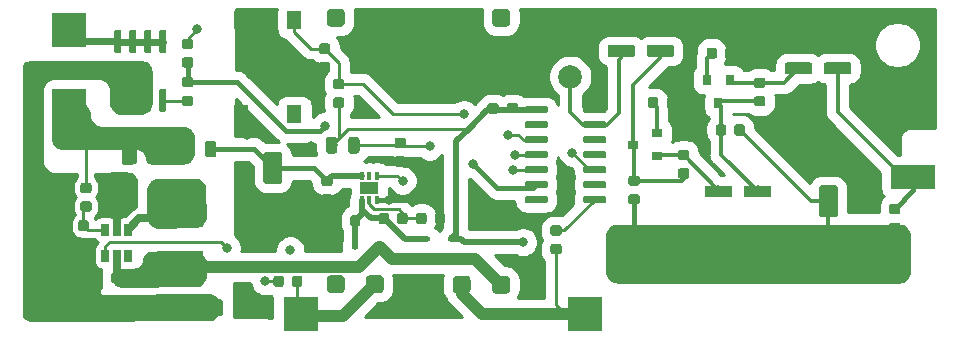
<source format=gbr>
G04 #@! TF.GenerationSoftware,KiCad,Pcbnew,(5.1.4)-1*
G04 #@! TF.CreationDate,2020-07-19T23:59:31-07:00*
G04 #@! TF.ProjectId,Main Board,4d61696e-2042-46f6-9172-642e6b696361,rev?*
G04 #@! TF.SameCoordinates,Original*
G04 #@! TF.FileFunction,Copper,L1,Top*
G04 #@! TF.FilePolarity,Positive*
%FSLAX46Y46*%
G04 Gerber Fmt 4.6, Leading zero omitted, Abs format (unit mm)*
G04 Created by KiCad (PCBNEW (5.1.4)-1) date 2020-07-19 23:59:31*
%MOMM*%
%LPD*%
G04 APERTURE LIST*
%ADD10C,0.100000*%
%ADD11C,1.524000*%
%ADD12C,0.400000*%
%ADD13R,1.600000X1.000000*%
%ADD14R,0.320000X0.660000*%
%ADD15R,4.000000X1.500000*%
%ADD16C,1.600000*%
%ADD17C,1.000000*%
%ADD18C,0.875000*%
%ADD19R,3.000000X3.000000*%
%ADD20C,0.600000*%
%ADD21C,2.000000*%
%ADD22C,0.975000*%
%ADD23R,0.600000X0.450000*%
%ADD24R,0.650000X1.060000*%
%ADD25R,1.300000X1.550000*%
%ADD26R,3.800000X2.000000*%
%ADD27R,0.450000X0.600000*%
%ADD28R,0.800000X0.900000*%
%ADD29R,0.900000X0.800000*%
%ADD30C,0.800000*%
%ADD31C,0.350000*%
%ADD32C,0.450000*%
%ADD33C,0.600000*%
%ADD34C,0.700000*%
%ADD35C,0.250000*%
%ADD36C,0.500000*%
%ADD37C,0.400000*%
%ADD38C,1.000000*%
%ADD39C,0.254000*%
G04 APERTURE END LIST*
D10*
G36*
X145208345Y-107219835D02*
G01*
X145245329Y-107225321D01*
X145281598Y-107234406D01*
X145316802Y-107247002D01*
X145350602Y-107262988D01*
X145382672Y-107282210D01*
X145412704Y-107304483D01*
X145440408Y-107329592D01*
X145465517Y-107357296D01*
X145487790Y-107387328D01*
X145507012Y-107419398D01*
X145522998Y-107453198D01*
X145535594Y-107488402D01*
X145544679Y-107524671D01*
X145550165Y-107561655D01*
X145552000Y-107599000D01*
X145552000Y-108361000D01*
X145550165Y-108398345D01*
X145544679Y-108435329D01*
X145535594Y-108471598D01*
X145522998Y-108506802D01*
X145507012Y-108540602D01*
X145487790Y-108572672D01*
X145465517Y-108602704D01*
X145440408Y-108630408D01*
X145412704Y-108655517D01*
X145382672Y-108677790D01*
X145350602Y-108697012D01*
X145316802Y-108712998D01*
X145281598Y-108725594D01*
X145245329Y-108734679D01*
X145208345Y-108740165D01*
X145171000Y-108742000D01*
X144409000Y-108742000D01*
X144371655Y-108740165D01*
X144334671Y-108734679D01*
X144298402Y-108725594D01*
X144263198Y-108712998D01*
X144229398Y-108697012D01*
X144197328Y-108677790D01*
X144167296Y-108655517D01*
X144139592Y-108630408D01*
X144114483Y-108602704D01*
X144092210Y-108572672D01*
X144072988Y-108540602D01*
X144057002Y-108506802D01*
X144044406Y-108471598D01*
X144035321Y-108435329D01*
X144029835Y-108398345D01*
X144028000Y-108361000D01*
X144028000Y-107599000D01*
X144029835Y-107561655D01*
X144035321Y-107524671D01*
X144044406Y-107488402D01*
X144057002Y-107453198D01*
X144072988Y-107419398D01*
X144092210Y-107387328D01*
X144114483Y-107357296D01*
X144139592Y-107329592D01*
X144167296Y-107304483D01*
X144197328Y-107282210D01*
X144229398Y-107262988D01*
X144263198Y-107247002D01*
X144298402Y-107234406D01*
X144334671Y-107225321D01*
X144371655Y-107219835D01*
X144409000Y-107218000D01*
X145171000Y-107218000D01*
X145208345Y-107219835D01*
X145208345Y-107219835D01*
G37*
D11*
X144790000Y-107980000D03*
D10*
G36*
X137858345Y-107169835D02*
G01*
X137895329Y-107175321D01*
X137931598Y-107184406D01*
X137966802Y-107197002D01*
X138000602Y-107212988D01*
X138032672Y-107232210D01*
X138062704Y-107254483D01*
X138090408Y-107279592D01*
X138115517Y-107307296D01*
X138137790Y-107337328D01*
X138157012Y-107369398D01*
X138172998Y-107403198D01*
X138185594Y-107438402D01*
X138194679Y-107474671D01*
X138200165Y-107511655D01*
X138202000Y-107549000D01*
X138202000Y-108311000D01*
X138200165Y-108348345D01*
X138194679Y-108385329D01*
X138185594Y-108421598D01*
X138172998Y-108456802D01*
X138157012Y-108490602D01*
X138137790Y-108522672D01*
X138115517Y-108552704D01*
X138090408Y-108580408D01*
X138062704Y-108605517D01*
X138032672Y-108627790D01*
X138000602Y-108647012D01*
X137966802Y-108662998D01*
X137931598Y-108675594D01*
X137895329Y-108684679D01*
X137858345Y-108690165D01*
X137821000Y-108692000D01*
X137059000Y-108692000D01*
X137021655Y-108690165D01*
X136984671Y-108684679D01*
X136948402Y-108675594D01*
X136913198Y-108662998D01*
X136879398Y-108647012D01*
X136847328Y-108627790D01*
X136817296Y-108605517D01*
X136789592Y-108580408D01*
X136764483Y-108552704D01*
X136742210Y-108522672D01*
X136722988Y-108490602D01*
X136707002Y-108456802D01*
X136694406Y-108421598D01*
X136685321Y-108385329D01*
X136679835Y-108348345D01*
X136678000Y-108311000D01*
X136678000Y-107549000D01*
X136679835Y-107511655D01*
X136685321Y-107474671D01*
X136694406Y-107438402D01*
X136707002Y-107403198D01*
X136722988Y-107369398D01*
X136742210Y-107337328D01*
X136764483Y-107307296D01*
X136789592Y-107279592D01*
X136817296Y-107254483D01*
X136847328Y-107232210D01*
X136879398Y-107212988D01*
X136913198Y-107197002D01*
X136948402Y-107184406D01*
X136984671Y-107175321D01*
X137021655Y-107169835D01*
X137059000Y-107168000D01*
X137821000Y-107168000D01*
X137858345Y-107169835D01*
X137858345Y-107169835D01*
G37*
D11*
X137440000Y-107930000D03*
D10*
G36*
X134558345Y-84619835D02*
G01*
X134595329Y-84625321D01*
X134631598Y-84634406D01*
X134666802Y-84647002D01*
X134700602Y-84662988D01*
X134732672Y-84682210D01*
X134762704Y-84704483D01*
X134790408Y-84729592D01*
X134815517Y-84757296D01*
X134837790Y-84787328D01*
X134857012Y-84819398D01*
X134872998Y-84853198D01*
X134885594Y-84888402D01*
X134894679Y-84924671D01*
X134900165Y-84961655D01*
X134902000Y-84999000D01*
X134902000Y-85761000D01*
X134900165Y-85798345D01*
X134894679Y-85835329D01*
X134885594Y-85871598D01*
X134872998Y-85906802D01*
X134857012Y-85940602D01*
X134837790Y-85972672D01*
X134815517Y-86002704D01*
X134790408Y-86030408D01*
X134762704Y-86055517D01*
X134732672Y-86077790D01*
X134700602Y-86097012D01*
X134666802Y-86112998D01*
X134631598Y-86125594D01*
X134595329Y-86134679D01*
X134558345Y-86140165D01*
X134521000Y-86142000D01*
X133759000Y-86142000D01*
X133721655Y-86140165D01*
X133684671Y-86134679D01*
X133648402Y-86125594D01*
X133613198Y-86112998D01*
X133579398Y-86097012D01*
X133547328Y-86077790D01*
X133517296Y-86055517D01*
X133489592Y-86030408D01*
X133464483Y-86002704D01*
X133442210Y-85972672D01*
X133422988Y-85940602D01*
X133407002Y-85906802D01*
X133394406Y-85871598D01*
X133385321Y-85835329D01*
X133379835Y-85798345D01*
X133378000Y-85761000D01*
X133378000Y-84999000D01*
X133379835Y-84961655D01*
X133385321Y-84924671D01*
X133394406Y-84888402D01*
X133407002Y-84853198D01*
X133422988Y-84819398D01*
X133442210Y-84787328D01*
X133464483Y-84757296D01*
X133489592Y-84729592D01*
X133517296Y-84704483D01*
X133547328Y-84682210D01*
X133579398Y-84662988D01*
X133613198Y-84647002D01*
X133648402Y-84634406D01*
X133684671Y-84625321D01*
X133721655Y-84619835D01*
X133759000Y-84618000D01*
X134521000Y-84618000D01*
X134558345Y-84619835D01*
X134558345Y-84619835D01*
G37*
D11*
X134140000Y-85380000D03*
D10*
G36*
X148558345Y-84619835D02*
G01*
X148595329Y-84625321D01*
X148631598Y-84634406D01*
X148666802Y-84647002D01*
X148700602Y-84662988D01*
X148732672Y-84682210D01*
X148762704Y-84704483D01*
X148790408Y-84729592D01*
X148815517Y-84757296D01*
X148837790Y-84787328D01*
X148857012Y-84819398D01*
X148872998Y-84853198D01*
X148885594Y-84888402D01*
X148894679Y-84924671D01*
X148900165Y-84961655D01*
X148902000Y-84999000D01*
X148902000Y-85761000D01*
X148900165Y-85798345D01*
X148894679Y-85835329D01*
X148885594Y-85871598D01*
X148872998Y-85906802D01*
X148857012Y-85940602D01*
X148837790Y-85972672D01*
X148815517Y-86002704D01*
X148790408Y-86030408D01*
X148762704Y-86055517D01*
X148732672Y-86077790D01*
X148700602Y-86097012D01*
X148666802Y-86112998D01*
X148631598Y-86125594D01*
X148595329Y-86134679D01*
X148558345Y-86140165D01*
X148521000Y-86142000D01*
X147759000Y-86142000D01*
X147721655Y-86140165D01*
X147684671Y-86134679D01*
X147648402Y-86125594D01*
X147613198Y-86112998D01*
X147579398Y-86097012D01*
X147547328Y-86077790D01*
X147517296Y-86055517D01*
X147489592Y-86030408D01*
X147464483Y-86002704D01*
X147442210Y-85972672D01*
X147422988Y-85940602D01*
X147407002Y-85906802D01*
X147394406Y-85871598D01*
X147385321Y-85835329D01*
X147379835Y-85798345D01*
X147378000Y-85761000D01*
X147378000Y-84999000D01*
X147379835Y-84961655D01*
X147385321Y-84924671D01*
X147394406Y-84888402D01*
X147407002Y-84853198D01*
X147422988Y-84819398D01*
X147442210Y-84787328D01*
X147464483Y-84757296D01*
X147489592Y-84729592D01*
X147517296Y-84704483D01*
X147547328Y-84682210D01*
X147579398Y-84662988D01*
X147613198Y-84647002D01*
X147648402Y-84634406D01*
X147684671Y-84625321D01*
X147721655Y-84619835D01*
X147759000Y-84618000D01*
X148521000Y-84618000D01*
X148558345Y-84619835D01*
X148558345Y-84619835D01*
G37*
D11*
X148140000Y-85380000D03*
D10*
G36*
X148558345Y-107219835D02*
G01*
X148595329Y-107225321D01*
X148631598Y-107234406D01*
X148666802Y-107247002D01*
X148700602Y-107262988D01*
X148732672Y-107282210D01*
X148762704Y-107304483D01*
X148790408Y-107329592D01*
X148815517Y-107357296D01*
X148837790Y-107387328D01*
X148857012Y-107419398D01*
X148872998Y-107453198D01*
X148885594Y-107488402D01*
X148894679Y-107524671D01*
X148900165Y-107561655D01*
X148902000Y-107599000D01*
X148902000Y-108361000D01*
X148900165Y-108398345D01*
X148894679Y-108435329D01*
X148885594Y-108471598D01*
X148872998Y-108506802D01*
X148857012Y-108540602D01*
X148837790Y-108572672D01*
X148815517Y-108602704D01*
X148790408Y-108630408D01*
X148762704Y-108655517D01*
X148732672Y-108677790D01*
X148700602Y-108697012D01*
X148666802Y-108712998D01*
X148631598Y-108725594D01*
X148595329Y-108734679D01*
X148558345Y-108740165D01*
X148521000Y-108742000D01*
X147759000Y-108742000D01*
X147721655Y-108740165D01*
X147684671Y-108734679D01*
X147648402Y-108725594D01*
X147613198Y-108712998D01*
X147579398Y-108697012D01*
X147547328Y-108677790D01*
X147517296Y-108655517D01*
X147489592Y-108630408D01*
X147464483Y-108602704D01*
X147442210Y-108572672D01*
X147422988Y-108540602D01*
X147407002Y-108506802D01*
X147394406Y-108471598D01*
X147385321Y-108435329D01*
X147379835Y-108398345D01*
X147378000Y-108361000D01*
X147378000Y-107599000D01*
X147379835Y-107561655D01*
X147385321Y-107524671D01*
X147394406Y-107488402D01*
X147407002Y-107453198D01*
X147422988Y-107419398D01*
X147442210Y-107387328D01*
X147464483Y-107357296D01*
X147489592Y-107329592D01*
X147517296Y-107304483D01*
X147547328Y-107282210D01*
X147579398Y-107262988D01*
X147613198Y-107247002D01*
X147648402Y-107234406D01*
X147684671Y-107225321D01*
X147721655Y-107219835D01*
X147759000Y-107218000D01*
X148521000Y-107218000D01*
X148558345Y-107219835D01*
X148558345Y-107219835D01*
G37*
D11*
X148140000Y-107980000D03*
D10*
G36*
X134558345Y-107169835D02*
G01*
X134595329Y-107175321D01*
X134631598Y-107184406D01*
X134666802Y-107197002D01*
X134700602Y-107212988D01*
X134732672Y-107232210D01*
X134762704Y-107254483D01*
X134790408Y-107279592D01*
X134815517Y-107307296D01*
X134837790Y-107337328D01*
X134857012Y-107369398D01*
X134872998Y-107403198D01*
X134885594Y-107438402D01*
X134894679Y-107474671D01*
X134900165Y-107511655D01*
X134902000Y-107549000D01*
X134902000Y-108311000D01*
X134900165Y-108348345D01*
X134894679Y-108385329D01*
X134885594Y-108421598D01*
X134872998Y-108456802D01*
X134857012Y-108490602D01*
X134837790Y-108522672D01*
X134815517Y-108552704D01*
X134790408Y-108580408D01*
X134762704Y-108605517D01*
X134732672Y-108627790D01*
X134700602Y-108647012D01*
X134666802Y-108662998D01*
X134631598Y-108675594D01*
X134595329Y-108684679D01*
X134558345Y-108690165D01*
X134521000Y-108692000D01*
X133759000Y-108692000D01*
X133721655Y-108690165D01*
X133684671Y-108684679D01*
X133648402Y-108675594D01*
X133613198Y-108662998D01*
X133579398Y-108647012D01*
X133547328Y-108627790D01*
X133517296Y-108605517D01*
X133489592Y-108580408D01*
X133464483Y-108552704D01*
X133442210Y-108522672D01*
X133422988Y-108490602D01*
X133407002Y-108456802D01*
X133394406Y-108421598D01*
X133385321Y-108385329D01*
X133379835Y-108348345D01*
X133378000Y-108311000D01*
X133378000Y-107549000D01*
X133379835Y-107511655D01*
X133385321Y-107474671D01*
X133394406Y-107438402D01*
X133407002Y-107403198D01*
X133422988Y-107369398D01*
X133442210Y-107337328D01*
X133464483Y-107307296D01*
X133489592Y-107279592D01*
X133517296Y-107254483D01*
X133547328Y-107232210D01*
X133579398Y-107212988D01*
X133613198Y-107197002D01*
X133648402Y-107184406D01*
X133684671Y-107175321D01*
X133721655Y-107169835D01*
X133759000Y-107168000D01*
X134521000Y-107168000D01*
X134558345Y-107169835D01*
X134558345Y-107169835D01*
G37*
D11*
X134140000Y-107930000D03*
D12*
X137540000Y-99780000D03*
X136440000Y-99780000D03*
D13*
X136990000Y-99780000D03*
D14*
X136340000Y-98750000D03*
X136990000Y-98750000D03*
X137640000Y-98750000D03*
X137640000Y-100810000D03*
X136990000Y-100810000D03*
X136340000Y-100810000D03*
D15*
X120980000Y-105910000D03*
X120990000Y-102305000D03*
D10*
G36*
X176414865Y-94661202D02*
G01*
X176439095Y-94664796D01*
X176462855Y-94670748D01*
X176485918Y-94679000D01*
X176508061Y-94689472D01*
X176529070Y-94702065D01*
X176548745Y-94716657D01*
X176566894Y-94733106D01*
X176583343Y-94751255D01*
X176597935Y-94770930D01*
X176610528Y-94791939D01*
X176621000Y-94814082D01*
X176629252Y-94837145D01*
X176635204Y-94860905D01*
X176638798Y-94885135D01*
X176640000Y-94909600D01*
X176640000Y-97110400D01*
X176638798Y-97134865D01*
X176635204Y-97159095D01*
X176629252Y-97182855D01*
X176621000Y-97205918D01*
X176610528Y-97228061D01*
X176597935Y-97249070D01*
X176583343Y-97268745D01*
X176566894Y-97286894D01*
X176548745Y-97303343D01*
X176529070Y-97317935D01*
X176508061Y-97330528D01*
X176485918Y-97341000D01*
X176462855Y-97349252D01*
X176439095Y-97355204D01*
X176414865Y-97358798D01*
X176390400Y-97360000D01*
X175289600Y-97360000D01*
X175265135Y-97358798D01*
X175240905Y-97355204D01*
X175217145Y-97349252D01*
X175194082Y-97341000D01*
X175171939Y-97330528D01*
X175150930Y-97317935D01*
X175131255Y-97303343D01*
X175113106Y-97286894D01*
X175096657Y-97268745D01*
X175082065Y-97249070D01*
X175069472Y-97228061D01*
X175059000Y-97205918D01*
X175050748Y-97182855D01*
X175044796Y-97159095D01*
X175041202Y-97134865D01*
X175040000Y-97110400D01*
X175040000Y-94909600D01*
X175041202Y-94885135D01*
X175044796Y-94860905D01*
X175050748Y-94837145D01*
X175059000Y-94814082D01*
X175069472Y-94791939D01*
X175082065Y-94770930D01*
X175096657Y-94751255D01*
X175113106Y-94733106D01*
X175131255Y-94716657D01*
X175150930Y-94702065D01*
X175171939Y-94689472D01*
X175194082Y-94679000D01*
X175217145Y-94670748D01*
X175240905Y-94664796D01*
X175265135Y-94661202D01*
X175289600Y-94660000D01*
X176390400Y-94660000D01*
X176414865Y-94661202D01*
X176414865Y-94661202D01*
G37*
D16*
X175840000Y-96010000D03*
D10*
G36*
X176414865Y-99561202D02*
G01*
X176439095Y-99564796D01*
X176462855Y-99570748D01*
X176485918Y-99579000D01*
X176508061Y-99589472D01*
X176529070Y-99602065D01*
X176548745Y-99616657D01*
X176566894Y-99633106D01*
X176583343Y-99651255D01*
X176597935Y-99670930D01*
X176610528Y-99691939D01*
X176621000Y-99714082D01*
X176629252Y-99737145D01*
X176635204Y-99760905D01*
X176638798Y-99785135D01*
X176640000Y-99809600D01*
X176640000Y-102010400D01*
X176638798Y-102034865D01*
X176635204Y-102059095D01*
X176629252Y-102082855D01*
X176621000Y-102105918D01*
X176610528Y-102128061D01*
X176597935Y-102149070D01*
X176583343Y-102168745D01*
X176566894Y-102186894D01*
X176548745Y-102203343D01*
X176529070Y-102217935D01*
X176508061Y-102230528D01*
X176485918Y-102241000D01*
X176462855Y-102249252D01*
X176439095Y-102255204D01*
X176414865Y-102258798D01*
X176390400Y-102260000D01*
X175289600Y-102260000D01*
X175265135Y-102258798D01*
X175240905Y-102255204D01*
X175217145Y-102249252D01*
X175194082Y-102241000D01*
X175171939Y-102230528D01*
X175150930Y-102217935D01*
X175131255Y-102203343D01*
X175113106Y-102186894D01*
X175096657Y-102168745D01*
X175082065Y-102149070D01*
X175069472Y-102128061D01*
X175059000Y-102105918D01*
X175050748Y-102082855D01*
X175044796Y-102059095D01*
X175041202Y-102034865D01*
X175040000Y-102010400D01*
X175040000Y-99809600D01*
X175041202Y-99785135D01*
X175044796Y-99760905D01*
X175050748Y-99737145D01*
X175059000Y-99714082D01*
X175069472Y-99691939D01*
X175082065Y-99670930D01*
X175096657Y-99651255D01*
X175113106Y-99633106D01*
X175131255Y-99616657D01*
X175150930Y-99602065D01*
X175171939Y-99589472D01*
X175194082Y-99579000D01*
X175217145Y-99570748D01*
X175240905Y-99564796D01*
X175265135Y-99561202D01*
X175289600Y-99560000D01*
X176390400Y-99560000D01*
X176414865Y-99561202D01*
X176414865Y-99561202D01*
G37*
D16*
X175840000Y-100910000D03*
D10*
G36*
X129384865Y-101651202D02*
G01*
X129409095Y-101654796D01*
X129432855Y-101660748D01*
X129455918Y-101669000D01*
X129478061Y-101679472D01*
X129499070Y-101692065D01*
X129518745Y-101706657D01*
X129536894Y-101723106D01*
X129553343Y-101741255D01*
X129567935Y-101760930D01*
X129580528Y-101781939D01*
X129591000Y-101804082D01*
X129599252Y-101827145D01*
X129605204Y-101850905D01*
X129608798Y-101875135D01*
X129610000Y-101899600D01*
X129610000Y-104100400D01*
X129608798Y-104124865D01*
X129605204Y-104149095D01*
X129599252Y-104172855D01*
X129591000Y-104195918D01*
X129580528Y-104218061D01*
X129567935Y-104239070D01*
X129553343Y-104258745D01*
X129536894Y-104276894D01*
X129518745Y-104293343D01*
X129499070Y-104307935D01*
X129478061Y-104320528D01*
X129455918Y-104331000D01*
X129432855Y-104339252D01*
X129409095Y-104345204D01*
X129384865Y-104348798D01*
X129360400Y-104350000D01*
X128259600Y-104350000D01*
X128235135Y-104348798D01*
X128210905Y-104345204D01*
X128187145Y-104339252D01*
X128164082Y-104331000D01*
X128141939Y-104320528D01*
X128120930Y-104307935D01*
X128101255Y-104293343D01*
X128083106Y-104276894D01*
X128066657Y-104258745D01*
X128052065Y-104239070D01*
X128039472Y-104218061D01*
X128029000Y-104195918D01*
X128020748Y-104172855D01*
X128014796Y-104149095D01*
X128011202Y-104124865D01*
X128010000Y-104100400D01*
X128010000Y-101899600D01*
X128011202Y-101875135D01*
X128014796Y-101850905D01*
X128020748Y-101827145D01*
X128029000Y-101804082D01*
X128039472Y-101781939D01*
X128052065Y-101760930D01*
X128066657Y-101741255D01*
X128083106Y-101723106D01*
X128101255Y-101706657D01*
X128120930Y-101692065D01*
X128141939Y-101679472D01*
X128164082Y-101669000D01*
X128187145Y-101660748D01*
X128210905Y-101654796D01*
X128235135Y-101651202D01*
X128259600Y-101650000D01*
X129360400Y-101650000D01*
X129384865Y-101651202D01*
X129384865Y-101651202D01*
G37*
D16*
X128810000Y-103000000D03*
D10*
G36*
X129384865Y-96751202D02*
G01*
X129409095Y-96754796D01*
X129432855Y-96760748D01*
X129455918Y-96769000D01*
X129478061Y-96779472D01*
X129499070Y-96792065D01*
X129518745Y-96806657D01*
X129536894Y-96823106D01*
X129553343Y-96841255D01*
X129567935Y-96860930D01*
X129580528Y-96881939D01*
X129591000Y-96904082D01*
X129599252Y-96927145D01*
X129605204Y-96950905D01*
X129608798Y-96975135D01*
X129610000Y-96999600D01*
X129610000Y-99200400D01*
X129608798Y-99224865D01*
X129605204Y-99249095D01*
X129599252Y-99272855D01*
X129591000Y-99295918D01*
X129580528Y-99318061D01*
X129567935Y-99339070D01*
X129553343Y-99358745D01*
X129536894Y-99376894D01*
X129518745Y-99393343D01*
X129499070Y-99407935D01*
X129478061Y-99420528D01*
X129455918Y-99431000D01*
X129432855Y-99439252D01*
X129409095Y-99445204D01*
X129384865Y-99448798D01*
X129360400Y-99450000D01*
X128259600Y-99450000D01*
X128235135Y-99448798D01*
X128210905Y-99445204D01*
X128187145Y-99439252D01*
X128164082Y-99431000D01*
X128141939Y-99420528D01*
X128120930Y-99407935D01*
X128101255Y-99393343D01*
X128083106Y-99376894D01*
X128066657Y-99358745D01*
X128052065Y-99339070D01*
X128039472Y-99318061D01*
X128029000Y-99295918D01*
X128020748Y-99272855D01*
X128014796Y-99249095D01*
X128011202Y-99224865D01*
X128010000Y-99200400D01*
X128010000Y-96999600D01*
X128011202Y-96975135D01*
X128014796Y-96950905D01*
X128020748Y-96927145D01*
X128029000Y-96904082D01*
X128039472Y-96881939D01*
X128052065Y-96860930D01*
X128066657Y-96841255D01*
X128083106Y-96823106D01*
X128101255Y-96806657D01*
X128120930Y-96792065D01*
X128141939Y-96779472D01*
X128164082Y-96769000D01*
X128187145Y-96760748D01*
X128210905Y-96754796D01*
X128235135Y-96751202D01*
X128259600Y-96750000D01*
X129360400Y-96750000D01*
X129384865Y-96751202D01*
X129384865Y-96751202D01*
G37*
D16*
X128810000Y-98100000D03*
D10*
G36*
X159309291Y-87690751D02*
G01*
X159324434Y-87692997D01*
X159339284Y-87696717D01*
X159353699Y-87701875D01*
X159367538Y-87708420D01*
X159380669Y-87716291D01*
X159392965Y-87725410D01*
X159404309Y-87735691D01*
X159414590Y-87747035D01*
X159423709Y-87759331D01*
X159431580Y-87772462D01*
X159438125Y-87786301D01*
X159443283Y-87800716D01*
X159447003Y-87815566D01*
X159449249Y-87830709D01*
X159450000Y-87846000D01*
X159450000Y-88534000D01*
X159449249Y-88549291D01*
X159447003Y-88564434D01*
X159443283Y-88579284D01*
X159438125Y-88593699D01*
X159431580Y-88607538D01*
X159423709Y-88620669D01*
X159414590Y-88632965D01*
X159404309Y-88644309D01*
X159392965Y-88654590D01*
X159380669Y-88663709D01*
X159367538Y-88671580D01*
X159353699Y-88678125D01*
X159339284Y-88683283D01*
X159324434Y-88687003D01*
X159309291Y-88689249D01*
X159294000Y-88690000D01*
X157306000Y-88690000D01*
X157290709Y-88689249D01*
X157275566Y-88687003D01*
X157260716Y-88683283D01*
X157246301Y-88678125D01*
X157232462Y-88671580D01*
X157219331Y-88663709D01*
X157207035Y-88654590D01*
X157195691Y-88644309D01*
X157185410Y-88632965D01*
X157176291Y-88620669D01*
X157168420Y-88607538D01*
X157161875Y-88593699D01*
X157156717Y-88579284D01*
X157152997Y-88564434D01*
X157150751Y-88549291D01*
X157150000Y-88534000D01*
X157150000Y-87846000D01*
X157150751Y-87830709D01*
X157152997Y-87815566D01*
X157156717Y-87800716D01*
X157161875Y-87786301D01*
X157168420Y-87772462D01*
X157176291Y-87759331D01*
X157185410Y-87747035D01*
X157195691Y-87735691D01*
X157207035Y-87725410D01*
X157219331Y-87716291D01*
X157232462Y-87708420D01*
X157246301Y-87701875D01*
X157260716Y-87696717D01*
X157275566Y-87692997D01*
X157290709Y-87690751D01*
X157306000Y-87690000D01*
X159294000Y-87690000D01*
X159309291Y-87690751D01*
X159309291Y-87690751D01*
G37*
D17*
X158300000Y-88190000D03*
D10*
G36*
X162629291Y-87690751D02*
G01*
X162644434Y-87692997D01*
X162659284Y-87696717D01*
X162673699Y-87701875D01*
X162687538Y-87708420D01*
X162700669Y-87716291D01*
X162712965Y-87725410D01*
X162724309Y-87735691D01*
X162734590Y-87747035D01*
X162743709Y-87759331D01*
X162751580Y-87772462D01*
X162758125Y-87786301D01*
X162763283Y-87800716D01*
X162767003Y-87815566D01*
X162769249Y-87830709D01*
X162770000Y-87846000D01*
X162770000Y-88534000D01*
X162769249Y-88549291D01*
X162767003Y-88564434D01*
X162763283Y-88579284D01*
X162758125Y-88593699D01*
X162751580Y-88607538D01*
X162743709Y-88620669D01*
X162734590Y-88632965D01*
X162724309Y-88644309D01*
X162712965Y-88654590D01*
X162700669Y-88663709D01*
X162687538Y-88671580D01*
X162673699Y-88678125D01*
X162659284Y-88683283D01*
X162644434Y-88687003D01*
X162629291Y-88689249D01*
X162614000Y-88690000D01*
X160626000Y-88690000D01*
X160610709Y-88689249D01*
X160595566Y-88687003D01*
X160580716Y-88683283D01*
X160566301Y-88678125D01*
X160552462Y-88671580D01*
X160539331Y-88663709D01*
X160527035Y-88654590D01*
X160515691Y-88644309D01*
X160505410Y-88632965D01*
X160496291Y-88620669D01*
X160488420Y-88607538D01*
X160481875Y-88593699D01*
X160476717Y-88579284D01*
X160472997Y-88564434D01*
X160470751Y-88549291D01*
X160470000Y-88534000D01*
X160470000Y-87846000D01*
X160470751Y-87830709D01*
X160472997Y-87815566D01*
X160476717Y-87800716D01*
X160481875Y-87786301D01*
X160488420Y-87772462D01*
X160496291Y-87759331D01*
X160505410Y-87747035D01*
X160515691Y-87735691D01*
X160527035Y-87725410D01*
X160539331Y-87716291D01*
X160552462Y-87708420D01*
X160566301Y-87701875D01*
X160580716Y-87696717D01*
X160595566Y-87692997D01*
X160610709Y-87690751D01*
X160626000Y-87690000D01*
X162614000Y-87690000D01*
X162629291Y-87690751D01*
X162629291Y-87690751D01*
G37*
D17*
X161620000Y-88190000D03*
D10*
G36*
X167539291Y-99590751D02*
G01*
X167554434Y-99592997D01*
X167569284Y-99596717D01*
X167583699Y-99601875D01*
X167597538Y-99608420D01*
X167610669Y-99616291D01*
X167622965Y-99625410D01*
X167634309Y-99635691D01*
X167644590Y-99647035D01*
X167653709Y-99659331D01*
X167661580Y-99672462D01*
X167668125Y-99686301D01*
X167673283Y-99700716D01*
X167677003Y-99715566D01*
X167679249Y-99730709D01*
X167680000Y-99746000D01*
X167680000Y-100434000D01*
X167679249Y-100449291D01*
X167677003Y-100464434D01*
X167673283Y-100479284D01*
X167668125Y-100493699D01*
X167661580Y-100507538D01*
X167653709Y-100520669D01*
X167644590Y-100532965D01*
X167634309Y-100544309D01*
X167622965Y-100554590D01*
X167610669Y-100563709D01*
X167597538Y-100571580D01*
X167583699Y-100578125D01*
X167569284Y-100583283D01*
X167554434Y-100587003D01*
X167539291Y-100589249D01*
X167524000Y-100590000D01*
X165536000Y-100590000D01*
X165520709Y-100589249D01*
X165505566Y-100587003D01*
X165490716Y-100583283D01*
X165476301Y-100578125D01*
X165462462Y-100571580D01*
X165449331Y-100563709D01*
X165437035Y-100554590D01*
X165425691Y-100544309D01*
X165415410Y-100532965D01*
X165406291Y-100520669D01*
X165398420Y-100507538D01*
X165391875Y-100493699D01*
X165386717Y-100479284D01*
X165382997Y-100464434D01*
X165380751Y-100449291D01*
X165380000Y-100434000D01*
X165380000Y-99746000D01*
X165380751Y-99730709D01*
X165382997Y-99715566D01*
X165386717Y-99700716D01*
X165391875Y-99686301D01*
X165398420Y-99672462D01*
X165406291Y-99659331D01*
X165415410Y-99647035D01*
X165425691Y-99635691D01*
X165437035Y-99625410D01*
X165449331Y-99616291D01*
X165462462Y-99608420D01*
X165476301Y-99601875D01*
X165490716Y-99596717D01*
X165505566Y-99592997D01*
X165520709Y-99590751D01*
X165536000Y-99590000D01*
X167524000Y-99590000D01*
X167539291Y-99590751D01*
X167539291Y-99590751D01*
G37*
D17*
X166530000Y-100090000D03*
D10*
G36*
X170859291Y-99590751D02*
G01*
X170874434Y-99592997D01*
X170889284Y-99596717D01*
X170903699Y-99601875D01*
X170917538Y-99608420D01*
X170930669Y-99616291D01*
X170942965Y-99625410D01*
X170954309Y-99635691D01*
X170964590Y-99647035D01*
X170973709Y-99659331D01*
X170981580Y-99672462D01*
X170988125Y-99686301D01*
X170993283Y-99700716D01*
X170997003Y-99715566D01*
X170999249Y-99730709D01*
X171000000Y-99746000D01*
X171000000Y-100434000D01*
X170999249Y-100449291D01*
X170997003Y-100464434D01*
X170993283Y-100479284D01*
X170988125Y-100493699D01*
X170981580Y-100507538D01*
X170973709Y-100520669D01*
X170964590Y-100532965D01*
X170954309Y-100544309D01*
X170942965Y-100554590D01*
X170930669Y-100563709D01*
X170917538Y-100571580D01*
X170903699Y-100578125D01*
X170889284Y-100583283D01*
X170874434Y-100587003D01*
X170859291Y-100589249D01*
X170844000Y-100590000D01*
X168856000Y-100590000D01*
X168840709Y-100589249D01*
X168825566Y-100587003D01*
X168810716Y-100583283D01*
X168796301Y-100578125D01*
X168782462Y-100571580D01*
X168769331Y-100563709D01*
X168757035Y-100554590D01*
X168745691Y-100544309D01*
X168735410Y-100532965D01*
X168726291Y-100520669D01*
X168718420Y-100507538D01*
X168711875Y-100493699D01*
X168706717Y-100479284D01*
X168702997Y-100464434D01*
X168700751Y-100449291D01*
X168700000Y-100434000D01*
X168700000Y-99746000D01*
X168700751Y-99730709D01*
X168702997Y-99715566D01*
X168706717Y-99700716D01*
X168711875Y-99686301D01*
X168718420Y-99672462D01*
X168726291Y-99659331D01*
X168735410Y-99647035D01*
X168745691Y-99635691D01*
X168757035Y-99625410D01*
X168769331Y-99616291D01*
X168782462Y-99608420D01*
X168796301Y-99601875D01*
X168810716Y-99596717D01*
X168825566Y-99592997D01*
X168840709Y-99590751D01*
X168856000Y-99590000D01*
X170844000Y-99590000D01*
X170859291Y-99590751D01*
X170859291Y-99590751D01*
G37*
D17*
X169850000Y-100090000D03*
D10*
G36*
X174319291Y-89170751D02*
G01*
X174334434Y-89172997D01*
X174349284Y-89176717D01*
X174363699Y-89181875D01*
X174377538Y-89188420D01*
X174390669Y-89196291D01*
X174402965Y-89205410D01*
X174414309Y-89215691D01*
X174424590Y-89227035D01*
X174433709Y-89239331D01*
X174441580Y-89252462D01*
X174448125Y-89266301D01*
X174453283Y-89280716D01*
X174457003Y-89295566D01*
X174459249Y-89310709D01*
X174460000Y-89326000D01*
X174460000Y-90014000D01*
X174459249Y-90029291D01*
X174457003Y-90044434D01*
X174453283Y-90059284D01*
X174448125Y-90073699D01*
X174441580Y-90087538D01*
X174433709Y-90100669D01*
X174424590Y-90112965D01*
X174414309Y-90124309D01*
X174402965Y-90134590D01*
X174390669Y-90143709D01*
X174377538Y-90151580D01*
X174363699Y-90158125D01*
X174349284Y-90163283D01*
X174334434Y-90167003D01*
X174319291Y-90169249D01*
X174304000Y-90170000D01*
X172316000Y-90170000D01*
X172300709Y-90169249D01*
X172285566Y-90167003D01*
X172270716Y-90163283D01*
X172256301Y-90158125D01*
X172242462Y-90151580D01*
X172229331Y-90143709D01*
X172217035Y-90134590D01*
X172205691Y-90124309D01*
X172195410Y-90112965D01*
X172186291Y-90100669D01*
X172178420Y-90087538D01*
X172171875Y-90073699D01*
X172166717Y-90059284D01*
X172162997Y-90044434D01*
X172160751Y-90029291D01*
X172160000Y-90014000D01*
X172160000Y-89326000D01*
X172160751Y-89310709D01*
X172162997Y-89295566D01*
X172166717Y-89280716D01*
X172171875Y-89266301D01*
X172178420Y-89252462D01*
X172186291Y-89239331D01*
X172195410Y-89227035D01*
X172205691Y-89215691D01*
X172217035Y-89205410D01*
X172229331Y-89196291D01*
X172242462Y-89188420D01*
X172256301Y-89181875D01*
X172270716Y-89176717D01*
X172285566Y-89172997D01*
X172300709Y-89170751D01*
X172316000Y-89170000D01*
X174304000Y-89170000D01*
X174319291Y-89170751D01*
X174319291Y-89170751D01*
G37*
D17*
X173310000Y-89670000D03*
D10*
G36*
X177639291Y-89170751D02*
G01*
X177654434Y-89172997D01*
X177669284Y-89176717D01*
X177683699Y-89181875D01*
X177697538Y-89188420D01*
X177710669Y-89196291D01*
X177722965Y-89205410D01*
X177734309Y-89215691D01*
X177744590Y-89227035D01*
X177753709Y-89239331D01*
X177761580Y-89252462D01*
X177768125Y-89266301D01*
X177773283Y-89280716D01*
X177777003Y-89295566D01*
X177779249Y-89310709D01*
X177780000Y-89326000D01*
X177780000Y-90014000D01*
X177779249Y-90029291D01*
X177777003Y-90044434D01*
X177773283Y-90059284D01*
X177768125Y-90073699D01*
X177761580Y-90087538D01*
X177753709Y-90100669D01*
X177744590Y-90112965D01*
X177734309Y-90124309D01*
X177722965Y-90134590D01*
X177710669Y-90143709D01*
X177697538Y-90151580D01*
X177683699Y-90158125D01*
X177669284Y-90163283D01*
X177654434Y-90167003D01*
X177639291Y-90169249D01*
X177624000Y-90170000D01*
X175636000Y-90170000D01*
X175620709Y-90169249D01*
X175605566Y-90167003D01*
X175590716Y-90163283D01*
X175576301Y-90158125D01*
X175562462Y-90151580D01*
X175549331Y-90143709D01*
X175537035Y-90134590D01*
X175525691Y-90124309D01*
X175515410Y-90112965D01*
X175506291Y-90100669D01*
X175498420Y-90087538D01*
X175491875Y-90073699D01*
X175486717Y-90059284D01*
X175482997Y-90044434D01*
X175480751Y-90029291D01*
X175480000Y-90014000D01*
X175480000Y-89326000D01*
X175480751Y-89310709D01*
X175482997Y-89295566D01*
X175486717Y-89280716D01*
X175491875Y-89266301D01*
X175498420Y-89252462D01*
X175506291Y-89239331D01*
X175515410Y-89227035D01*
X175525691Y-89215691D01*
X175537035Y-89205410D01*
X175549331Y-89196291D01*
X175562462Y-89188420D01*
X175576301Y-89181875D01*
X175590716Y-89176717D01*
X175605566Y-89172997D01*
X175620709Y-89170751D01*
X175636000Y-89170000D01*
X177624000Y-89170000D01*
X177639291Y-89170751D01*
X177639291Y-89170751D01*
G37*
D17*
X176630000Y-89670000D03*
D10*
G36*
X136030191Y-102106053D02*
G01*
X136051426Y-102109203D01*
X136072250Y-102114419D01*
X136092462Y-102121651D01*
X136111868Y-102130830D01*
X136130281Y-102141866D01*
X136147524Y-102154654D01*
X136163430Y-102169070D01*
X136177846Y-102184976D01*
X136190634Y-102202219D01*
X136201670Y-102220632D01*
X136210849Y-102240038D01*
X136218081Y-102260250D01*
X136223297Y-102281074D01*
X136226447Y-102302309D01*
X136227500Y-102323750D01*
X136227500Y-102836250D01*
X136226447Y-102857691D01*
X136223297Y-102878926D01*
X136218081Y-102899750D01*
X136210849Y-102919962D01*
X136201670Y-102939368D01*
X136190634Y-102957781D01*
X136177846Y-102975024D01*
X136163430Y-102990930D01*
X136147524Y-103005346D01*
X136130281Y-103018134D01*
X136111868Y-103029170D01*
X136092462Y-103038349D01*
X136072250Y-103045581D01*
X136051426Y-103050797D01*
X136030191Y-103053947D01*
X136008750Y-103055000D01*
X135571250Y-103055000D01*
X135549809Y-103053947D01*
X135528574Y-103050797D01*
X135507750Y-103045581D01*
X135487538Y-103038349D01*
X135468132Y-103029170D01*
X135449719Y-103018134D01*
X135432476Y-103005346D01*
X135416570Y-102990930D01*
X135402154Y-102975024D01*
X135389366Y-102957781D01*
X135378330Y-102939368D01*
X135369151Y-102919962D01*
X135361919Y-102899750D01*
X135356703Y-102878926D01*
X135353553Y-102857691D01*
X135352500Y-102836250D01*
X135352500Y-102323750D01*
X135353553Y-102302309D01*
X135356703Y-102281074D01*
X135361919Y-102260250D01*
X135369151Y-102240038D01*
X135378330Y-102220632D01*
X135389366Y-102202219D01*
X135402154Y-102184976D01*
X135416570Y-102169070D01*
X135432476Y-102154654D01*
X135449719Y-102141866D01*
X135468132Y-102130830D01*
X135487538Y-102121651D01*
X135507750Y-102114419D01*
X135528574Y-102109203D01*
X135549809Y-102106053D01*
X135571250Y-102105000D01*
X136008750Y-102105000D01*
X136030191Y-102106053D01*
X136030191Y-102106053D01*
G37*
D18*
X135790000Y-102580000D03*
D10*
G36*
X134455191Y-102106053D02*
G01*
X134476426Y-102109203D01*
X134497250Y-102114419D01*
X134517462Y-102121651D01*
X134536868Y-102130830D01*
X134555281Y-102141866D01*
X134572524Y-102154654D01*
X134588430Y-102169070D01*
X134602846Y-102184976D01*
X134615634Y-102202219D01*
X134626670Y-102220632D01*
X134635849Y-102240038D01*
X134643081Y-102260250D01*
X134648297Y-102281074D01*
X134651447Y-102302309D01*
X134652500Y-102323750D01*
X134652500Y-102836250D01*
X134651447Y-102857691D01*
X134648297Y-102878926D01*
X134643081Y-102899750D01*
X134635849Y-102919962D01*
X134626670Y-102939368D01*
X134615634Y-102957781D01*
X134602846Y-102975024D01*
X134588430Y-102990930D01*
X134572524Y-103005346D01*
X134555281Y-103018134D01*
X134536868Y-103029170D01*
X134517462Y-103038349D01*
X134497250Y-103045581D01*
X134476426Y-103050797D01*
X134455191Y-103053947D01*
X134433750Y-103055000D01*
X133996250Y-103055000D01*
X133974809Y-103053947D01*
X133953574Y-103050797D01*
X133932750Y-103045581D01*
X133912538Y-103038349D01*
X133893132Y-103029170D01*
X133874719Y-103018134D01*
X133857476Y-103005346D01*
X133841570Y-102990930D01*
X133827154Y-102975024D01*
X133814366Y-102957781D01*
X133803330Y-102939368D01*
X133794151Y-102919962D01*
X133786919Y-102899750D01*
X133781703Y-102878926D01*
X133778553Y-102857691D01*
X133777500Y-102836250D01*
X133777500Y-102323750D01*
X133778553Y-102302309D01*
X133781703Y-102281074D01*
X133786919Y-102260250D01*
X133794151Y-102240038D01*
X133803330Y-102220632D01*
X133814366Y-102202219D01*
X133827154Y-102184976D01*
X133841570Y-102169070D01*
X133857476Y-102154654D01*
X133874719Y-102141866D01*
X133893132Y-102130830D01*
X133912538Y-102121651D01*
X133932750Y-102114419D01*
X133953574Y-102109203D01*
X133974809Y-102106053D01*
X133996250Y-102105000D01*
X134433750Y-102105000D01*
X134455191Y-102106053D01*
X134455191Y-102106053D01*
G37*
D18*
X134215000Y-102580000D03*
D10*
G36*
X133467691Y-87556053D02*
G01*
X133488926Y-87559203D01*
X133509750Y-87564419D01*
X133529962Y-87571651D01*
X133549368Y-87580830D01*
X133567781Y-87591866D01*
X133585024Y-87604654D01*
X133600930Y-87619070D01*
X133615346Y-87634976D01*
X133628134Y-87652219D01*
X133639170Y-87670632D01*
X133648349Y-87690038D01*
X133655581Y-87710250D01*
X133660797Y-87731074D01*
X133663947Y-87752309D01*
X133665000Y-87773750D01*
X133665000Y-88211250D01*
X133663947Y-88232691D01*
X133660797Y-88253926D01*
X133655581Y-88274750D01*
X133648349Y-88294962D01*
X133639170Y-88314368D01*
X133628134Y-88332781D01*
X133615346Y-88350024D01*
X133600930Y-88365930D01*
X133585024Y-88380346D01*
X133567781Y-88393134D01*
X133549368Y-88404170D01*
X133529962Y-88413349D01*
X133509750Y-88420581D01*
X133488926Y-88425797D01*
X133467691Y-88428947D01*
X133446250Y-88430000D01*
X132933750Y-88430000D01*
X132912309Y-88428947D01*
X132891074Y-88425797D01*
X132870250Y-88420581D01*
X132850038Y-88413349D01*
X132830632Y-88404170D01*
X132812219Y-88393134D01*
X132794976Y-88380346D01*
X132779070Y-88365930D01*
X132764654Y-88350024D01*
X132751866Y-88332781D01*
X132740830Y-88314368D01*
X132731651Y-88294962D01*
X132724419Y-88274750D01*
X132719203Y-88253926D01*
X132716053Y-88232691D01*
X132715000Y-88211250D01*
X132715000Y-87773750D01*
X132716053Y-87752309D01*
X132719203Y-87731074D01*
X132724419Y-87710250D01*
X132731651Y-87690038D01*
X132740830Y-87670632D01*
X132751866Y-87652219D01*
X132764654Y-87634976D01*
X132779070Y-87619070D01*
X132794976Y-87604654D01*
X132812219Y-87591866D01*
X132830632Y-87580830D01*
X132850038Y-87571651D01*
X132870250Y-87564419D01*
X132891074Y-87559203D01*
X132912309Y-87556053D01*
X132933750Y-87555000D01*
X133446250Y-87555000D01*
X133467691Y-87556053D01*
X133467691Y-87556053D01*
G37*
D18*
X133190000Y-87992500D03*
D10*
G36*
X133467691Y-89131053D02*
G01*
X133488926Y-89134203D01*
X133509750Y-89139419D01*
X133529962Y-89146651D01*
X133549368Y-89155830D01*
X133567781Y-89166866D01*
X133585024Y-89179654D01*
X133600930Y-89194070D01*
X133615346Y-89209976D01*
X133628134Y-89227219D01*
X133639170Y-89245632D01*
X133648349Y-89265038D01*
X133655581Y-89285250D01*
X133660797Y-89306074D01*
X133663947Y-89327309D01*
X133665000Y-89348750D01*
X133665000Y-89786250D01*
X133663947Y-89807691D01*
X133660797Y-89828926D01*
X133655581Y-89849750D01*
X133648349Y-89869962D01*
X133639170Y-89889368D01*
X133628134Y-89907781D01*
X133615346Y-89925024D01*
X133600930Y-89940930D01*
X133585024Y-89955346D01*
X133567781Y-89968134D01*
X133549368Y-89979170D01*
X133529962Y-89988349D01*
X133509750Y-89995581D01*
X133488926Y-90000797D01*
X133467691Y-90003947D01*
X133446250Y-90005000D01*
X132933750Y-90005000D01*
X132912309Y-90003947D01*
X132891074Y-90000797D01*
X132870250Y-89995581D01*
X132850038Y-89988349D01*
X132830632Y-89979170D01*
X132812219Y-89968134D01*
X132794976Y-89955346D01*
X132779070Y-89940930D01*
X132764654Y-89925024D01*
X132751866Y-89907781D01*
X132740830Y-89889368D01*
X132731651Y-89869962D01*
X132724419Y-89849750D01*
X132719203Y-89828926D01*
X132716053Y-89807691D01*
X132715000Y-89786250D01*
X132715000Y-89348750D01*
X132716053Y-89327309D01*
X132719203Y-89306074D01*
X132724419Y-89285250D01*
X132731651Y-89265038D01*
X132740830Y-89245632D01*
X132751866Y-89227219D01*
X132764654Y-89209976D01*
X132779070Y-89194070D01*
X132794976Y-89179654D01*
X132812219Y-89166866D01*
X132830632Y-89155830D01*
X132850038Y-89146651D01*
X132870250Y-89139419D01*
X132891074Y-89134203D01*
X132912309Y-89131053D01*
X132933750Y-89130000D01*
X133446250Y-89130000D01*
X133467691Y-89131053D01*
X133467691Y-89131053D01*
G37*
D18*
X133190000Y-89567500D03*
D19*
X131160000Y-110480000D03*
X155260000Y-110460000D03*
D10*
G36*
X141630191Y-101906053D02*
G01*
X141651426Y-101909203D01*
X141672250Y-101914419D01*
X141692462Y-101921651D01*
X141711868Y-101930830D01*
X141730281Y-101941866D01*
X141747524Y-101954654D01*
X141763430Y-101969070D01*
X141777846Y-101984976D01*
X141790634Y-102002219D01*
X141801670Y-102020632D01*
X141810849Y-102040038D01*
X141818081Y-102060250D01*
X141823297Y-102081074D01*
X141826447Y-102102309D01*
X141827500Y-102123750D01*
X141827500Y-102636250D01*
X141826447Y-102657691D01*
X141823297Y-102678926D01*
X141818081Y-102699750D01*
X141810849Y-102719962D01*
X141801670Y-102739368D01*
X141790634Y-102757781D01*
X141777846Y-102775024D01*
X141763430Y-102790930D01*
X141747524Y-102805346D01*
X141730281Y-102818134D01*
X141711868Y-102829170D01*
X141692462Y-102838349D01*
X141672250Y-102845581D01*
X141651426Y-102850797D01*
X141630191Y-102853947D01*
X141608750Y-102855000D01*
X141171250Y-102855000D01*
X141149809Y-102853947D01*
X141128574Y-102850797D01*
X141107750Y-102845581D01*
X141087538Y-102838349D01*
X141068132Y-102829170D01*
X141049719Y-102818134D01*
X141032476Y-102805346D01*
X141016570Y-102790930D01*
X141002154Y-102775024D01*
X140989366Y-102757781D01*
X140978330Y-102739368D01*
X140969151Y-102719962D01*
X140961919Y-102699750D01*
X140956703Y-102678926D01*
X140953553Y-102657691D01*
X140952500Y-102636250D01*
X140952500Y-102123750D01*
X140953553Y-102102309D01*
X140956703Y-102081074D01*
X140961919Y-102060250D01*
X140969151Y-102040038D01*
X140978330Y-102020632D01*
X140989366Y-102002219D01*
X141002154Y-101984976D01*
X141016570Y-101969070D01*
X141032476Y-101954654D01*
X141049719Y-101941866D01*
X141068132Y-101930830D01*
X141087538Y-101921651D01*
X141107750Y-101914419D01*
X141128574Y-101909203D01*
X141149809Y-101906053D01*
X141171250Y-101905000D01*
X141608750Y-101905000D01*
X141630191Y-101906053D01*
X141630191Y-101906053D01*
G37*
D18*
X141390000Y-102380000D03*
D10*
G36*
X143205191Y-101906053D02*
G01*
X143226426Y-101909203D01*
X143247250Y-101914419D01*
X143267462Y-101921651D01*
X143286868Y-101930830D01*
X143305281Y-101941866D01*
X143322524Y-101954654D01*
X143338430Y-101969070D01*
X143352846Y-101984976D01*
X143365634Y-102002219D01*
X143376670Y-102020632D01*
X143385849Y-102040038D01*
X143393081Y-102060250D01*
X143398297Y-102081074D01*
X143401447Y-102102309D01*
X143402500Y-102123750D01*
X143402500Y-102636250D01*
X143401447Y-102657691D01*
X143398297Y-102678926D01*
X143393081Y-102699750D01*
X143385849Y-102719962D01*
X143376670Y-102739368D01*
X143365634Y-102757781D01*
X143352846Y-102775024D01*
X143338430Y-102790930D01*
X143322524Y-102805346D01*
X143305281Y-102818134D01*
X143286868Y-102829170D01*
X143267462Y-102838349D01*
X143247250Y-102845581D01*
X143226426Y-102850797D01*
X143205191Y-102853947D01*
X143183750Y-102855000D01*
X142746250Y-102855000D01*
X142724809Y-102853947D01*
X142703574Y-102850797D01*
X142682750Y-102845581D01*
X142662538Y-102838349D01*
X142643132Y-102829170D01*
X142624719Y-102818134D01*
X142607476Y-102805346D01*
X142591570Y-102790930D01*
X142577154Y-102775024D01*
X142564366Y-102757781D01*
X142553330Y-102739368D01*
X142544151Y-102719962D01*
X142536919Y-102699750D01*
X142531703Y-102678926D01*
X142528553Y-102657691D01*
X142527500Y-102636250D01*
X142527500Y-102123750D01*
X142528553Y-102102309D01*
X142531703Y-102081074D01*
X142536919Y-102060250D01*
X142544151Y-102040038D01*
X142553330Y-102020632D01*
X142564366Y-102002219D01*
X142577154Y-101984976D01*
X142591570Y-101969070D01*
X142607476Y-101954654D01*
X142624719Y-101941866D01*
X142643132Y-101930830D01*
X142662538Y-101921651D01*
X142682750Y-101914419D01*
X142703574Y-101909203D01*
X142724809Y-101906053D01*
X142746250Y-101905000D01*
X143183750Y-101905000D01*
X143205191Y-101906053D01*
X143205191Y-101906053D01*
G37*
D18*
X142965000Y-102380000D03*
D10*
G36*
X113267691Y-100931053D02*
G01*
X113288926Y-100934203D01*
X113309750Y-100939419D01*
X113329962Y-100946651D01*
X113349368Y-100955830D01*
X113367781Y-100966866D01*
X113385024Y-100979654D01*
X113400930Y-100994070D01*
X113415346Y-101009976D01*
X113428134Y-101027219D01*
X113439170Y-101045632D01*
X113448349Y-101065038D01*
X113455581Y-101085250D01*
X113460797Y-101106074D01*
X113463947Y-101127309D01*
X113465000Y-101148750D01*
X113465000Y-101586250D01*
X113463947Y-101607691D01*
X113460797Y-101628926D01*
X113455581Y-101649750D01*
X113448349Y-101669962D01*
X113439170Y-101689368D01*
X113428134Y-101707781D01*
X113415346Y-101725024D01*
X113400930Y-101740930D01*
X113385024Y-101755346D01*
X113367781Y-101768134D01*
X113349368Y-101779170D01*
X113329962Y-101788349D01*
X113309750Y-101795581D01*
X113288926Y-101800797D01*
X113267691Y-101803947D01*
X113246250Y-101805000D01*
X112733750Y-101805000D01*
X112712309Y-101803947D01*
X112691074Y-101800797D01*
X112670250Y-101795581D01*
X112650038Y-101788349D01*
X112630632Y-101779170D01*
X112612219Y-101768134D01*
X112594976Y-101755346D01*
X112579070Y-101740930D01*
X112564654Y-101725024D01*
X112551866Y-101707781D01*
X112540830Y-101689368D01*
X112531651Y-101669962D01*
X112524419Y-101649750D01*
X112519203Y-101628926D01*
X112516053Y-101607691D01*
X112515000Y-101586250D01*
X112515000Y-101148750D01*
X112516053Y-101127309D01*
X112519203Y-101106074D01*
X112524419Y-101085250D01*
X112531651Y-101065038D01*
X112540830Y-101045632D01*
X112551866Y-101027219D01*
X112564654Y-101009976D01*
X112579070Y-100994070D01*
X112594976Y-100979654D01*
X112612219Y-100966866D01*
X112630632Y-100955830D01*
X112650038Y-100946651D01*
X112670250Y-100939419D01*
X112691074Y-100934203D01*
X112712309Y-100931053D01*
X112733750Y-100930000D01*
X113246250Y-100930000D01*
X113267691Y-100931053D01*
X113267691Y-100931053D01*
G37*
D18*
X112990000Y-101367500D03*
D10*
G36*
X113267691Y-99356053D02*
G01*
X113288926Y-99359203D01*
X113309750Y-99364419D01*
X113329962Y-99371651D01*
X113349368Y-99380830D01*
X113367781Y-99391866D01*
X113385024Y-99404654D01*
X113400930Y-99419070D01*
X113415346Y-99434976D01*
X113428134Y-99452219D01*
X113439170Y-99470632D01*
X113448349Y-99490038D01*
X113455581Y-99510250D01*
X113460797Y-99531074D01*
X113463947Y-99552309D01*
X113465000Y-99573750D01*
X113465000Y-100011250D01*
X113463947Y-100032691D01*
X113460797Y-100053926D01*
X113455581Y-100074750D01*
X113448349Y-100094962D01*
X113439170Y-100114368D01*
X113428134Y-100132781D01*
X113415346Y-100150024D01*
X113400930Y-100165930D01*
X113385024Y-100180346D01*
X113367781Y-100193134D01*
X113349368Y-100204170D01*
X113329962Y-100213349D01*
X113309750Y-100220581D01*
X113288926Y-100225797D01*
X113267691Y-100228947D01*
X113246250Y-100230000D01*
X112733750Y-100230000D01*
X112712309Y-100228947D01*
X112691074Y-100225797D01*
X112670250Y-100220581D01*
X112650038Y-100213349D01*
X112630632Y-100204170D01*
X112612219Y-100193134D01*
X112594976Y-100180346D01*
X112579070Y-100165930D01*
X112564654Y-100150024D01*
X112551866Y-100132781D01*
X112540830Y-100114368D01*
X112531651Y-100094962D01*
X112524419Y-100074750D01*
X112519203Y-100053926D01*
X112516053Y-100032691D01*
X112515000Y-100011250D01*
X112515000Y-99573750D01*
X112516053Y-99552309D01*
X112519203Y-99531074D01*
X112524419Y-99510250D01*
X112531651Y-99490038D01*
X112540830Y-99470632D01*
X112551866Y-99452219D01*
X112564654Y-99434976D01*
X112579070Y-99419070D01*
X112594976Y-99404654D01*
X112612219Y-99391866D01*
X112630632Y-99380830D01*
X112650038Y-99371651D01*
X112670250Y-99364419D01*
X112691074Y-99359203D01*
X112712309Y-99356053D01*
X112733750Y-99355000D01*
X113246250Y-99355000D01*
X113267691Y-99356053D01*
X113267691Y-99356053D01*
G37*
D18*
X112990000Y-99792500D03*
D10*
G36*
X131110191Y-107216053D02*
G01*
X131131426Y-107219203D01*
X131152250Y-107224419D01*
X131172462Y-107231651D01*
X131191868Y-107240830D01*
X131210281Y-107251866D01*
X131227524Y-107264654D01*
X131243430Y-107279070D01*
X131257846Y-107294976D01*
X131270634Y-107312219D01*
X131281670Y-107330632D01*
X131290849Y-107350038D01*
X131298081Y-107370250D01*
X131303297Y-107391074D01*
X131306447Y-107412309D01*
X131307500Y-107433750D01*
X131307500Y-107946250D01*
X131306447Y-107967691D01*
X131303297Y-107988926D01*
X131298081Y-108009750D01*
X131290849Y-108029962D01*
X131281670Y-108049368D01*
X131270634Y-108067781D01*
X131257846Y-108085024D01*
X131243430Y-108100930D01*
X131227524Y-108115346D01*
X131210281Y-108128134D01*
X131191868Y-108139170D01*
X131172462Y-108148349D01*
X131152250Y-108155581D01*
X131131426Y-108160797D01*
X131110191Y-108163947D01*
X131088750Y-108165000D01*
X130651250Y-108165000D01*
X130629809Y-108163947D01*
X130608574Y-108160797D01*
X130587750Y-108155581D01*
X130567538Y-108148349D01*
X130548132Y-108139170D01*
X130529719Y-108128134D01*
X130512476Y-108115346D01*
X130496570Y-108100930D01*
X130482154Y-108085024D01*
X130469366Y-108067781D01*
X130458330Y-108049368D01*
X130449151Y-108029962D01*
X130441919Y-108009750D01*
X130436703Y-107988926D01*
X130433553Y-107967691D01*
X130432500Y-107946250D01*
X130432500Y-107433750D01*
X130433553Y-107412309D01*
X130436703Y-107391074D01*
X130441919Y-107370250D01*
X130449151Y-107350038D01*
X130458330Y-107330632D01*
X130469366Y-107312219D01*
X130482154Y-107294976D01*
X130496570Y-107279070D01*
X130512476Y-107264654D01*
X130529719Y-107251866D01*
X130548132Y-107240830D01*
X130567538Y-107231651D01*
X130587750Y-107224419D01*
X130608574Y-107219203D01*
X130629809Y-107216053D01*
X130651250Y-107215000D01*
X131088750Y-107215000D01*
X131110191Y-107216053D01*
X131110191Y-107216053D01*
G37*
D18*
X130870000Y-107690000D03*
D10*
G36*
X129535191Y-107216053D02*
G01*
X129556426Y-107219203D01*
X129577250Y-107224419D01*
X129597462Y-107231651D01*
X129616868Y-107240830D01*
X129635281Y-107251866D01*
X129652524Y-107264654D01*
X129668430Y-107279070D01*
X129682846Y-107294976D01*
X129695634Y-107312219D01*
X129706670Y-107330632D01*
X129715849Y-107350038D01*
X129723081Y-107370250D01*
X129728297Y-107391074D01*
X129731447Y-107412309D01*
X129732500Y-107433750D01*
X129732500Y-107946250D01*
X129731447Y-107967691D01*
X129728297Y-107988926D01*
X129723081Y-108009750D01*
X129715849Y-108029962D01*
X129706670Y-108049368D01*
X129695634Y-108067781D01*
X129682846Y-108085024D01*
X129668430Y-108100930D01*
X129652524Y-108115346D01*
X129635281Y-108128134D01*
X129616868Y-108139170D01*
X129597462Y-108148349D01*
X129577250Y-108155581D01*
X129556426Y-108160797D01*
X129535191Y-108163947D01*
X129513750Y-108165000D01*
X129076250Y-108165000D01*
X129054809Y-108163947D01*
X129033574Y-108160797D01*
X129012750Y-108155581D01*
X128992538Y-108148349D01*
X128973132Y-108139170D01*
X128954719Y-108128134D01*
X128937476Y-108115346D01*
X128921570Y-108100930D01*
X128907154Y-108085024D01*
X128894366Y-108067781D01*
X128883330Y-108049368D01*
X128874151Y-108029962D01*
X128866919Y-108009750D01*
X128861703Y-107988926D01*
X128858553Y-107967691D01*
X128857500Y-107946250D01*
X128857500Y-107433750D01*
X128858553Y-107412309D01*
X128861703Y-107391074D01*
X128866919Y-107370250D01*
X128874151Y-107350038D01*
X128883330Y-107330632D01*
X128894366Y-107312219D01*
X128907154Y-107294976D01*
X128921570Y-107279070D01*
X128937476Y-107264654D01*
X128954719Y-107251866D01*
X128973132Y-107240830D01*
X128992538Y-107231651D01*
X129012750Y-107224419D01*
X129033574Y-107219203D01*
X129054809Y-107216053D01*
X129076250Y-107215000D01*
X129513750Y-107215000D01*
X129535191Y-107216053D01*
X129535191Y-107216053D01*
G37*
D18*
X129295000Y-107690000D03*
D10*
G36*
X116867691Y-98531053D02*
G01*
X116888926Y-98534203D01*
X116909750Y-98539419D01*
X116929962Y-98546651D01*
X116949368Y-98555830D01*
X116967781Y-98566866D01*
X116985024Y-98579654D01*
X117000930Y-98594070D01*
X117015346Y-98609976D01*
X117028134Y-98627219D01*
X117039170Y-98645632D01*
X117048349Y-98665038D01*
X117055581Y-98685250D01*
X117060797Y-98706074D01*
X117063947Y-98727309D01*
X117065000Y-98748750D01*
X117065000Y-99186250D01*
X117063947Y-99207691D01*
X117060797Y-99228926D01*
X117055581Y-99249750D01*
X117048349Y-99269962D01*
X117039170Y-99289368D01*
X117028134Y-99307781D01*
X117015346Y-99325024D01*
X117000930Y-99340930D01*
X116985024Y-99355346D01*
X116967781Y-99368134D01*
X116949368Y-99379170D01*
X116929962Y-99388349D01*
X116909750Y-99395581D01*
X116888926Y-99400797D01*
X116867691Y-99403947D01*
X116846250Y-99405000D01*
X116333750Y-99405000D01*
X116312309Y-99403947D01*
X116291074Y-99400797D01*
X116270250Y-99395581D01*
X116250038Y-99388349D01*
X116230632Y-99379170D01*
X116212219Y-99368134D01*
X116194976Y-99355346D01*
X116179070Y-99340930D01*
X116164654Y-99325024D01*
X116151866Y-99307781D01*
X116140830Y-99289368D01*
X116131651Y-99269962D01*
X116124419Y-99249750D01*
X116119203Y-99228926D01*
X116116053Y-99207691D01*
X116115000Y-99186250D01*
X116115000Y-98748750D01*
X116116053Y-98727309D01*
X116119203Y-98706074D01*
X116124419Y-98685250D01*
X116131651Y-98665038D01*
X116140830Y-98645632D01*
X116151866Y-98627219D01*
X116164654Y-98609976D01*
X116179070Y-98594070D01*
X116194976Y-98579654D01*
X116212219Y-98566866D01*
X116230632Y-98555830D01*
X116250038Y-98546651D01*
X116270250Y-98539419D01*
X116291074Y-98534203D01*
X116312309Y-98531053D01*
X116333750Y-98530000D01*
X116846250Y-98530000D01*
X116867691Y-98531053D01*
X116867691Y-98531053D01*
G37*
D18*
X116590000Y-98967500D03*
D10*
G36*
X116867691Y-96956053D02*
G01*
X116888926Y-96959203D01*
X116909750Y-96964419D01*
X116929962Y-96971651D01*
X116949368Y-96980830D01*
X116967781Y-96991866D01*
X116985024Y-97004654D01*
X117000930Y-97019070D01*
X117015346Y-97034976D01*
X117028134Y-97052219D01*
X117039170Y-97070632D01*
X117048349Y-97090038D01*
X117055581Y-97110250D01*
X117060797Y-97131074D01*
X117063947Y-97152309D01*
X117065000Y-97173750D01*
X117065000Y-97611250D01*
X117063947Y-97632691D01*
X117060797Y-97653926D01*
X117055581Y-97674750D01*
X117048349Y-97694962D01*
X117039170Y-97714368D01*
X117028134Y-97732781D01*
X117015346Y-97750024D01*
X117000930Y-97765930D01*
X116985024Y-97780346D01*
X116967781Y-97793134D01*
X116949368Y-97804170D01*
X116929962Y-97813349D01*
X116909750Y-97820581D01*
X116888926Y-97825797D01*
X116867691Y-97828947D01*
X116846250Y-97830000D01*
X116333750Y-97830000D01*
X116312309Y-97828947D01*
X116291074Y-97825797D01*
X116270250Y-97820581D01*
X116250038Y-97813349D01*
X116230632Y-97804170D01*
X116212219Y-97793134D01*
X116194976Y-97780346D01*
X116179070Y-97765930D01*
X116164654Y-97750024D01*
X116151866Y-97732781D01*
X116140830Y-97714368D01*
X116131651Y-97694962D01*
X116124419Y-97674750D01*
X116119203Y-97653926D01*
X116116053Y-97632691D01*
X116115000Y-97611250D01*
X116115000Y-97173750D01*
X116116053Y-97152309D01*
X116119203Y-97131074D01*
X116124419Y-97110250D01*
X116131651Y-97090038D01*
X116140830Y-97070632D01*
X116151866Y-97052219D01*
X116164654Y-97034976D01*
X116179070Y-97019070D01*
X116194976Y-97004654D01*
X116212219Y-96991866D01*
X116230632Y-96980830D01*
X116250038Y-96971651D01*
X116270250Y-96964419D01*
X116291074Y-96959203D01*
X116312309Y-96956053D01*
X116333750Y-96955000D01*
X116846250Y-96955000D01*
X116867691Y-96956053D01*
X116867691Y-96956053D01*
G37*
D18*
X116590000Y-97392500D03*
D10*
G36*
X115849703Y-91380722D02*
G01*
X115864264Y-91382882D01*
X115878543Y-91386459D01*
X115892403Y-91391418D01*
X115905710Y-91397712D01*
X115918336Y-91405280D01*
X115930159Y-91414048D01*
X115941066Y-91423934D01*
X115950952Y-91434841D01*
X115959720Y-91446664D01*
X115967288Y-91459290D01*
X115973582Y-91472597D01*
X115978541Y-91486457D01*
X115982118Y-91500736D01*
X115984278Y-91515297D01*
X115985000Y-91530000D01*
X115985000Y-93180000D01*
X115984278Y-93194703D01*
X115982118Y-93209264D01*
X115978541Y-93223543D01*
X115973582Y-93237403D01*
X115967288Y-93250710D01*
X115959720Y-93263336D01*
X115950952Y-93275159D01*
X115941066Y-93286066D01*
X115930159Y-93295952D01*
X115918336Y-93304720D01*
X115905710Y-93312288D01*
X115892403Y-93318582D01*
X115878543Y-93323541D01*
X115864264Y-93327118D01*
X115849703Y-93329278D01*
X115835000Y-93330000D01*
X115535000Y-93330000D01*
X115520297Y-93329278D01*
X115505736Y-93327118D01*
X115491457Y-93323541D01*
X115477597Y-93318582D01*
X115464290Y-93312288D01*
X115451664Y-93304720D01*
X115439841Y-93295952D01*
X115428934Y-93286066D01*
X115419048Y-93275159D01*
X115410280Y-93263336D01*
X115402712Y-93250710D01*
X115396418Y-93237403D01*
X115391459Y-93223543D01*
X115387882Y-93209264D01*
X115385722Y-93194703D01*
X115385000Y-93180000D01*
X115385000Y-91530000D01*
X115385722Y-91515297D01*
X115387882Y-91500736D01*
X115391459Y-91486457D01*
X115396418Y-91472597D01*
X115402712Y-91459290D01*
X115410280Y-91446664D01*
X115419048Y-91434841D01*
X115428934Y-91423934D01*
X115439841Y-91414048D01*
X115451664Y-91405280D01*
X115464290Y-91397712D01*
X115477597Y-91391418D01*
X115491457Y-91386459D01*
X115505736Y-91382882D01*
X115520297Y-91380722D01*
X115535000Y-91380000D01*
X115835000Y-91380000D01*
X115849703Y-91380722D01*
X115849703Y-91380722D01*
G37*
D20*
X115685000Y-92355000D03*
D10*
G36*
X117119703Y-91380722D02*
G01*
X117134264Y-91382882D01*
X117148543Y-91386459D01*
X117162403Y-91391418D01*
X117175710Y-91397712D01*
X117188336Y-91405280D01*
X117200159Y-91414048D01*
X117211066Y-91423934D01*
X117220952Y-91434841D01*
X117229720Y-91446664D01*
X117237288Y-91459290D01*
X117243582Y-91472597D01*
X117248541Y-91486457D01*
X117252118Y-91500736D01*
X117254278Y-91515297D01*
X117255000Y-91530000D01*
X117255000Y-93180000D01*
X117254278Y-93194703D01*
X117252118Y-93209264D01*
X117248541Y-93223543D01*
X117243582Y-93237403D01*
X117237288Y-93250710D01*
X117229720Y-93263336D01*
X117220952Y-93275159D01*
X117211066Y-93286066D01*
X117200159Y-93295952D01*
X117188336Y-93304720D01*
X117175710Y-93312288D01*
X117162403Y-93318582D01*
X117148543Y-93323541D01*
X117134264Y-93327118D01*
X117119703Y-93329278D01*
X117105000Y-93330000D01*
X116805000Y-93330000D01*
X116790297Y-93329278D01*
X116775736Y-93327118D01*
X116761457Y-93323541D01*
X116747597Y-93318582D01*
X116734290Y-93312288D01*
X116721664Y-93304720D01*
X116709841Y-93295952D01*
X116698934Y-93286066D01*
X116689048Y-93275159D01*
X116680280Y-93263336D01*
X116672712Y-93250710D01*
X116666418Y-93237403D01*
X116661459Y-93223543D01*
X116657882Y-93209264D01*
X116655722Y-93194703D01*
X116655000Y-93180000D01*
X116655000Y-91530000D01*
X116655722Y-91515297D01*
X116657882Y-91500736D01*
X116661459Y-91486457D01*
X116666418Y-91472597D01*
X116672712Y-91459290D01*
X116680280Y-91446664D01*
X116689048Y-91434841D01*
X116698934Y-91423934D01*
X116709841Y-91414048D01*
X116721664Y-91405280D01*
X116734290Y-91397712D01*
X116747597Y-91391418D01*
X116761457Y-91386459D01*
X116775736Y-91382882D01*
X116790297Y-91380722D01*
X116805000Y-91380000D01*
X117105000Y-91380000D01*
X117119703Y-91380722D01*
X117119703Y-91380722D01*
G37*
D20*
X116955000Y-92355000D03*
D10*
G36*
X118389703Y-91380722D02*
G01*
X118404264Y-91382882D01*
X118418543Y-91386459D01*
X118432403Y-91391418D01*
X118445710Y-91397712D01*
X118458336Y-91405280D01*
X118470159Y-91414048D01*
X118481066Y-91423934D01*
X118490952Y-91434841D01*
X118499720Y-91446664D01*
X118507288Y-91459290D01*
X118513582Y-91472597D01*
X118518541Y-91486457D01*
X118522118Y-91500736D01*
X118524278Y-91515297D01*
X118525000Y-91530000D01*
X118525000Y-93180000D01*
X118524278Y-93194703D01*
X118522118Y-93209264D01*
X118518541Y-93223543D01*
X118513582Y-93237403D01*
X118507288Y-93250710D01*
X118499720Y-93263336D01*
X118490952Y-93275159D01*
X118481066Y-93286066D01*
X118470159Y-93295952D01*
X118458336Y-93304720D01*
X118445710Y-93312288D01*
X118432403Y-93318582D01*
X118418543Y-93323541D01*
X118404264Y-93327118D01*
X118389703Y-93329278D01*
X118375000Y-93330000D01*
X118075000Y-93330000D01*
X118060297Y-93329278D01*
X118045736Y-93327118D01*
X118031457Y-93323541D01*
X118017597Y-93318582D01*
X118004290Y-93312288D01*
X117991664Y-93304720D01*
X117979841Y-93295952D01*
X117968934Y-93286066D01*
X117959048Y-93275159D01*
X117950280Y-93263336D01*
X117942712Y-93250710D01*
X117936418Y-93237403D01*
X117931459Y-93223543D01*
X117927882Y-93209264D01*
X117925722Y-93194703D01*
X117925000Y-93180000D01*
X117925000Y-91530000D01*
X117925722Y-91515297D01*
X117927882Y-91500736D01*
X117931459Y-91486457D01*
X117936418Y-91472597D01*
X117942712Y-91459290D01*
X117950280Y-91446664D01*
X117959048Y-91434841D01*
X117968934Y-91423934D01*
X117979841Y-91414048D01*
X117991664Y-91405280D01*
X118004290Y-91397712D01*
X118017597Y-91391418D01*
X118031457Y-91386459D01*
X118045736Y-91382882D01*
X118060297Y-91380722D01*
X118075000Y-91380000D01*
X118375000Y-91380000D01*
X118389703Y-91380722D01*
X118389703Y-91380722D01*
G37*
D20*
X118225000Y-92355000D03*
D10*
G36*
X119659703Y-91380722D02*
G01*
X119674264Y-91382882D01*
X119688543Y-91386459D01*
X119702403Y-91391418D01*
X119715710Y-91397712D01*
X119728336Y-91405280D01*
X119740159Y-91414048D01*
X119751066Y-91423934D01*
X119760952Y-91434841D01*
X119769720Y-91446664D01*
X119777288Y-91459290D01*
X119783582Y-91472597D01*
X119788541Y-91486457D01*
X119792118Y-91500736D01*
X119794278Y-91515297D01*
X119795000Y-91530000D01*
X119795000Y-93180000D01*
X119794278Y-93194703D01*
X119792118Y-93209264D01*
X119788541Y-93223543D01*
X119783582Y-93237403D01*
X119777288Y-93250710D01*
X119769720Y-93263336D01*
X119760952Y-93275159D01*
X119751066Y-93286066D01*
X119740159Y-93295952D01*
X119728336Y-93304720D01*
X119715710Y-93312288D01*
X119702403Y-93318582D01*
X119688543Y-93323541D01*
X119674264Y-93327118D01*
X119659703Y-93329278D01*
X119645000Y-93330000D01*
X119345000Y-93330000D01*
X119330297Y-93329278D01*
X119315736Y-93327118D01*
X119301457Y-93323541D01*
X119287597Y-93318582D01*
X119274290Y-93312288D01*
X119261664Y-93304720D01*
X119249841Y-93295952D01*
X119238934Y-93286066D01*
X119229048Y-93275159D01*
X119220280Y-93263336D01*
X119212712Y-93250710D01*
X119206418Y-93237403D01*
X119201459Y-93223543D01*
X119197882Y-93209264D01*
X119195722Y-93194703D01*
X119195000Y-93180000D01*
X119195000Y-91530000D01*
X119195722Y-91515297D01*
X119197882Y-91500736D01*
X119201459Y-91486457D01*
X119206418Y-91472597D01*
X119212712Y-91459290D01*
X119220280Y-91446664D01*
X119229048Y-91434841D01*
X119238934Y-91423934D01*
X119249841Y-91414048D01*
X119261664Y-91405280D01*
X119274290Y-91397712D01*
X119287597Y-91391418D01*
X119301457Y-91386459D01*
X119315736Y-91382882D01*
X119330297Y-91380722D01*
X119345000Y-91380000D01*
X119645000Y-91380000D01*
X119659703Y-91380722D01*
X119659703Y-91380722D01*
G37*
D20*
X119495000Y-92355000D03*
D10*
G36*
X119659703Y-86430722D02*
G01*
X119674264Y-86432882D01*
X119688543Y-86436459D01*
X119702403Y-86441418D01*
X119715710Y-86447712D01*
X119728336Y-86455280D01*
X119740159Y-86464048D01*
X119751066Y-86473934D01*
X119760952Y-86484841D01*
X119769720Y-86496664D01*
X119777288Y-86509290D01*
X119783582Y-86522597D01*
X119788541Y-86536457D01*
X119792118Y-86550736D01*
X119794278Y-86565297D01*
X119795000Y-86580000D01*
X119795000Y-88230000D01*
X119794278Y-88244703D01*
X119792118Y-88259264D01*
X119788541Y-88273543D01*
X119783582Y-88287403D01*
X119777288Y-88300710D01*
X119769720Y-88313336D01*
X119760952Y-88325159D01*
X119751066Y-88336066D01*
X119740159Y-88345952D01*
X119728336Y-88354720D01*
X119715710Y-88362288D01*
X119702403Y-88368582D01*
X119688543Y-88373541D01*
X119674264Y-88377118D01*
X119659703Y-88379278D01*
X119645000Y-88380000D01*
X119345000Y-88380000D01*
X119330297Y-88379278D01*
X119315736Y-88377118D01*
X119301457Y-88373541D01*
X119287597Y-88368582D01*
X119274290Y-88362288D01*
X119261664Y-88354720D01*
X119249841Y-88345952D01*
X119238934Y-88336066D01*
X119229048Y-88325159D01*
X119220280Y-88313336D01*
X119212712Y-88300710D01*
X119206418Y-88287403D01*
X119201459Y-88273543D01*
X119197882Y-88259264D01*
X119195722Y-88244703D01*
X119195000Y-88230000D01*
X119195000Y-86580000D01*
X119195722Y-86565297D01*
X119197882Y-86550736D01*
X119201459Y-86536457D01*
X119206418Y-86522597D01*
X119212712Y-86509290D01*
X119220280Y-86496664D01*
X119229048Y-86484841D01*
X119238934Y-86473934D01*
X119249841Y-86464048D01*
X119261664Y-86455280D01*
X119274290Y-86447712D01*
X119287597Y-86441418D01*
X119301457Y-86436459D01*
X119315736Y-86432882D01*
X119330297Y-86430722D01*
X119345000Y-86430000D01*
X119645000Y-86430000D01*
X119659703Y-86430722D01*
X119659703Y-86430722D01*
G37*
D20*
X119495000Y-87405000D03*
D10*
G36*
X118389703Y-86430722D02*
G01*
X118404264Y-86432882D01*
X118418543Y-86436459D01*
X118432403Y-86441418D01*
X118445710Y-86447712D01*
X118458336Y-86455280D01*
X118470159Y-86464048D01*
X118481066Y-86473934D01*
X118490952Y-86484841D01*
X118499720Y-86496664D01*
X118507288Y-86509290D01*
X118513582Y-86522597D01*
X118518541Y-86536457D01*
X118522118Y-86550736D01*
X118524278Y-86565297D01*
X118525000Y-86580000D01*
X118525000Y-88230000D01*
X118524278Y-88244703D01*
X118522118Y-88259264D01*
X118518541Y-88273543D01*
X118513582Y-88287403D01*
X118507288Y-88300710D01*
X118499720Y-88313336D01*
X118490952Y-88325159D01*
X118481066Y-88336066D01*
X118470159Y-88345952D01*
X118458336Y-88354720D01*
X118445710Y-88362288D01*
X118432403Y-88368582D01*
X118418543Y-88373541D01*
X118404264Y-88377118D01*
X118389703Y-88379278D01*
X118375000Y-88380000D01*
X118075000Y-88380000D01*
X118060297Y-88379278D01*
X118045736Y-88377118D01*
X118031457Y-88373541D01*
X118017597Y-88368582D01*
X118004290Y-88362288D01*
X117991664Y-88354720D01*
X117979841Y-88345952D01*
X117968934Y-88336066D01*
X117959048Y-88325159D01*
X117950280Y-88313336D01*
X117942712Y-88300710D01*
X117936418Y-88287403D01*
X117931459Y-88273543D01*
X117927882Y-88259264D01*
X117925722Y-88244703D01*
X117925000Y-88230000D01*
X117925000Y-86580000D01*
X117925722Y-86565297D01*
X117927882Y-86550736D01*
X117931459Y-86536457D01*
X117936418Y-86522597D01*
X117942712Y-86509290D01*
X117950280Y-86496664D01*
X117959048Y-86484841D01*
X117968934Y-86473934D01*
X117979841Y-86464048D01*
X117991664Y-86455280D01*
X118004290Y-86447712D01*
X118017597Y-86441418D01*
X118031457Y-86436459D01*
X118045736Y-86432882D01*
X118060297Y-86430722D01*
X118075000Y-86430000D01*
X118375000Y-86430000D01*
X118389703Y-86430722D01*
X118389703Y-86430722D01*
G37*
D20*
X118225000Y-87405000D03*
D10*
G36*
X117119703Y-86430722D02*
G01*
X117134264Y-86432882D01*
X117148543Y-86436459D01*
X117162403Y-86441418D01*
X117175710Y-86447712D01*
X117188336Y-86455280D01*
X117200159Y-86464048D01*
X117211066Y-86473934D01*
X117220952Y-86484841D01*
X117229720Y-86496664D01*
X117237288Y-86509290D01*
X117243582Y-86522597D01*
X117248541Y-86536457D01*
X117252118Y-86550736D01*
X117254278Y-86565297D01*
X117255000Y-86580000D01*
X117255000Y-88230000D01*
X117254278Y-88244703D01*
X117252118Y-88259264D01*
X117248541Y-88273543D01*
X117243582Y-88287403D01*
X117237288Y-88300710D01*
X117229720Y-88313336D01*
X117220952Y-88325159D01*
X117211066Y-88336066D01*
X117200159Y-88345952D01*
X117188336Y-88354720D01*
X117175710Y-88362288D01*
X117162403Y-88368582D01*
X117148543Y-88373541D01*
X117134264Y-88377118D01*
X117119703Y-88379278D01*
X117105000Y-88380000D01*
X116805000Y-88380000D01*
X116790297Y-88379278D01*
X116775736Y-88377118D01*
X116761457Y-88373541D01*
X116747597Y-88368582D01*
X116734290Y-88362288D01*
X116721664Y-88354720D01*
X116709841Y-88345952D01*
X116698934Y-88336066D01*
X116689048Y-88325159D01*
X116680280Y-88313336D01*
X116672712Y-88300710D01*
X116666418Y-88287403D01*
X116661459Y-88273543D01*
X116657882Y-88259264D01*
X116655722Y-88244703D01*
X116655000Y-88230000D01*
X116655000Y-86580000D01*
X116655722Y-86565297D01*
X116657882Y-86550736D01*
X116661459Y-86536457D01*
X116666418Y-86522597D01*
X116672712Y-86509290D01*
X116680280Y-86496664D01*
X116689048Y-86484841D01*
X116698934Y-86473934D01*
X116709841Y-86464048D01*
X116721664Y-86455280D01*
X116734290Y-86447712D01*
X116747597Y-86441418D01*
X116761457Y-86436459D01*
X116775736Y-86432882D01*
X116790297Y-86430722D01*
X116805000Y-86430000D01*
X117105000Y-86430000D01*
X117119703Y-86430722D01*
X117119703Y-86430722D01*
G37*
D20*
X116955000Y-87405000D03*
D10*
G36*
X115849703Y-86430722D02*
G01*
X115864264Y-86432882D01*
X115878543Y-86436459D01*
X115892403Y-86441418D01*
X115905710Y-86447712D01*
X115918336Y-86455280D01*
X115930159Y-86464048D01*
X115941066Y-86473934D01*
X115950952Y-86484841D01*
X115959720Y-86496664D01*
X115967288Y-86509290D01*
X115973582Y-86522597D01*
X115978541Y-86536457D01*
X115982118Y-86550736D01*
X115984278Y-86565297D01*
X115985000Y-86580000D01*
X115985000Y-88230000D01*
X115984278Y-88244703D01*
X115982118Y-88259264D01*
X115978541Y-88273543D01*
X115973582Y-88287403D01*
X115967288Y-88300710D01*
X115959720Y-88313336D01*
X115950952Y-88325159D01*
X115941066Y-88336066D01*
X115930159Y-88345952D01*
X115918336Y-88354720D01*
X115905710Y-88362288D01*
X115892403Y-88368582D01*
X115878543Y-88373541D01*
X115864264Y-88377118D01*
X115849703Y-88379278D01*
X115835000Y-88380000D01*
X115535000Y-88380000D01*
X115520297Y-88379278D01*
X115505736Y-88377118D01*
X115491457Y-88373541D01*
X115477597Y-88368582D01*
X115464290Y-88362288D01*
X115451664Y-88354720D01*
X115439841Y-88345952D01*
X115428934Y-88336066D01*
X115419048Y-88325159D01*
X115410280Y-88313336D01*
X115402712Y-88300710D01*
X115396418Y-88287403D01*
X115391459Y-88273543D01*
X115387882Y-88259264D01*
X115385722Y-88244703D01*
X115385000Y-88230000D01*
X115385000Y-86580000D01*
X115385722Y-86565297D01*
X115387882Y-86550736D01*
X115391459Y-86536457D01*
X115396418Y-86522597D01*
X115402712Y-86509290D01*
X115410280Y-86496664D01*
X115419048Y-86484841D01*
X115428934Y-86473934D01*
X115439841Y-86464048D01*
X115451664Y-86455280D01*
X115464290Y-86447712D01*
X115477597Y-86441418D01*
X115491457Y-86436459D01*
X115505736Y-86432882D01*
X115520297Y-86430722D01*
X115535000Y-86430000D01*
X115835000Y-86430000D01*
X115849703Y-86430722D01*
X115849703Y-86430722D01*
G37*
D20*
X115685000Y-87405000D03*
D21*
X153990000Y-90380000D03*
D10*
G36*
X138442691Y-101906053D02*
G01*
X138463926Y-101909203D01*
X138484750Y-101914419D01*
X138504962Y-101921651D01*
X138524368Y-101930830D01*
X138542781Y-101941866D01*
X138560024Y-101954654D01*
X138575930Y-101969070D01*
X138590346Y-101984976D01*
X138603134Y-102002219D01*
X138614170Y-102020632D01*
X138623349Y-102040038D01*
X138630581Y-102060250D01*
X138635797Y-102081074D01*
X138638947Y-102102309D01*
X138640000Y-102123750D01*
X138640000Y-102636250D01*
X138638947Y-102657691D01*
X138635797Y-102678926D01*
X138630581Y-102699750D01*
X138623349Y-102719962D01*
X138614170Y-102739368D01*
X138603134Y-102757781D01*
X138590346Y-102775024D01*
X138575930Y-102790930D01*
X138560024Y-102805346D01*
X138542781Y-102818134D01*
X138524368Y-102829170D01*
X138504962Y-102838349D01*
X138484750Y-102845581D01*
X138463926Y-102850797D01*
X138442691Y-102853947D01*
X138421250Y-102855000D01*
X137983750Y-102855000D01*
X137962309Y-102853947D01*
X137941074Y-102850797D01*
X137920250Y-102845581D01*
X137900038Y-102838349D01*
X137880632Y-102829170D01*
X137862219Y-102818134D01*
X137844976Y-102805346D01*
X137829070Y-102790930D01*
X137814654Y-102775024D01*
X137801866Y-102757781D01*
X137790830Y-102739368D01*
X137781651Y-102719962D01*
X137774419Y-102699750D01*
X137769203Y-102678926D01*
X137766053Y-102657691D01*
X137765000Y-102636250D01*
X137765000Y-102123750D01*
X137766053Y-102102309D01*
X137769203Y-102081074D01*
X137774419Y-102060250D01*
X137781651Y-102040038D01*
X137790830Y-102020632D01*
X137801866Y-102002219D01*
X137814654Y-101984976D01*
X137829070Y-101969070D01*
X137844976Y-101954654D01*
X137862219Y-101941866D01*
X137880632Y-101930830D01*
X137900038Y-101921651D01*
X137920250Y-101914419D01*
X137941074Y-101909203D01*
X137962309Y-101906053D01*
X137983750Y-101905000D01*
X138421250Y-101905000D01*
X138442691Y-101906053D01*
X138442691Y-101906053D01*
G37*
D18*
X138202500Y-102380000D03*
D10*
G36*
X140017691Y-101906053D02*
G01*
X140038926Y-101909203D01*
X140059750Y-101914419D01*
X140079962Y-101921651D01*
X140099368Y-101930830D01*
X140117781Y-101941866D01*
X140135024Y-101954654D01*
X140150930Y-101969070D01*
X140165346Y-101984976D01*
X140178134Y-102002219D01*
X140189170Y-102020632D01*
X140198349Y-102040038D01*
X140205581Y-102060250D01*
X140210797Y-102081074D01*
X140213947Y-102102309D01*
X140215000Y-102123750D01*
X140215000Y-102636250D01*
X140213947Y-102657691D01*
X140210797Y-102678926D01*
X140205581Y-102699750D01*
X140198349Y-102719962D01*
X140189170Y-102739368D01*
X140178134Y-102757781D01*
X140165346Y-102775024D01*
X140150930Y-102790930D01*
X140135024Y-102805346D01*
X140117781Y-102818134D01*
X140099368Y-102829170D01*
X140079962Y-102838349D01*
X140059750Y-102845581D01*
X140038926Y-102850797D01*
X140017691Y-102853947D01*
X139996250Y-102855000D01*
X139558750Y-102855000D01*
X139537309Y-102853947D01*
X139516074Y-102850797D01*
X139495250Y-102845581D01*
X139475038Y-102838349D01*
X139455632Y-102829170D01*
X139437219Y-102818134D01*
X139419976Y-102805346D01*
X139404070Y-102790930D01*
X139389654Y-102775024D01*
X139376866Y-102757781D01*
X139365830Y-102739368D01*
X139356651Y-102719962D01*
X139349419Y-102699750D01*
X139344203Y-102678926D01*
X139341053Y-102657691D01*
X139340000Y-102636250D01*
X139340000Y-102123750D01*
X139341053Y-102102309D01*
X139344203Y-102081074D01*
X139349419Y-102060250D01*
X139356651Y-102040038D01*
X139365830Y-102020632D01*
X139376866Y-102002219D01*
X139389654Y-101984976D01*
X139404070Y-101969070D01*
X139419976Y-101954654D01*
X139437219Y-101941866D01*
X139455632Y-101930830D01*
X139475038Y-101921651D01*
X139495250Y-101914419D01*
X139516074Y-101909203D01*
X139537309Y-101906053D01*
X139558750Y-101905000D01*
X139996250Y-101905000D01*
X140017691Y-101906053D01*
X140017691Y-101906053D01*
G37*
D18*
X139777500Y-102380000D03*
D10*
G36*
X123807642Y-95791174D02*
G01*
X123831303Y-95794684D01*
X123854507Y-95800496D01*
X123877029Y-95808554D01*
X123898653Y-95818782D01*
X123919170Y-95831079D01*
X123938383Y-95845329D01*
X123956107Y-95861393D01*
X123972171Y-95879117D01*
X123986421Y-95898330D01*
X123998718Y-95918847D01*
X124008946Y-95940471D01*
X124017004Y-95962993D01*
X124022816Y-95986197D01*
X124026326Y-96009858D01*
X124027500Y-96033750D01*
X124027500Y-96946250D01*
X124026326Y-96970142D01*
X124022816Y-96993803D01*
X124017004Y-97017007D01*
X124008946Y-97039529D01*
X123998718Y-97061153D01*
X123986421Y-97081670D01*
X123972171Y-97100883D01*
X123956107Y-97118607D01*
X123938383Y-97134671D01*
X123919170Y-97148921D01*
X123898653Y-97161218D01*
X123877029Y-97171446D01*
X123854507Y-97179504D01*
X123831303Y-97185316D01*
X123807642Y-97188826D01*
X123783750Y-97190000D01*
X123296250Y-97190000D01*
X123272358Y-97188826D01*
X123248697Y-97185316D01*
X123225493Y-97179504D01*
X123202971Y-97171446D01*
X123181347Y-97161218D01*
X123160830Y-97148921D01*
X123141617Y-97134671D01*
X123123893Y-97118607D01*
X123107829Y-97100883D01*
X123093579Y-97081670D01*
X123081282Y-97061153D01*
X123071054Y-97039529D01*
X123062996Y-97017007D01*
X123057184Y-96993803D01*
X123053674Y-96970142D01*
X123052500Y-96946250D01*
X123052500Y-96033750D01*
X123053674Y-96009858D01*
X123057184Y-95986197D01*
X123062996Y-95962993D01*
X123071054Y-95940471D01*
X123081282Y-95918847D01*
X123093579Y-95898330D01*
X123107829Y-95879117D01*
X123123893Y-95861393D01*
X123141617Y-95845329D01*
X123160830Y-95831079D01*
X123181347Y-95818782D01*
X123202971Y-95808554D01*
X123225493Y-95800496D01*
X123248697Y-95794684D01*
X123272358Y-95791174D01*
X123296250Y-95790000D01*
X123783750Y-95790000D01*
X123807642Y-95791174D01*
X123807642Y-95791174D01*
G37*
D22*
X123540000Y-96490000D03*
D10*
G36*
X121932642Y-95791174D02*
G01*
X121956303Y-95794684D01*
X121979507Y-95800496D01*
X122002029Y-95808554D01*
X122023653Y-95818782D01*
X122044170Y-95831079D01*
X122063383Y-95845329D01*
X122081107Y-95861393D01*
X122097171Y-95879117D01*
X122111421Y-95898330D01*
X122123718Y-95918847D01*
X122133946Y-95940471D01*
X122142004Y-95962993D01*
X122147816Y-95986197D01*
X122151326Y-96009858D01*
X122152500Y-96033750D01*
X122152500Y-96946250D01*
X122151326Y-96970142D01*
X122147816Y-96993803D01*
X122142004Y-97017007D01*
X122133946Y-97039529D01*
X122123718Y-97061153D01*
X122111421Y-97081670D01*
X122097171Y-97100883D01*
X122081107Y-97118607D01*
X122063383Y-97134671D01*
X122044170Y-97148921D01*
X122023653Y-97161218D01*
X122002029Y-97171446D01*
X121979507Y-97179504D01*
X121956303Y-97185316D01*
X121932642Y-97188826D01*
X121908750Y-97190000D01*
X121421250Y-97190000D01*
X121397358Y-97188826D01*
X121373697Y-97185316D01*
X121350493Y-97179504D01*
X121327971Y-97171446D01*
X121306347Y-97161218D01*
X121285830Y-97148921D01*
X121266617Y-97134671D01*
X121248893Y-97118607D01*
X121232829Y-97100883D01*
X121218579Y-97081670D01*
X121206282Y-97061153D01*
X121196054Y-97039529D01*
X121187996Y-97017007D01*
X121182184Y-96993803D01*
X121178674Y-96970142D01*
X121177500Y-96946250D01*
X121177500Y-96033750D01*
X121178674Y-96009858D01*
X121182184Y-95986197D01*
X121187996Y-95962993D01*
X121196054Y-95940471D01*
X121206282Y-95918847D01*
X121218579Y-95898330D01*
X121232829Y-95879117D01*
X121248893Y-95861393D01*
X121266617Y-95845329D01*
X121285830Y-95831079D01*
X121306347Y-95818782D01*
X121327971Y-95808554D01*
X121350493Y-95800496D01*
X121373697Y-95794684D01*
X121397358Y-95791174D01*
X121421250Y-95790000D01*
X121908750Y-95790000D01*
X121932642Y-95791174D01*
X121932642Y-95791174D01*
G37*
D22*
X121665000Y-96490000D03*
D10*
G36*
X124382642Y-109221174D02*
G01*
X124406303Y-109224684D01*
X124429507Y-109230496D01*
X124452029Y-109238554D01*
X124473653Y-109248782D01*
X124494170Y-109261079D01*
X124513383Y-109275329D01*
X124531107Y-109291393D01*
X124547171Y-109309117D01*
X124561421Y-109328330D01*
X124573718Y-109348847D01*
X124583946Y-109370471D01*
X124592004Y-109392993D01*
X124597816Y-109416197D01*
X124601326Y-109439858D01*
X124602500Y-109463750D01*
X124602500Y-110376250D01*
X124601326Y-110400142D01*
X124597816Y-110423803D01*
X124592004Y-110447007D01*
X124583946Y-110469529D01*
X124573718Y-110491153D01*
X124561421Y-110511670D01*
X124547171Y-110530883D01*
X124531107Y-110548607D01*
X124513383Y-110564671D01*
X124494170Y-110578921D01*
X124473653Y-110591218D01*
X124452029Y-110601446D01*
X124429507Y-110609504D01*
X124406303Y-110615316D01*
X124382642Y-110618826D01*
X124358750Y-110620000D01*
X123871250Y-110620000D01*
X123847358Y-110618826D01*
X123823697Y-110615316D01*
X123800493Y-110609504D01*
X123777971Y-110601446D01*
X123756347Y-110591218D01*
X123735830Y-110578921D01*
X123716617Y-110564671D01*
X123698893Y-110548607D01*
X123682829Y-110530883D01*
X123668579Y-110511670D01*
X123656282Y-110491153D01*
X123646054Y-110469529D01*
X123637996Y-110447007D01*
X123632184Y-110423803D01*
X123628674Y-110400142D01*
X123627500Y-110376250D01*
X123627500Y-109463750D01*
X123628674Y-109439858D01*
X123632184Y-109416197D01*
X123637996Y-109392993D01*
X123646054Y-109370471D01*
X123656282Y-109348847D01*
X123668579Y-109328330D01*
X123682829Y-109309117D01*
X123698893Y-109291393D01*
X123716617Y-109275329D01*
X123735830Y-109261079D01*
X123756347Y-109248782D01*
X123777971Y-109238554D01*
X123800493Y-109230496D01*
X123823697Y-109224684D01*
X123847358Y-109221174D01*
X123871250Y-109220000D01*
X124358750Y-109220000D01*
X124382642Y-109221174D01*
X124382642Y-109221174D01*
G37*
D22*
X124115000Y-109920000D03*
D10*
G36*
X126257642Y-109221174D02*
G01*
X126281303Y-109224684D01*
X126304507Y-109230496D01*
X126327029Y-109238554D01*
X126348653Y-109248782D01*
X126369170Y-109261079D01*
X126388383Y-109275329D01*
X126406107Y-109291393D01*
X126422171Y-109309117D01*
X126436421Y-109328330D01*
X126448718Y-109348847D01*
X126458946Y-109370471D01*
X126467004Y-109392993D01*
X126472816Y-109416197D01*
X126476326Y-109439858D01*
X126477500Y-109463750D01*
X126477500Y-110376250D01*
X126476326Y-110400142D01*
X126472816Y-110423803D01*
X126467004Y-110447007D01*
X126458946Y-110469529D01*
X126448718Y-110491153D01*
X126436421Y-110511670D01*
X126422171Y-110530883D01*
X126406107Y-110548607D01*
X126388383Y-110564671D01*
X126369170Y-110578921D01*
X126348653Y-110591218D01*
X126327029Y-110601446D01*
X126304507Y-110609504D01*
X126281303Y-110615316D01*
X126257642Y-110618826D01*
X126233750Y-110620000D01*
X125746250Y-110620000D01*
X125722358Y-110618826D01*
X125698697Y-110615316D01*
X125675493Y-110609504D01*
X125652971Y-110601446D01*
X125631347Y-110591218D01*
X125610830Y-110578921D01*
X125591617Y-110564671D01*
X125573893Y-110548607D01*
X125557829Y-110530883D01*
X125543579Y-110511670D01*
X125531282Y-110491153D01*
X125521054Y-110469529D01*
X125512996Y-110447007D01*
X125507184Y-110423803D01*
X125503674Y-110400142D01*
X125502500Y-110376250D01*
X125502500Y-109463750D01*
X125503674Y-109439858D01*
X125507184Y-109416197D01*
X125512996Y-109392993D01*
X125521054Y-109370471D01*
X125531282Y-109348847D01*
X125543579Y-109328330D01*
X125557829Y-109309117D01*
X125573893Y-109291393D01*
X125591617Y-109275329D01*
X125610830Y-109261079D01*
X125631347Y-109248782D01*
X125652971Y-109238554D01*
X125675493Y-109230496D01*
X125698697Y-109224684D01*
X125722358Y-109221174D01*
X125746250Y-109220000D01*
X126233750Y-109220000D01*
X126257642Y-109221174D01*
X126257642Y-109221174D01*
G37*
D22*
X125990000Y-109920000D03*
D23*
X141830000Y-104140000D03*
X143930000Y-104140000D03*
X137840000Y-104780000D03*
X135740000Y-104780000D03*
D10*
G36*
X133667691Y-98756053D02*
G01*
X133688926Y-98759203D01*
X133709750Y-98764419D01*
X133729962Y-98771651D01*
X133749368Y-98780830D01*
X133767781Y-98791866D01*
X133785024Y-98804654D01*
X133800930Y-98819070D01*
X133815346Y-98834976D01*
X133828134Y-98852219D01*
X133839170Y-98870632D01*
X133848349Y-98890038D01*
X133855581Y-98910250D01*
X133860797Y-98931074D01*
X133863947Y-98952309D01*
X133865000Y-98973750D01*
X133865000Y-99411250D01*
X133863947Y-99432691D01*
X133860797Y-99453926D01*
X133855581Y-99474750D01*
X133848349Y-99494962D01*
X133839170Y-99514368D01*
X133828134Y-99532781D01*
X133815346Y-99550024D01*
X133800930Y-99565930D01*
X133785024Y-99580346D01*
X133767781Y-99593134D01*
X133749368Y-99604170D01*
X133729962Y-99613349D01*
X133709750Y-99620581D01*
X133688926Y-99625797D01*
X133667691Y-99628947D01*
X133646250Y-99630000D01*
X133133750Y-99630000D01*
X133112309Y-99628947D01*
X133091074Y-99625797D01*
X133070250Y-99620581D01*
X133050038Y-99613349D01*
X133030632Y-99604170D01*
X133012219Y-99593134D01*
X132994976Y-99580346D01*
X132979070Y-99565930D01*
X132964654Y-99550024D01*
X132951866Y-99532781D01*
X132940830Y-99514368D01*
X132931651Y-99494962D01*
X132924419Y-99474750D01*
X132919203Y-99453926D01*
X132916053Y-99432691D01*
X132915000Y-99411250D01*
X132915000Y-98973750D01*
X132916053Y-98952309D01*
X132919203Y-98931074D01*
X132924419Y-98910250D01*
X132931651Y-98890038D01*
X132940830Y-98870632D01*
X132951866Y-98852219D01*
X132964654Y-98834976D01*
X132979070Y-98819070D01*
X132994976Y-98804654D01*
X133012219Y-98791866D01*
X133030632Y-98780830D01*
X133050038Y-98771651D01*
X133070250Y-98764419D01*
X133091074Y-98759203D01*
X133112309Y-98756053D01*
X133133750Y-98755000D01*
X133646250Y-98755000D01*
X133667691Y-98756053D01*
X133667691Y-98756053D01*
G37*
D18*
X133390000Y-99192500D03*
D10*
G36*
X133667691Y-100331053D02*
G01*
X133688926Y-100334203D01*
X133709750Y-100339419D01*
X133729962Y-100346651D01*
X133749368Y-100355830D01*
X133767781Y-100366866D01*
X133785024Y-100379654D01*
X133800930Y-100394070D01*
X133815346Y-100409976D01*
X133828134Y-100427219D01*
X133839170Y-100445632D01*
X133848349Y-100465038D01*
X133855581Y-100485250D01*
X133860797Y-100506074D01*
X133863947Y-100527309D01*
X133865000Y-100548750D01*
X133865000Y-100986250D01*
X133863947Y-101007691D01*
X133860797Y-101028926D01*
X133855581Y-101049750D01*
X133848349Y-101069962D01*
X133839170Y-101089368D01*
X133828134Y-101107781D01*
X133815346Y-101125024D01*
X133800930Y-101140930D01*
X133785024Y-101155346D01*
X133767781Y-101168134D01*
X133749368Y-101179170D01*
X133729962Y-101188349D01*
X133709750Y-101195581D01*
X133688926Y-101200797D01*
X133667691Y-101203947D01*
X133646250Y-101205000D01*
X133133750Y-101205000D01*
X133112309Y-101203947D01*
X133091074Y-101200797D01*
X133070250Y-101195581D01*
X133050038Y-101188349D01*
X133030632Y-101179170D01*
X133012219Y-101168134D01*
X132994976Y-101155346D01*
X132979070Y-101140930D01*
X132964654Y-101125024D01*
X132951866Y-101107781D01*
X132940830Y-101089368D01*
X132931651Y-101069962D01*
X132924419Y-101049750D01*
X132919203Y-101028926D01*
X132916053Y-101007691D01*
X132915000Y-100986250D01*
X132915000Y-100548750D01*
X132916053Y-100527309D01*
X132919203Y-100506074D01*
X132924419Y-100485250D01*
X132931651Y-100465038D01*
X132940830Y-100445632D01*
X132951866Y-100427219D01*
X132964654Y-100409976D01*
X132979070Y-100394070D01*
X132994976Y-100379654D01*
X133012219Y-100366866D01*
X133030632Y-100355830D01*
X133050038Y-100346651D01*
X133070250Y-100339419D01*
X133091074Y-100334203D01*
X133112309Y-100331053D01*
X133133750Y-100330000D01*
X133646250Y-100330000D01*
X133667691Y-100331053D01*
X133667691Y-100331053D01*
G37*
D18*
X133390000Y-100767500D03*
D24*
X116540000Y-103330000D03*
X115590000Y-103330000D03*
X114640000Y-103330000D03*
X114640000Y-105530000D03*
X116540000Y-105530000D03*
X115590000Y-105530000D03*
D10*
G36*
X121867691Y-91981053D02*
G01*
X121888926Y-91984203D01*
X121909750Y-91989419D01*
X121929962Y-91996651D01*
X121949368Y-92005830D01*
X121967781Y-92016866D01*
X121985024Y-92029654D01*
X122000930Y-92044070D01*
X122015346Y-92059976D01*
X122028134Y-92077219D01*
X122039170Y-92095632D01*
X122048349Y-92115038D01*
X122055581Y-92135250D01*
X122060797Y-92156074D01*
X122063947Y-92177309D01*
X122065000Y-92198750D01*
X122065000Y-92636250D01*
X122063947Y-92657691D01*
X122060797Y-92678926D01*
X122055581Y-92699750D01*
X122048349Y-92719962D01*
X122039170Y-92739368D01*
X122028134Y-92757781D01*
X122015346Y-92775024D01*
X122000930Y-92790930D01*
X121985024Y-92805346D01*
X121967781Y-92818134D01*
X121949368Y-92829170D01*
X121929962Y-92838349D01*
X121909750Y-92845581D01*
X121888926Y-92850797D01*
X121867691Y-92853947D01*
X121846250Y-92855000D01*
X121333750Y-92855000D01*
X121312309Y-92853947D01*
X121291074Y-92850797D01*
X121270250Y-92845581D01*
X121250038Y-92838349D01*
X121230632Y-92829170D01*
X121212219Y-92818134D01*
X121194976Y-92805346D01*
X121179070Y-92790930D01*
X121164654Y-92775024D01*
X121151866Y-92757781D01*
X121140830Y-92739368D01*
X121131651Y-92719962D01*
X121124419Y-92699750D01*
X121119203Y-92678926D01*
X121116053Y-92657691D01*
X121115000Y-92636250D01*
X121115000Y-92198750D01*
X121116053Y-92177309D01*
X121119203Y-92156074D01*
X121124419Y-92135250D01*
X121131651Y-92115038D01*
X121140830Y-92095632D01*
X121151866Y-92077219D01*
X121164654Y-92059976D01*
X121179070Y-92044070D01*
X121194976Y-92029654D01*
X121212219Y-92016866D01*
X121230632Y-92005830D01*
X121250038Y-91996651D01*
X121270250Y-91989419D01*
X121291074Y-91984203D01*
X121312309Y-91981053D01*
X121333750Y-91980000D01*
X121846250Y-91980000D01*
X121867691Y-91981053D01*
X121867691Y-91981053D01*
G37*
D18*
X121590000Y-92417500D03*
D10*
G36*
X121867691Y-90406053D02*
G01*
X121888926Y-90409203D01*
X121909750Y-90414419D01*
X121929962Y-90421651D01*
X121949368Y-90430830D01*
X121967781Y-90441866D01*
X121985024Y-90454654D01*
X122000930Y-90469070D01*
X122015346Y-90484976D01*
X122028134Y-90502219D01*
X122039170Y-90520632D01*
X122048349Y-90540038D01*
X122055581Y-90560250D01*
X122060797Y-90581074D01*
X122063947Y-90602309D01*
X122065000Y-90623750D01*
X122065000Y-91061250D01*
X122063947Y-91082691D01*
X122060797Y-91103926D01*
X122055581Y-91124750D01*
X122048349Y-91144962D01*
X122039170Y-91164368D01*
X122028134Y-91182781D01*
X122015346Y-91200024D01*
X122000930Y-91215930D01*
X121985024Y-91230346D01*
X121967781Y-91243134D01*
X121949368Y-91254170D01*
X121929962Y-91263349D01*
X121909750Y-91270581D01*
X121888926Y-91275797D01*
X121867691Y-91278947D01*
X121846250Y-91280000D01*
X121333750Y-91280000D01*
X121312309Y-91278947D01*
X121291074Y-91275797D01*
X121270250Y-91270581D01*
X121250038Y-91263349D01*
X121230632Y-91254170D01*
X121212219Y-91243134D01*
X121194976Y-91230346D01*
X121179070Y-91215930D01*
X121164654Y-91200024D01*
X121151866Y-91182781D01*
X121140830Y-91164368D01*
X121131651Y-91144962D01*
X121124419Y-91124750D01*
X121119203Y-91103926D01*
X121116053Y-91082691D01*
X121115000Y-91061250D01*
X121115000Y-90623750D01*
X121116053Y-90602309D01*
X121119203Y-90581074D01*
X121124419Y-90560250D01*
X121131651Y-90540038D01*
X121140830Y-90520632D01*
X121151866Y-90502219D01*
X121164654Y-90484976D01*
X121179070Y-90469070D01*
X121194976Y-90454654D01*
X121212219Y-90441866D01*
X121230632Y-90430830D01*
X121250038Y-90421651D01*
X121270250Y-90414419D01*
X121291074Y-90409203D01*
X121312309Y-90406053D01*
X121333750Y-90405000D01*
X121846250Y-90405000D01*
X121867691Y-90406053D01*
X121867691Y-90406053D01*
G37*
D18*
X121590000Y-90842500D03*
D25*
X130640000Y-93560000D03*
X126140000Y-93560000D03*
X126140000Y-85600000D03*
X130640000Y-85600000D03*
D10*
G36*
X134057642Y-95481174D02*
G01*
X134081303Y-95484684D01*
X134104507Y-95490496D01*
X134127029Y-95498554D01*
X134148653Y-95508782D01*
X134169170Y-95521079D01*
X134188383Y-95535329D01*
X134206107Y-95551393D01*
X134222171Y-95569117D01*
X134236421Y-95588330D01*
X134248718Y-95608847D01*
X134258946Y-95630471D01*
X134267004Y-95652993D01*
X134272816Y-95676197D01*
X134276326Y-95699858D01*
X134277500Y-95723750D01*
X134277500Y-96636250D01*
X134276326Y-96660142D01*
X134272816Y-96683803D01*
X134267004Y-96707007D01*
X134258946Y-96729529D01*
X134248718Y-96751153D01*
X134236421Y-96771670D01*
X134222171Y-96790883D01*
X134206107Y-96808607D01*
X134188383Y-96824671D01*
X134169170Y-96838921D01*
X134148653Y-96851218D01*
X134127029Y-96861446D01*
X134104507Y-96869504D01*
X134081303Y-96875316D01*
X134057642Y-96878826D01*
X134033750Y-96880000D01*
X133546250Y-96880000D01*
X133522358Y-96878826D01*
X133498697Y-96875316D01*
X133475493Y-96869504D01*
X133452971Y-96861446D01*
X133431347Y-96851218D01*
X133410830Y-96838921D01*
X133391617Y-96824671D01*
X133373893Y-96808607D01*
X133357829Y-96790883D01*
X133343579Y-96771670D01*
X133331282Y-96751153D01*
X133321054Y-96729529D01*
X133312996Y-96707007D01*
X133307184Y-96683803D01*
X133303674Y-96660142D01*
X133302500Y-96636250D01*
X133302500Y-95723750D01*
X133303674Y-95699858D01*
X133307184Y-95676197D01*
X133312996Y-95652993D01*
X133321054Y-95630471D01*
X133331282Y-95608847D01*
X133343579Y-95588330D01*
X133357829Y-95569117D01*
X133373893Y-95551393D01*
X133391617Y-95535329D01*
X133410830Y-95521079D01*
X133431347Y-95508782D01*
X133452971Y-95498554D01*
X133475493Y-95490496D01*
X133498697Y-95484684D01*
X133522358Y-95481174D01*
X133546250Y-95480000D01*
X134033750Y-95480000D01*
X134057642Y-95481174D01*
X134057642Y-95481174D01*
G37*
D22*
X133790000Y-96180000D03*
D10*
G36*
X135932642Y-95481174D02*
G01*
X135956303Y-95484684D01*
X135979507Y-95490496D01*
X136002029Y-95498554D01*
X136023653Y-95508782D01*
X136044170Y-95521079D01*
X136063383Y-95535329D01*
X136081107Y-95551393D01*
X136097171Y-95569117D01*
X136111421Y-95588330D01*
X136123718Y-95608847D01*
X136133946Y-95630471D01*
X136142004Y-95652993D01*
X136147816Y-95676197D01*
X136151326Y-95699858D01*
X136152500Y-95723750D01*
X136152500Y-96636250D01*
X136151326Y-96660142D01*
X136147816Y-96683803D01*
X136142004Y-96707007D01*
X136133946Y-96729529D01*
X136123718Y-96751153D01*
X136111421Y-96771670D01*
X136097171Y-96790883D01*
X136081107Y-96808607D01*
X136063383Y-96824671D01*
X136044170Y-96838921D01*
X136023653Y-96851218D01*
X136002029Y-96861446D01*
X135979507Y-96869504D01*
X135956303Y-96875316D01*
X135932642Y-96878826D01*
X135908750Y-96880000D01*
X135421250Y-96880000D01*
X135397358Y-96878826D01*
X135373697Y-96875316D01*
X135350493Y-96869504D01*
X135327971Y-96861446D01*
X135306347Y-96851218D01*
X135285830Y-96838921D01*
X135266617Y-96824671D01*
X135248893Y-96808607D01*
X135232829Y-96790883D01*
X135218579Y-96771670D01*
X135206282Y-96751153D01*
X135196054Y-96729529D01*
X135187996Y-96707007D01*
X135182184Y-96683803D01*
X135178674Y-96660142D01*
X135177500Y-96636250D01*
X135177500Y-95723750D01*
X135178674Y-95699858D01*
X135182184Y-95676197D01*
X135187996Y-95652993D01*
X135196054Y-95630471D01*
X135206282Y-95608847D01*
X135218579Y-95588330D01*
X135232829Y-95569117D01*
X135248893Y-95551393D01*
X135266617Y-95535329D01*
X135285830Y-95521079D01*
X135306347Y-95508782D01*
X135327971Y-95498554D01*
X135350493Y-95490496D01*
X135373697Y-95484684D01*
X135397358Y-95481174D01*
X135421250Y-95480000D01*
X135908750Y-95480000D01*
X135932642Y-95481174D01*
X135932642Y-95481174D01*
G37*
D22*
X135665000Y-96180000D03*
D10*
G36*
X139867691Y-97118553D02*
G01*
X139888926Y-97121703D01*
X139909750Y-97126919D01*
X139929962Y-97134151D01*
X139949368Y-97143330D01*
X139967781Y-97154366D01*
X139985024Y-97167154D01*
X140000930Y-97181570D01*
X140015346Y-97197476D01*
X140028134Y-97214719D01*
X140039170Y-97233132D01*
X140048349Y-97252538D01*
X140055581Y-97272750D01*
X140060797Y-97293574D01*
X140063947Y-97314809D01*
X140065000Y-97336250D01*
X140065000Y-97773750D01*
X140063947Y-97795191D01*
X140060797Y-97816426D01*
X140055581Y-97837250D01*
X140048349Y-97857462D01*
X140039170Y-97876868D01*
X140028134Y-97895281D01*
X140015346Y-97912524D01*
X140000930Y-97928430D01*
X139985024Y-97942846D01*
X139967781Y-97955634D01*
X139949368Y-97966670D01*
X139929962Y-97975849D01*
X139909750Y-97983081D01*
X139888926Y-97988297D01*
X139867691Y-97991447D01*
X139846250Y-97992500D01*
X139333750Y-97992500D01*
X139312309Y-97991447D01*
X139291074Y-97988297D01*
X139270250Y-97983081D01*
X139250038Y-97975849D01*
X139230632Y-97966670D01*
X139212219Y-97955634D01*
X139194976Y-97942846D01*
X139179070Y-97928430D01*
X139164654Y-97912524D01*
X139151866Y-97895281D01*
X139140830Y-97876868D01*
X139131651Y-97857462D01*
X139124419Y-97837250D01*
X139119203Y-97816426D01*
X139116053Y-97795191D01*
X139115000Y-97773750D01*
X139115000Y-97336250D01*
X139116053Y-97314809D01*
X139119203Y-97293574D01*
X139124419Y-97272750D01*
X139131651Y-97252538D01*
X139140830Y-97233132D01*
X139151866Y-97214719D01*
X139164654Y-97197476D01*
X139179070Y-97181570D01*
X139194976Y-97167154D01*
X139212219Y-97154366D01*
X139230632Y-97143330D01*
X139250038Y-97134151D01*
X139270250Y-97126919D01*
X139291074Y-97121703D01*
X139312309Y-97118553D01*
X139333750Y-97117500D01*
X139846250Y-97117500D01*
X139867691Y-97118553D01*
X139867691Y-97118553D01*
G37*
D18*
X139590000Y-97555000D03*
D10*
G36*
X139867691Y-95543553D02*
G01*
X139888926Y-95546703D01*
X139909750Y-95551919D01*
X139929962Y-95559151D01*
X139949368Y-95568330D01*
X139967781Y-95579366D01*
X139985024Y-95592154D01*
X140000930Y-95606570D01*
X140015346Y-95622476D01*
X140028134Y-95639719D01*
X140039170Y-95658132D01*
X140048349Y-95677538D01*
X140055581Y-95697750D01*
X140060797Y-95718574D01*
X140063947Y-95739809D01*
X140065000Y-95761250D01*
X140065000Y-96198750D01*
X140063947Y-96220191D01*
X140060797Y-96241426D01*
X140055581Y-96262250D01*
X140048349Y-96282462D01*
X140039170Y-96301868D01*
X140028134Y-96320281D01*
X140015346Y-96337524D01*
X140000930Y-96353430D01*
X139985024Y-96367846D01*
X139967781Y-96380634D01*
X139949368Y-96391670D01*
X139929962Y-96400849D01*
X139909750Y-96408081D01*
X139888926Y-96413297D01*
X139867691Y-96416447D01*
X139846250Y-96417500D01*
X139333750Y-96417500D01*
X139312309Y-96416447D01*
X139291074Y-96413297D01*
X139270250Y-96408081D01*
X139250038Y-96400849D01*
X139230632Y-96391670D01*
X139212219Y-96380634D01*
X139194976Y-96367846D01*
X139179070Y-96353430D01*
X139164654Y-96337524D01*
X139151866Y-96320281D01*
X139140830Y-96301868D01*
X139131651Y-96282462D01*
X139124419Y-96262250D01*
X139119203Y-96241426D01*
X139116053Y-96220191D01*
X139115000Y-96198750D01*
X139115000Y-95761250D01*
X139116053Y-95739809D01*
X139119203Y-95718574D01*
X139124419Y-95697750D01*
X139131651Y-95677538D01*
X139140830Y-95658132D01*
X139151866Y-95639719D01*
X139164654Y-95622476D01*
X139179070Y-95606570D01*
X139194976Y-95592154D01*
X139212219Y-95579366D01*
X139230632Y-95568330D01*
X139250038Y-95559151D01*
X139270250Y-95551919D01*
X139291074Y-95546703D01*
X139312309Y-95543553D01*
X139333750Y-95542500D01*
X139846250Y-95542500D01*
X139867691Y-95543553D01*
X139867691Y-95543553D01*
G37*
D18*
X139590000Y-95980000D03*
D10*
G36*
X134667691Y-92131053D02*
G01*
X134688926Y-92134203D01*
X134709750Y-92139419D01*
X134729962Y-92146651D01*
X134749368Y-92155830D01*
X134767781Y-92166866D01*
X134785024Y-92179654D01*
X134800930Y-92194070D01*
X134815346Y-92209976D01*
X134828134Y-92227219D01*
X134839170Y-92245632D01*
X134848349Y-92265038D01*
X134855581Y-92285250D01*
X134860797Y-92306074D01*
X134863947Y-92327309D01*
X134865000Y-92348750D01*
X134865000Y-92786250D01*
X134863947Y-92807691D01*
X134860797Y-92828926D01*
X134855581Y-92849750D01*
X134848349Y-92869962D01*
X134839170Y-92889368D01*
X134828134Y-92907781D01*
X134815346Y-92925024D01*
X134800930Y-92940930D01*
X134785024Y-92955346D01*
X134767781Y-92968134D01*
X134749368Y-92979170D01*
X134729962Y-92988349D01*
X134709750Y-92995581D01*
X134688926Y-93000797D01*
X134667691Y-93003947D01*
X134646250Y-93005000D01*
X134133750Y-93005000D01*
X134112309Y-93003947D01*
X134091074Y-93000797D01*
X134070250Y-92995581D01*
X134050038Y-92988349D01*
X134030632Y-92979170D01*
X134012219Y-92968134D01*
X133994976Y-92955346D01*
X133979070Y-92940930D01*
X133964654Y-92925024D01*
X133951866Y-92907781D01*
X133940830Y-92889368D01*
X133931651Y-92869962D01*
X133924419Y-92849750D01*
X133919203Y-92828926D01*
X133916053Y-92807691D01*
X133915000Y-92786250D01*
X133915000Y-92348750D01*
X133916053Y-92327309D01*
X133919203Y-92306074D01*
X133924419Y-92285250D01*
X133931651Y-92265038D01*
X133940830Y-92245632D01*
X133951866Y-92227219D01*
X133964654Y-92209976D01*
X133979070Y-92194070D01*
X133994976Y-92179654D01*
X134012219Y-92166866D01*
X134030632Y-92155830D01*
X134050038Y-92146651D01*
X134070250Y-92139419D01*
X134091074Y-92134203D01*
X134112309Y-92131053D01*
X134133750Y-92130000D01*
X134646250Y-92130000D01*
X134667691Y-92131053D01*
X134667691Y-92131053D01*
G37*
D18*
X134390000Y-92567500D03*
D10*
G36*
X134667691Y-90556053D02*
G01*
X134688926Y-90559203D01*
X134709750Y-90564419D01*
X134729962Y-90571651D01*
X134749368Y-90580830D01*
X134767781Y-90591866D01*
X134785024Y-90604654D01*
X134800930Y-90619070D01*
X134815346Y-90634976D01*
X134828134Y-90652219D01*
X134839170Y-90670632D01*
X134848349Y-90690038D01*
X134855581Y-90710250D01*
X134860797Y-90731074D01*
X134863947Y-90752309D01*
X134865000Y-90773750D01*
X134865000Y-91211250D01*
X134863947Y-91232691D01*
X134860797Y-91253926D01*
X134855581Y-91274750D01*
X134848349Y-91294962D01*
X134839170Y-91314368D01*
X134828134Y-91332781D01*
X134815346Y-91350024D01*
X134800930Y-91365930D01*
X134785024Y-91380346D01*
X134767781Y-91393134D01*
X134749368Y-91404170D01*
X134729962Y-91413349D01*
X134709750Y-91420581D01*
X134688926Y-91425797D01*
X134667691Y-91428947D01*
X134646250Y-91430000D01*
X134133750Y-91430000D01*
X134112309Y-91428947D01*
X134091074Y-91425797D01*
X134070250Y-91420581D01*
X134050038Y-91413349D01*
X134030632Y-91404170D01*
X134012219Y-91393134D01*
X133994976Y-91380346D01*
X133979070Y-91365930D01*
X133964654Y-91350024D01*
X133951866Y-91332781D01*
X133940830Y-91314368D01*
X133931651Y-91294962D01*
X133924419Y-91274750D01*
X133919203Y-91253926D01*
X133916053Y-91232691D01*
X133915000Y-91211250D01*
X133915000Y-90773750D01*
X133916053Y-90752309D01*
X133919203Y-90731074D01*
X133924419Y-90710250D01*
X133931651Y-90690038D01*
X133940830Y-90670632D01*
X133951866Y-90652219D01*
X133964654Y-90634976D01*
X133979070Y-90619070D01*
X133994976Y-90604654D01*
X134012219Y-90591866D01*
X134030632Y-90580830D01*
X134050038Y-90571651D01*
X134070250Y-90564419D01*
X134091074Y-90559203D01*
X134112309Y-90556053D01*
X134133750Y-90555000D01*
X134646250Y-90555000D01*
X134667691Y-90556053D01*
X134667691Y-90556053D01*
G37*
D18*
X134390000Y-90992500D03*
D10*
G36*
X161255191Y-92106053D02*
G01*
X161276426Y-92109203D01*
X161297250Y-92114419D01*
X161317462Y-92121651D01*
X161336868Y-92130830D01*
X161355281Y-92141866D01*
X161372524Y-92154654D01*
X161388430Y-92169070D01*
X161402846Y-92184976D01*
X161415634Y-92202219D01*
X161426670Y-92220632D01*
X161435849Y-92240038D01*
X161443081Y-92260250D01*
X161448297Y-92281074D01*
X161451447Y-92302309D01*
X161452500Y-92323750D01*
X161452500Y-92836250D01*
X161451447Y-92857691D01*
X161448297Y-92878926D01*
X161443081Y-92899750D01*
X161435849Y-92919962D01*
X161426670Y-92939368D01*
X161415634Y-92957781D01*
X161402846Y-92975024D01*
X161388430Y-92990930D01*
X161372524Y-93005346D01*
X161355281Y-93018134D01*
X161336868Y-93029170D01*
X161317462Y-93038349D01*
X161297250Y-93045581D01*
X161276426Y-93050797D01*
X161255191Y-93053947D01*
X161233750Y-93055000D01*
X160796250Y-93055000D01*
X160774809Y-93053947D01*
X160753574Y-93050797D01*
X160732750Y-93045581D01*
X160712538Y-93038349D01*
X160693132Y-93029170D01*
X160674719Y-93018134D01*
X160657476Y-93005346D01*
X160641570Y-92990930D01*
X160627154Y-92975024D01*
X160614366Y-92957781D01*
X160603330Y-92939368D01*
X160594151Y-92919962D01*
X160586919Y-92899750D01*
X160581703Y-92878926D01*
X160578553Y-92857691D01*
X160577500Y-92836250D01*
X160577500Y-92323750D01*
X160578553Y-92302309D01*
X160581703Y-92281074D01*
X160586919Y-92260250D01*
X160594151Y-92240038D01*
X160603330Y-92220632D01*
X160614366Y-92202219D01*
X160627154Y-92184976D01*
X160641570Y-92169070D01*
X160657476Y-92154654D01*
X160674719Y-92141866D01*
X160693132Y-92130830D01*
X160712538Y-92121651D01*
X160732750Y-92114419D01*
X160753574Y-92109203D01*
X160774809Y-92106053D01*
X160796250Y-92105000D01*
X161233750Y-92105000D01*
X161255191Y-92106053D01*
X161255191Y-92106053D01*
G37*
D18*
X161015000Y-92580000D03*
D10*
G36*
X162830191Y-92106053D02*
G01*
X162851426Y-92109203D01*
X162872250Y-92114419D01*
X162892462Y-92121651D01*
X162911868Y-92130830D01*
X162930281Y-92141866D01*
X162947524Y-92154654D01*
X162963430Y-92169070D01*
X162977846Y-92184976D01*
X162990634Y-92202219D01*
X163001670Y-92220632D01*
X163010849Y-92240038D01*
X163018081Y-92260250D01*
X163023297Y-92281074D01*
X163026447Y-92302309D01*
X163027500Y-92323750D01*
X163027500Y-92836250D01*
X163026447Y-92857691D01*
X163023297Y-92878926D01*
X163018081Y-92899750D01*
X163010849Y-92919962D01*
X163001670Y-92939368D01*
X162990634Y-92957781D01*
X162977846Y-92975024D01*
X162963430Y-92990930D01*
X162947524Y-93005346D01*
X162930281Y-93018134D01*
X162911868Y-93029170D01*
X162892462Y-93038349D01*
X162872250Y-93045581D01*
X162851426Y-93050797D01*
X162830191Y-93053947D01*
X162808750Y-93055000D01*
X162371250Y-93055000D01*
X162349809Y-93053947D01*
X162328574Y-93050797D01*
X162307750Y-93045581D01*
X162287538Y-93038349D01*
X162268132Y-93029170D01*
X162249719Y-93018134D01*
X162232476Y-93005346D01*
X162216570Y-92990930D01*
X162202154Y-92975024D01*
X162189366Y-92957781D01*
X162178330Y-92939368D01*
X162169151Y-92919962D01*
X162161919Y-92899750D01*
X162156703Y-92878926D01*
X162153553Y-92857691D01*
X162152500Y-92836250D01*
X162152500Y-92323750D01*
X162153553Y-92302309D01*
X162156703Y-92281074D01*
X162161919Y-92260250D01*
X162169151Y-92240038D01*
X162178330Y-92220632D01*
X162189366Y-92202219D01*
X162202154Y-92184976D01*
X162216570Y-92169070D01*
X162232476Y-92154654D01*
X162249719Y-92141866D01*
X162268132Y-92130830D01*
X162287538Y-92121651D01*
X162307750Y-92114419D01*
X162328574Y-92109203D01*
X162349809Y-92106053D01*
X162371250Y-92105000D01*
X162808750Y-92105000D01*
X162830191Y-92106053D01*
X162830191Y-92106053D01*
G37*
D18*
X162590000Y-92580000D03*
D10*
G36*
X121867691Y-87156053D02*
G01*
X121888926Y-87159203D01*
X121909750Y-87164419D01*
X121929962Y-87171651D01*
X121949368Y-87180830D01*
X121967781Y-87191866D01*
X121985024Y-87204654D01*
X122000930Y-87219070D01*
X122015346Y-87234976D01*
X122028134Y-87252219D01*
X122039170Y-87270632D01*
X122048349Y-87290038D01*
X122055581Y-87310250D01*
X122060797Y-87331074D01*
X122063947Y-87352309D01*
X122065000Y-87373750D01*
X122065000Y-87811250D01*
X122063947Y-87832691D01*
X122060797Y-87853926D01*
X122055581Y-87874750D01*
X122048349Y-87894962D01*
X122039170Y-87914368D01*
X122028134Y-87932781D01*
X122015346Y-87950024D01*
X122000930Y-87965930D01*
X121985024Y-87980346D01*
X121967781Y-87993134D01*
X121949368Y-88004170D01*
X121929962Y-88013349D01*
X121909750Y-88020581D01*
X121888926Y-88025797D01*
X121867691Y-88028947D01*
X121846250Y-88030000D01*
X121333750Y-88030000D01*
X121312309Y-88028947D01*
X121291074Y-88025797D01*
X121270250Y-88020581D01*
X121250038Y-88013349D01*
X121230632Y-88004170D01*
X121212219Y-87993134D01*
X121194976Y-87980346D01*
X121179070Y-87965930D01*
X121164654Y-87950024D01*
X121151866Y-87932781D01*
X121140830Y-87914368D01*
X121131651Y-87894962D01*
X121124419Y-87874750D01*
X121119203Y-87853926D01*
X121116053Y-87832691D01*
X121115000Y-87811250D01*
X121115000Y-87373750D01*
X121116053Y-87352309D01*
X121119203Y-87331074D01*
X121124419Y-87310250D01*
X121131651Y-87290038D01*
X121140830Y-87270632D01*
X121151866Y-87252219D01*
X121164654Y-87234976D01*
X121179070Y-87219070D01*
X121194976Y-87204654D01*
X121212219Y-87191866D01*
X121230632Y-87180830D01*
X121250038Y-87171651D01*
X121270250Y-87164419D01*
X121291074Y-87159203D01*
X121312309Y-87156053D01*
X121333750Y-87155000D01*
X121846250Y-87155000D01*
X121867691Y-87156053D01*
X121867691Y-87156053D01*
G37*
D18*
X121590000Y-87592500D03*
D10*
G36*
X121867691Y-88731053D02*
G01*
X121888926Y-88734203D01*
X121909750Y-88739419D01*
X121929962Y-88746651D01*
X121949368Y-88755830D01*
X121967781Y-88766866D01*
X121985024Y-88779654D01*
X122000930Y-88794070D01*
X122015346Y-88809976D01*
X122028134Y-88827219D01*
X122039170Y-88845632D01*
X122048349Y-88865038D01*
X122055581Y-88885250D01*
X122060797Y-88906074D01*
X122063947Y-88927309D01*
X122065000Y-88948750D01*
X122065000Y-89386250D01*
X122063947Y-89407691D01*
X122060797Y-89428926D01*
X122055581Y-89449750D01*
X122048349Y-89469962D01*
X122039170Y-89489368D01*
X122028134Y-89507781D01*
X122015346Y-89525024D01*
X122000930Y-89540930D01*
X121985024Y-89555346D01*
X121967781Y-89568134D01*
X121949368Y-89579170D01*
X121929962Y-89588349D01*
X121909750Y-89595581D01*
X121888926Y-89600797D01*
X121867691Y-89603947D01*
X121846250Y-89605000D01*
X121333750Y-89605000D01*
X121312309Y-89603947D01*
X121291074Y-89600797D01*
X121270250Y-89595581D01*
X121250038Y-89588349D01*
X121230632Y-89579170D01*
X121212219Y-89568134D01*
X121194976Y-89555346D01*
X121179070Y-89540930D01*
X121164654Y-89525024D01*
X121151866Y-89507781D01*
X121140830Y-89489368D01*
X121131651Y-89469962D01*
X121124419Y-89449750D01*
X121119203Y-89428926D01*
X121116053Y-89407691D01*
X121115000Y-89386250D01*
X121115000Y-88948750D01*
X121116053Y-88927309D01*
X121119203Y-88906074D01*
X121124419Y-88885250D01*
X121131651Y-88865038D01*
X121140830Y-88845632D01*
X121151866Y-88827219D01*
X121164654Y-88809976D01*
X121179070Y-88794070D01*
X121194976Y-88779654D01*
X121212219Y-88766866D01*
X121230632Y-88755830D01*
X121250038Y-88746651D01*
X121270250Y-88739419D01*
X121291074Y-88734203D01*
X121312309Y-88731053D01*
X121333750Y-88730000D01*
X121846250Y-88730000D01*
X121867691Y-88731053D01*
X121867691Y-88731053D01*
G37*
D18*
X121590000Y-89167500D03*
D10*
G36*
X153067691Y-102956053D02*
G01*
X153088926Y-102959203D01*
X153109750Y-102964419D01*
X153129962Y-102971651D01*
X153149368Y-102980830D01*
X153167781Y-102991866D01*
X153185024Y-103004654D01*
X153200930Y-103019070D01*
X153215346Y-103034976D01*
X153228134Y-103052219D01*
X153239170Y-103070632D01*
X153248349Y-103090038D01*
X153255581Y-103110250D01*
X153260797Y-103131074D01*
X153263947Y-103152309D01*
X153265000Y-103173750D01*
X153265000Y-103611250D01*
X153263947Y-103632691D01*
X153260797Y-103653926D01*
X153255581Y-103674750D01*
X153248349Y-103694962D01*
X153239170Y-103714368D01*
X153228134Y-103732781D01*
X153215346Y-103750024D01*
X153200930Y-103765930D01*
X153185024Y-103780346D01*
X153167781Y-103793134D01*
X153149368Y-103804170D01*
X153129962Y-103813349D01*
X153109750Y-103820581D01*
X153088926Y-103825797D01*
X153067691Y-103828947D01*
X153046250Y-103830000D01*
X152533750Y-103830000D01*
X152512309Y-103828947D01*
X152491074Y-103825797D01*
X152470250Y-103820581D01*
X152450038Y-103813349D01*
X152430632Y-103804170D01*
X152412219Y-103793134D01*
X152394976Y-103780346D01*
X152379070Y-103765930D01*
X152364654Y-103750024D01*
X152351866Y-103732781D01*
X152340830Y-103714368D01*
X152331651Y-103694962D01*
X152324419Y-103674750D01*
X152319203Y-103653926D01*
X152316053Y-103632691D01*
X152315000Y-103611250D01*
X152315000Y-103173750D01*
X152316053Y-103152309D01*
X152319203Y-103131074D01*
X152324419Y-103110250D01*
X152331651Y-103090038D01*
X152340830Y-103070632D01*
X152351866Y-103052219D01*
X152364654Y-103034976D01*
X152379070Y-103019070D01*
X152394976Y-103004654D01*
X152412219Y-102991866D01*
X152430632Y-102980830D01*
X152450038Y-102971651D01*
X152470250Y-102964419D01*
X152491074Y-102959203D01*
X152512309Y-102956053D01*
X152533750Y-102955000D01*
X153046250Y-102955000D01*
X153067691Y-102956053D01*
X153067691Y-102956053D01*
G37*
D18*
X152790000Y-103392500D03*
D10*
G36*
X153067691Y-104531053D02*
G01*
X153088926Y-104534203D01*
X153109750Y-104539419D01*
X153129962Y-104546651D01*
X153149368Y-104555830D01*
X153167781Y-104566866D01*
X153185024Y-104579654D01*
X153200930Y-104594070D01*
X153215346Y-104609976D01*
X153228134Y-104627219D01*
X153239170Y-104645632D01*
X153248349Y-104665038D01*
X153255581Y-104685250D01*
X153260797Y-104706074D01*
X153263947Y-104727309D01*
X153265000Y-104748750D01*
X153265000Y-105186250D01*
X153263947Y-105207691D01*
X153260797Y-105228926D01*
X153255581Y-105249750D01*
X153248349Y-105269962D01*
X153239170Y-105289368D01*
X153228134Y-105307781D01*
X153215346Y-105325024D01*
X153200930Y-105340930D01*
X153185024Y-105355346D01*
X153167781Y-105368134D01*
X153149368Y-105379170D01*
X153129962Y-105388349D01*
X153109750Y-105395581D01*
X153088926Y-105400797D01*
X153067691Y-105403947D01*
X153046250Y-105405000D01*
X152533750Y-105405000D01*
X152512309Y-105403947D01*
X152491074Y-105400797D01*
X152470250Y-105395581D01*
X152450038Y-105388349D01*
X152430632Y-105379170D01*
X152412219Y-105368134D01*
X152394976Y-105355346D01*
X152379070Y-105340930D01*
X152364654Y-105325024D01*
X152351866Y-105307781D01*
X152340830Y-105289368D01*
X152331651Y-105269962D01*
X152324419Y-105249750D01*
X152319203Y-105228926D01*
X152316053Y-105207691D01*
X152315000Y-105186250D01*
X152315000Y-104748750D01*
X152316053Y-104727309D01*
X152319203Y-104706074D01*
X152324419Y-104685250D01*
X152331651Y-104665038D01*
X152340830Y-104645632D01*
X152351866Y-104627219D01*
X152364654Y-104609976D01*
X152379070Y-104594070D01*
X152394976Y-104579654D01*
X152412219Y-104566866D01*
X152430632Y-104555830D01*
X152450038Y-104546651D01*
X152470250Y-104539419D01*
X152491074Y-104534203D01*
X152512309Y-104531053D01*
X152533750Y-104530000D01*
X153046250Y-104530000D01*
X153067691Y-104531053D01*
X153067691Y-104531053D01*
G37*
D18*
X152790000Y-104967500D03*
D10*
G36*
X111442691Y-102506053D02*
G01*
X111463926Y-102509203D01*
X111484750Y-102514419D01*
X111504962Y-102521651D01*
X111524368Y-102530830D01*
X111542781Y-102541866D01*
X111560024Y-102554654D01*
X111575930Y-102569070D01*
X111590346Y-102584976D01*
X111603134Y-102602219D01*
X111614170Y-102620632D01*
X111623349Y-102640038D01*
X111630581Y-102660250D01*
X111635797Y-102681074D01*
X111638947Y-102702309D01*
X111640000Y-102723750D01*
X111640000Y-103236250D01*
X111638947Y-103257691D01*
X111635797Y-103278926D01*
X111630581Y-103299750D01*
X111623349Y-103319962D01*
X111614170Y-103339368D01*
X111603134Y-103357781D01*
X111590346Y-103375024D01*
X111575930Y-103390930D01*
X111560024Y-103405346D01*
X111542781Y-103418134D01*
X111524368Y-103429170D01*
X111504962Y-103438349D01*
X111484750Y-103445581D01*
X111463926Y-103450797D01*
X111442691Y-103453947D01*
X111421250Y-103455000D01*
X110983750Y-103455000D01*
X110962309Y-103453947D01*
X110941074Y-103450797D01*
X110920250Y-103445581D01*
X110900038Y-103438349D01*
X110880632Y-103429170D01*
X110862219Y-103418134D01*
X110844976Y-103405346D01*
X110829070Y-103390930D01*
X110814654Y-103375024D01*
X110801866Y-103357781D01*
X110790830Y-103339368D01*
X110781651Y-103319962D01*
X110774419Y-103299750D01*
X110769203Y-103278926D01*
X110766053Y-103257691D01*
X110765000Y-103236250D01*
X110765000Y-102723750D01*
X110766053Y-102702309D01*
X110769203Y-102681074D01*
X110774419Y-102660250D01*
X110781651Y-102640038D01*
X110790830Y-102620632D01*
X110801866Y-102602219D01*
X110814654Y-102584976D01*
X110829070Y-102569070D01*
X110844976Y-102554654D01*
X110862219Y-102541866D01*
X110880632Y-102530830D01*
X110900038Y-102521651D01*
X110920250Y-102514419D01*
X110941074Y-102509203D01*
X110962309Y-102506053D01*
X110983750Y-102505000D01*
X111421250Y-102505000D01*
X111442691Y-102506053D01*
X111442691Y-102506053D01*
G37*
D18*
X111202500Y-102980000D03*
D10*
G36*
X113017691Y-102506053D02*
G01*
X113038926Y-102509203D01*
X113059750Y-102514419D01*
X113079962Y-102521651D01*
X113099368Y-102530830D01*
X113117781Y-102541866D01*
X113135024Y-102554654D01*
X113150930Y-102569070D01*
X113165346Y-102584976D01*
X113178134Y-102602219D01*
X113189170Y-102620632D01*
X113198349Y-102640038D01*
X113205581Y-102660250D01*
X113210797Y-102681074D01*
X113213947Y-102702309D01*
X113215000Y-102723750D01*
X113215000Y-103236250D01*
X113213947Y-103257691D01*
X113210797Y-103278926D01*
X113205581Y-103299750D01*
X113198349Y-103319962D01*
X113189170Y-103339368D01*
X113178134Y-103357781D01*
X113165346Y-103375024D01*
X113150930Y-103390930D01*
X113135024Y-103405346D01*
X113117781Y-103418134D01*
X113099368Y-103429170D01*
X113079962Y-103438349D01*
X113059750Y-103445581D01*
X113038926Y-103450797D01*
X113017691Y-103453947D01*
X112996250Y-103455000D01*
X112558750Y-103455000D01*
X112537309Y-103453947D01*
X112516074Y-103450797D01*
X112495250Y-103445581D01*
X112475038Y-103438349D01*
X112455632Y-103429170D01*
X112437219Y-103418134D01*
X112419976Y-103405346D01*
X112404070Y-103390930D01*
X112389654Y-103375024D01*
X112376866Y-103357781D01*
X112365830Y-103339368D01*
X112356651Y-103319962D01*
X112349419Y-103299750D01*
X112344203Y-103278926D01*
X112341053Y-103257691D01*
X112340000Y-103236250D01*
X112340000Y-102723750D01*
X112341053Y-102702309D01*
X112344203Y-102681074D01*
X112349419Y-102660250D01*
X112356651Y-102640038D01*
X112365830Y-102620632D01*
X112376866Y-102602219D01*
X112389654Y-102584976D01*
X112404070Y-102569070D01*
X112419976Y-102554654D01*
X112437219Y-102541866D01*
X112455632Y-102530830D01*
X112475038Y-102521651D01*
X112495250Y-102514419D01*
X112516074Y-102509203D01*
X112537309Y-102506053D01*
X112558750Y-102505000D01*
X112996250Y-102505000D01*
X113017691Y-102506053D01*
X113017691Y-102506053D01*
G37*
D18*
X112777500Y-102980000D03*
D19*
X111590000Y-92880000D03*
X111590000Y-86380000D03*
D10*
G36*
X151954703Y-92870722D02*
G01*
X151969264Y-92872882D01*
X151983543Y-92876459D01*
X151997403Y-92881418D01*
X152010710Y-92887712D01*
X152023336Y-92895280D01*
X152035159Y-92904048D01*
X152046066Y-92913934D01*
X152055952Y-92924841D01*
X152064720Y-92936664D01*
X152072288Y-92949290D01*
X152078582Y-92962597D01*
X152083541Y-92976457D01*
X152087118Y-92990736D01*
X152089278Y-93005297D01*
X152090000Y-93020000D01*
X152090000Y-93320000D01*
X152089278Y-93334703D01*
X152087118Y-93349264D01*
X152083541Y-93363543D01*
X152078582Y-93377403D01*
X152072288Y-93390710D01*
X152064720Y-93403336D01*
X152055952Y-93415159D01*
X152046066Y-93426066D01*
X152035159Y-93435952D01*
X152023336Y-93444720D01*
X152010710Y-93452288D01*
X151997403Y-93458582D01*
X151983543Y-93463541D01*
X151969264Y-93467118D01*
X151954703Y-93469278D01*
X151940000Y-93470000D01*
X150290000Y-93470000D01*
X150275297Y-93469278D01*
X150260736Y-93467118D01*
X150246457Y-93463541D01*
X150232597Y-93458582D01*
X150219290Y-93452288D01*
X150206664Y-93444720D01*
X150194841Y-93435952D01*
X150183934Y-93426066D01*
X150174048Y-93415159D01*
X150165280Y-93403336D01*
X150157712Y-93390710D01*
X150151418Y-93377403D01*
X150146459Y-93363543D01*
X150142882Y-93349264D01*
X150140722Y-93334703D01*
X150140000Y-93320000D01*
X150140000Y-93020000D01*
X150140722Y-93005297D01*
X150142882Y-92990736D01*
X150146459Y-92976457D01*
X150151418Y-92962597D01*
X150157712Y-92949290D01*
X150165280Y-92936664D01*
X150174048Y-92924841D01*
X150183934Y-92913934D01*
X150194841Y-92904048D01*
X150206664Y-92895280D01*
X150219290Y-92887712D01*
X150232597Y-92881418D01*
X150246457Y-92876459D01*
X150260736Y-92872882D01*
X150275297Y-92870722D01*
X150290000Y-92870000D01*
X151940000Y-92870000D01*
X151954703Y-92870722D01*
X151954703Y-92870722D01*
G37*
D20*
X151115000Y-93170000D03*
D10*
G36*
X151954703Y-94140722D02*
G01*
X151969264Y-94142882D01*
X151983543Y-94146459D01*
X151997403Y-94151418D01*
X152010710Y-94157712D01*
X152023336Y-94165280D01*
X152035159Y-94174048D01*
X152046066Y-94183934D01*
X152055952Y-94194841D01*
X152064720Y-94206664D01*
X152072288Y-94219290D01*
X152078582Y-94232597D01*
X152083541Y-94246457D01*
X152087118Y-94260736D01*
X152089278Y-94275297D01*
X152090000Y-94290000D01*
X152090000Y-94590000D01*
X152089278Y-94604703D01*
X152087118Y-94619264D01*
X152083541Y-94633543D01*
X152078582Y-94647403D01*
X152072288Y-94660710D01*
X152064720Y-94673336D01*
X152055952Y-94685159D01*
X152046066Y-94696066D01*
X152035159Y-94705952D01*
X152023336Y-94714720D01*
X152010710Y-94722288D01*
X151997403Y-94728582D01*
X151983543Y-94733541D01*
X151969264Y-94737118D01*
X151954703Y-94739278D01*
X151940000Y-94740000D01*
X150290000Y-94740000D01*
X150275297Y-94739278D01*
X150260736Y-94737118D01*
X150246457Y-94733541D01*
X150232597Y-94728582D01*
X150219290Y-94722288D01*
X150206664Y-94714720D01*
X150194841Y-94705952D01*
X150183934Y-94696066D01*
X150174048Y-94685159D01*
X150165280Y-94673336D01*
X150157712Y-94660710D01*
X150151418Y-94647403D01*
X150146459Y-94633543D01*
X150142882Y-94619264D01*
X150140722Y-94604703D01*
X150140000Y-94590000D01*
X150140000Y-94290000D01*
X150140722Y-94275297D01*
X150142882Y-94260736D01*
X150146459Y-94246457D01*
X150151418Y-94232597D01*
X150157712Y-94219290D01*
X150165280Y-94206664D01*
X150174048Y-94194841D01*
X150183934Y-94183934D01*
X150194841Y-94174048D01*
X150206664Y-94165280D01*
X150219290Y-94157712D01*
X150232597Y-94151418D01*
X150246457Y-94146459D01*
X150260736Y-94142882D01*
X150275297Y-94140722D01*
X150290000Y-94140000D01*
X151940000Y-94140000D01*
X151954703Y-94140722D01*
X151954703Y-94140722D01*
G37*
D20*
X151115000Y-94440000D03*
D10*
G36*
X151954703Y-95410722D02*
G01*
X151969264Y-95412882D01*
X151983543Y-95416459D01*
X151997403Y-95421418D01*
X152010710Y-95427712D01*
X152023336Y-95435280D01*
X152035159Y-95444048D01*
X152046066Y-95453934D01*
X152055952Y-95464841D01*
X152064720Y-95476664D01*
X152072288Y-95489290D01*
X152078582Y-95502597D01*
X152083541Y-95516457D01*
X152087118Y-95530736D01*
X152089278Y-95545297D01*
X152090000Y-95560000D01*
X152090000Y-95860000D01*
X152089278Y-95874703D01*
X152087118Y-95889264D01*
X152083541Y-95903543D01*
X152078582Y-95917403D01*
X152072288Y-95930710D01*
X152064720Y-95943336D01*
X152055952Y-95955159D01*
X152046066Y-95966066D01*
X152035159Y-95975952D01*
X152023336Y-95984720D01*
X152010710Y-95992288D01*
X151997403Y-95998582D01*
X151983543Y-96003541D01*
X151969264Y-96007118D01*
X151954703Y-96009278D01*
X151940000Y-96010000D01*
X150290000Y-96010000D01*
X150275297Y-96009278D01*
X150260736Y-96007118D01*
X150246457Y-96003541D01*
X150232597Y-95998582D01*
X150219290Y-95992288D01*
X150206664Y-95984720D01*
X150194841Y-95975952D01*
X150183934Y-95966066D01*
X150174048Y-95955159D01*
X150165280Y-95943336D01*
X150157712Y-95930710D01*
X150151418Y-95917403D01*
X150146459Y-95903543D01*
X150142882Y-95889264D01*
X150140722Y-95874703D01*
X150140000Y-95860000D01*
X150140000Y-95560000D01*
X150140722Y-95545297D01*
X150142882Y-95530736D01*
X150146459Y-95516457D01*
X150151418Y-95502597D01*
X150157712Y-95489290D01*
X150165280Y-95476664D01*
X150174048Y-95464841D01*
X150183934Y-95453934D01*
X150194841Y-95444048D01*
X150206664Y-95435280D01*
X150219290Y-95427712D01*
X150232597Y-95421418D01*
X150246457Y-95416459D01*
X150260736Y-95412882D01*
X150275297Y-95410722D01*
X150290000Y-95410000D01*
X151940000Y-95410000D01*
X151954703Y-95410722D01*
X151954703Y-95410722D01*
G37*
D20*
X151115000Y-95710000D03*
D10*
G36*
X151954703Y-96680722D02*
G01*
X151969264Y-96682882D01*
X151983543Y-96686459D01*
X151997403Y-96691418D01*
X152010710Y-96697712D01*
X152023336Y-96705280D01*
X152035159Y-96714048D01*
X152046066Y-96723934D01*
X152055952Y-96734841D01*
X152064720Y-96746664D01*
X152072288Y-96759290D01*
X152078582Y-96772597D01*
X152083541Y-96786457D01*
X152087118Y-96800736D01*
X152089278Y-96815297D01*
X152090000Y-96830000D01*
X152090000Y-97130000D01*
X152089278Y-97144703D01*
X152087118Y-97159264D01*
X152083541Y-97173543D01*
X152078582Y-97187403D01*
X152072288Y-97200710D01*
X152064720Y-97213336D01*
X152055952Y-97225159D01*
X152046066Y-97236066D01*
X152035159Y-97245952D01*
X152023336Y-97254720D01*
X152010710Y-97262288D01*
X151997403Y-97268582D01*
X151983543Y-97273541D01*
X151969264Y-97277118D01*
X151954703Y-97279278D01*
X151940000Y-97280000D01*
X150290000Y-97280000D01*
X150275297Y-97279278D01*
X150260736Y-97277118D01*
X150246457Y-97273541D01*
X150232597Y-97268582D01*
X150219290Y-97262288D01*
X150206664Y-97254720D01*
X150194841Y-97245952D01*
X150183934Y-97236066D01*
X150174048Y-97225159D01*
X150165280Y-97213336D01*
X150157712Y-97200710D01*
X150151418Y-97187403D01*
X150146459Y-97173543D01*
X150142882Y-97159264D01*
X150140722Y-97144703D01*
X150140000Y-97130000D01*
X150140000Y-96830000D01*
X150140722Y-96815297D01*
X150142882Y-96800736D01*
X150146459Y-96786457D01*
X150151418Y-96772597D01*
X150157712Y-96759290D01*
X150165280Y-96746664D01*
X150174048Y-96734841D01*
X150183934Y-96723934D01*
X150194841Y-96714048D01*
X150206664Y-96705280D01*
X150219290Y-96697712D01*
X150232597Y-96691418D01*
X150246457Y-96686459D01*
X150260736Y-96682882D01*
X150275297Y-96680722D01*
X150290000Y-96680000D01*
X151940000Y-96680000D01*
X151954703Y-96680722D01*
X151954703Y-96680722D01*
G37*
D20*
X151115000Y-96980000D03*
D10*
G36*
X151954703Y-97950722D02*
G01*
X151969264Y-97952882D01*
X151983543Y-97956459D01*
X151997403Y-97961418D01*
X152010710Y-97967712D01*
X152023336Y-97975280D01*
X152035159Y-97984048D01*
X152046066Y-97993934D01*
X152055952Y-98004841D01*
X152064720Y-98016664D01*
X152072288Y-98029290D01*
X152078582Y-98042597D01*
X152083541Y-98056457D01*
X152087118Y-98070736D01*
X152089278Y-98085297D01*
X152090000Y-98100000D01*
X152090000Y-98400000D01*
X152089278Y-98414703D01*
X152087118Y-98429264D01*
X152083541Y-98443543D01*
X152078582Y-98457403D01*
X152072288Y-98470710D01*
X152064720Y-98483336D01*
X152055952Y-98495159D01*
X152046066Y-98506066D01*
X152035159Y-98515952D01*
X152023336Y-98524720D01*
X152010710Y-98532288D01*
X151997403Y-98538582D01*
X151983543Y-98543541D01*
X151969264Y-98547118D01*
X151954703Y-98549278D01*
X151940000Y-98550000D01*
X150290000Y-98550000D01*
X150275297Y-98549278D01*
X150260736Y-98547118D01*
X150246457Y-98543541D01*
X150232597Y-98538582D01*
X150219290Y-98532288D01*
X150206664Y-98524720D01*
X150194841Y-98515952D01*
X150183934Y-98506066D01*
X150174048Y-98495159D01*
X150165280Y-98483336D01*
X150157712Y-98470710D01*
X150151418Y-98457403D01*
X150146459Y-98443543D01*
X150142882Y-98429264D01*
X150140722Y-98414703D01*
X150140000Y-98400000D01*
X150140000Y-98100000D01*
X150140722Y-98085297D01*
X150142882Y-98070736D01*
X150146459Y-98056457D01*
X150151418Y-98042597D01*
X150157712Y-98029290D01*
X150165280Y-98016664D01*
X150174048Y-98004841D01*
X150183934Y-97993934D01*
X150194841Y-97984048D01*
X150206664Y-97975280D01*
X150219290Y-97967712D01*
X150232597Y-97961418D01*
X150246457Y-97956459D01*
X150260736Y-97952882D01*
X150275297Y-97950722D01*
X150290000Y-97950000D01*
X151940000Y-97950000D01*
X151954703Y-97950722D01*
X151954703Y-97950722D01*
G37*
D20*
X151115000Y-98250000D03*
D10*
G36*
X151954703Y-99220722D02*
G01*
X151969264Y-99222882D01*
X151983543Y-99226459D01*
X151997403Y-99231418D01*
X152010710Y-99237712D01*
X152023336Y-99245280D01*
X152035159Y-99254048D01*
X152046066Y-99263934D01*
X152055952Y-99274841D01*
X152064720Y-99286664D01*
X152072288Y-99299290D01*
X152078582Y-99312597D01*
X152083541Y-99326457D01*
X152087118Y-99340736D01*
X152089278Y-99355297D01*
X152090000Y-99370000D01*
X152090000Y-99670000D01*
X152089278Y-99684703D01*
X152087118Y-99699264D01*
X152083541Y-99713543D01*
X152078582Y-99727403D01*
X152072288Y-99740710D01*
X152064720Y-99753336D01*
X152055952Y-99765159D01*
X152046066Y-99776066D01*
X152035159Y-99785952D01*
X152023336Y-99794720D01*
X152010710Y-99802288D01*
X151997403Y-99808582D01*
X151983543Y-99813541D01*
X151969264Y-99817118D01*
X151954703Y-99819278D01*
X151940000Y-99820000D01*
X150290000Y-99820000D01*
X150275297Y-99819278D01*
X150260736Y-99817118D01*
X150246457Y-99813541D01*
X150232597Y-99808582D01*
X150219290Y-99802288D01*
X150206664Y-99794720D01*
X150194841Y-99785952D01*
X150183934Y-99776066D01*
X150174048Y-99765159D01*
X150165280Y-99753336D01*
X150157712Y-99740710D01*
X150151418Y-99727403D01*
X150146459Y-99713543D01*
X150142882Y-99699264D01*
X150140722Y-99684703D01*
X150140000Y-99670000D01*
X150140000Y-99370000D01*
X150140722Y-99355297D01*
X150142882Y-99340736D01*
X150146459Y-99326457D01*
X150151418Y-99312597D01*
X150157712Y-99299290D01*
X150165280Y-99286664D01*
X150174048Y-99274841D01*
X150183934Y-99263934D01*
X150194841Y-99254048D01*
X150206664Y-99245280D01*
X150219290Y-99237712D01*
X150232597Y-99231418D01*
X150246457Y-99226459D01*
X150260736Y-99222882D01*
X150275297Y-99220722D01*
X150290000Y-99220000D01*
X151940000Y-99220000D01*
X151954703Y-99220722D01*
X151954703Y-99220722D01*
G37*
D20*
X151115000Y-99520000D03*
D10*
G36*
X151954703Y-100490722D02*
G01*
X151969264Y-100492882D01*
X151983543Y-100496459D01*
X151997403Y-100501418D01*
X152010710Y-100507712D01*
X152023336Y-100515280D01*
X152035159Y-100524048D01*
X152046066Y-100533934D01*
X152055952Y-100544841D01*
X152064720Y-100556664D01*
X152072288Y-100569290D01*
X152078582Y-100582597D01*
X152083541Y-100596457D01*
X152087118Y-100610736D01*
X152089278Y-100625297D01*
X152090000Y-100640000D01*
X152090000Y-100940000D01*
X152089278Y-100954703D01*
X152087118Y-100969264D01*
X152083541Y-100983543D01*
X152078582Y-100997403D01*
X152072288Y-101010710D01*
X152064720Y-101023336D01*
X152055952Y-101035159D01*
X152046066Y-101046066D01*
X152035159Y-101055952D01*
X152023336Y-101064720D01*
X152010710Y-101072288D01*
X151997403Y-101078582D01*
X151983543Y-101083541D01*
X151969264Y-101087118D01*
X151954703Y-101089278D01*
X151940000Y-101090000D01*
X150290000Y-101090000D01*
X150275297Y-101089278D01*
X150260736Y-101087118D01*
X150246457Y-101083541D01*
X150232597Y-101078582D01*
X150219290Y-101072288D01*
X150206664Y-101064720D01*
X150194841Y-101055952D01*
X150183934Y-101046066D01*
X150174048Y-101035159D01*
X150165280Y-101023336D01*
X150157712Y-101010710D01*
X150151418Y-100997403D01*
X150146459Y-100983543D01*
X150142882Y-100969264D01*
X150140722Y-100954703D01*
X150140000Y-100940000D01*
X150140000Y-100640000D01*
X150140722Y-100625297D01*
X150142882Y-100610736D01*
X150146459Y-100596457D01*
X150151418Y-100582597D01*
X150157712Y-100569290D01*
X150165280Y-100556664D01*
X150174048Y-100544841D01*
X150183934Y-100533934D01*
X150194841Y-100524048D01*
X150206664Y-100515280D01*
X150219290Y-100507712D01*
X150232597Y-100501418D01*
X150246457Y-100496459D01*
X150260736Y-100492882D01*
X150275297Y-100490722D01*
X150290000Y-100490000D01*
X151940000Y-100490000D01*
X151954703Y-100490722D01*
X151954703Y-100490722D01*
G37*
D20*
X151115000Y-100790000D03*
D10*
G36*
X156904703Y-100490722D02*
G01*
X156919264Y-100492882D01*
X156933543Y-100496459D01*
X156947403Y-100501418D01*
X156960710Y-100507712D01*
X156973336Y-100515280D01*
X156985159Y-100524048D01*
X156996066Y-100533934D01*
X157005952Y-100544841D01*
X157014720Y-100556664D01*
X157022288Y-100569290D01*
X157028582Y-100582597D01*
X157033541Y-100596457D01*
X157037118Y-100610736D01*
X157039278Y-100625297D01*
X157040000Y-100640000D01*
X157040000Y-100940000D01*
X157039278Y-100954703D01*
X157037118Y-100969264D01*
X157033541Y-100983543D01*
X157028582Y-100997403D01*
X157022288Y-101010710D01*
X157014720Y-101023336D01*
X157005952Y-101035159D01*
X156996066Y-101046066D01*
X156985159Y-101055952D01*
X156973336Y-101064720D01*
X156960710Y-101072288D01*
X156947403Y-101078582D01*
X156933543Y-101083541D01*
X156919264Y-101087118D01*
X156904703Y-101089278D01*
X156890000Y-101090000D01*
X155240000Y-101090000D01*
X155225297Y-101089278D01*
X155210736Y-101087118D01*
X155196457Y-101083541D01*
X155182597Y-101078582D01*
X155169290Y-101072288D01*
X155156664Y-101064720D01*
X155144841Y-101055952D01*
X155133934Y-101046066D01*
X155124048Y-101035159D01*
X155115280Y-101023336D01*
X155107712Y-101010710D01*
X155101418Y-100997403D01*
X155096459Y-100983543D01*
X155092882Y-100969264D01*
X155090722Y-100954703D01*
X155090000Y-100940000D01*
X155090000Y-100640000D01*
X155090722Y-100625297D01*
X155092882Y-100610736D01*
X155096459Y-100596457D01*
X155101418Y-100582597D01*
X155107712Y-100569290D01*
X155115280Y-100556664D01*
X155124048Y-100544841D01*
X155133934Y-100533934D01*
X155144841Y-100524048D01*
X155156664Y-100515280D01*
X155169290Y-100507712D01*
X155182597Y-100501418D01*
X155196457Y-100496459D01*
X155210736Y-100492882D01*
X155225297Y-100490722D01*
X155240000Y-100490000D01*
X156890000Y-100490000D01*
X156904703Y-100490722D01*
X156904703Y-100490722D01*
G37*
D20*
X156065000Y-100790000D03*
D10*
G36*
X156904703Y-99220722D02*
G01*
X156919264Y-99222882D01*
X156933543Y-99226459D01*
X156947403Y-99231418D01*
X156960710Y-99237712D01*
X156973336Y-99245280D01*
X156985159Y-99254048D01*
X156996066Y-99263934D01*
X157005952Y-99274841D01*
X157014720Y-99286664D01*
X157022288Y-99299290D01*
X157028582Y-99312597D01*
X157033541Y-99326457D01*
X157037118Y-99340736D01*
X157039278Y-99355297D01*
X157040000Y-99370000D01*
X157040000Y-99670000D01*
X157039278Y-99684703D01*
X157037118Y-99699264D01*
X157033541Y-99713543D01*
X157028582Y-99727403D01*
X157022288Y-99740710D01*
X157014720Y-99753336D01*
X157005952Y-99765159D01*
X156996066Y-99776066D01*
X156985159Y-99785952D01*
X156973336Y-99794720D01*
X156960710Y-99802288D01*
X156947403Y-99808582D01*
X156933543Y-99813541D01*
X156919264Y-99817118D01*
X156904703Y-99819278D01*
X156890000Y-99820000D01*
X155240000Y-99820000D01*
X155225297Y-99819278D01*
X155210736Y-99817118D01*
X155196457Y-99813541D01*
X155182597Y-99808582D01*
X155169290Y-99802288D01*
X155156664Y-99794720D01*
X155144841Y-99785952D01*
X155133934Y-99776066D01*
X155124048Y-99765159D01*
X155115280Y-99753336D01*
X155107712Y-99740710D01*
X155101418Y-99727403D01*
X155096459Y-99713543D01*
X155092882Y-99699264D01*
X155090722Y-99684703D01*
X155090000Y-99670000D01*
X155090000Y-99370000D01*
X155090722Y-99355297D01*
X155092882Y-99340736D01*
X155096459Y-99326457D01*
X155101418Y-99312597D01*
X155107712Y-99299290D01*
X155115280Y-99286664D01*
X155124048Y-99274841D01*
X155133934Y-99263934D01*
X155144841Y-99254048D01*
X155156664Y-99245280D01*
X155169290Y-99237712D01*
X155182597Y-99231418D01*
X155196457Y-99226459D01*
X155210736Y-99222882D01*
X155225297Y-99220722D01*
X155240000Y-99220000D01*
X156890000Y-99220000D01*
X156904703Y-99220722D01*
X156904703Y-99220722D01*
G37*
D20*
X156065000Y-99520000D03*
D10*
G36*
X156904703Y-97950722D02*
G01*
X156919264Y-97952882D01*
X156933543Y-97956459D01*
X156947403Y-97961418D01*
X156960710Y-97967712D01*
X156973336Y-97975280D01*
X156985159Y-97984048D01*
X156996066Y-97993934D01*
X157005952Y-98004841D01*
X157014720Y-98016664D01*
X157022288Y-98029290D01*
X157028582Y-98042597D01*
X157033541Y-98056457D01*
X157037118Y-98070736D01*
X157039278Y-98085297D01*
X157040000Y-98100000D01*
X157040000Y-98400000D01*
X157039278Y-98414703D01*
X157037118Y-98429264D01*
X157033541Y-98443543D01*
X157028582Y-98457403D01*
X157022288Y-98470710D01*
X157014720Y-98483336D01*
X157005952Y-98495159D01*
X156996066Y-98506066D01*
X156985159Y-98515952D01*
X156973336Y-98524720D01*
X156960710Y-98532288D01*
X156947403Y-98538582D01*
X156933543Y-98543541D01*
X156919264Y-98547118D01*
X156904703Y-98549278D01*
X156890000Y-98550000D01*
X155240000Y-98550000D01*
X155225297Y-98549278D01*
X155210736Y-98547118D01*
X155196457Y-98543541D01*
X155182597Y-98538582D01*
X155169290Y-98532288D01*
X155156664Y-98524720D01*
X155144841Y-98515952D01*
X155133934Y-98506066D01*
X155124048Y-98495159D01*
X155115280Y-98483336D01*
X155107712Y-98470710D01*
X155101418Y-98457403D01*
X155096459Y-98443543D01*
X155092882Y-98429264D01*
X155090722Y-98414703D01*
X155090000Y-98400000D01*
X155090000Y-98100000D01*
X155090722Y-98085297D01*
X155092882Y-98070736D01*
X155096459Y-98056457D01*
X155101418Y-98042597D01*
X155107712Y-98029290D01*
X155115280Y-98016664D01*
X155124048Y-98004841D01*
X155133934Y-97993934D01*
X155144841Y-97984048D01*
X155156664Y-97975280D01*
X155169290Y-97967712D01*
X155182597Y-97961418D01*
X155196457Y-97956459D01*
X155210736Y-97952882D01*
X155225297Y-97950722D01*
X155240000Y-97950000D01*
X156890000Y-97950000D01*
X156904703Y-97950722D01*
X156904703Y-97950722D01*
G37*
D20*
X156065000Y-98250000D03*
D10*
G36*
X156904703Y-96680722D02*
G01*
X156919264Y-96682882D01*
X156933543Y-96686459D01*
X156947403Y-96691418D01*
X156960710Y-96697712D01*
X156973336Y-96705280D01*
X156985159Y-96714048D01*
X156996066Y-96723934D01*
X157005952Y-96734841D01*
X157014720Y-96746664D01*
X157022288Y-96759290D01*
X157028582Y-96772597D01*
X157033541Y-96786457D01*
X157037118Y-96800736D01*
X157039278Y-96815297D01*
X157040000Y-96830000D01*
X157040000Y-97130000D01*
X157039278Y-97144703D01*
X157037118Y-97159264D01*
X157033541Y-97173543D01*
X157028582Y-97187403D01*
X157022288Y-97200710D01*
X157014720Y-97213336D01*
X157005952Y-97225159D01*
X156996066Y-97236066D01*
X156985159Y-97245952D01*
X156973336Y-97254720D01*
X156960710Y-97262288D01*
X156947403Y-97268582D01*
X156933543Y-97273541D01*
X156919264Y-97277118D01*
X156904703Y-97279278D01*
X156890000Y-97280000D01*
X155240000Y-97280000D01*
X155225297Y-97279278D01*
X155210736Y-97277118D01*
X155196457Y-97273541D01*
X155182597Y-97268582D01*
X155169290Y-97262288D01*
X155156664Y-97254720D01*
X155144841Y-97245952D01*
X155133934Y-97236066D01*
X155124048Y-97225159D01*
X155115280Y-97213336D01*
X155107712Y-97200710D01*
X155101418Y-97187403D01*
X155096459Y-97173543D01*
X155092882Y-97159264D01*
X155090722Y-97144703D01*
X155090000Y-97130000D01*
X155090000Y-96830000D01*
X155090722Y-96815297D01*
X155092882Y-96800736D01*
X155096459Y-96786457D01*
X155101418Y-96772597D01*
X155107712Y-96759290D01*
X155115280Y-96746664D01*
X155124048Y-96734841D01*
X155133934Y-96723934D01*
X155144841Y-96714048D01*
X155156664Y-96705280D01*
X155169290Y-96697712D01*
X155182597Y-96691418D01*
X155196457Y-96686459D01*
X155210736Y-96682882D01*
X155225297Y-96680722D01*
X155240000Y-96680000D01*
X156890000Y-96680000D01*
X156904703Y-96680722D01*
X156904703Y-96680722D01*
G37*
D20*
X156065000Y-96980000D03*
D10*
G36*
X156904703Y-95410722D02*
G01*
X156919264Y-95412882D01*
X156933543Y-95416459D01*
X156947403Y-95421418D01*
X156960710Y-95427712D01*
X156973336Y-95435280D01*
X156985159Y-95444048D01*
X156996066Y-95453934D01*
X157005952Y-95464841D01*
X157014720Y-95476664D01*
X157022288Y-95489290D01*
X157028582Y-95502597D01*
X157033541Y-95516457D01*
X157037118Y-95530736D01*
X157039278Y-95545297D01*
X157040000Y-95560000D01*
X157040000Y-95860000D01*
X157039278Y-95874703D01*
X157037118Y-95889264D01*
X157033541Y-95903543D01*
X157028582Y-95917403D01*
X157022288Y-95930710D01*
X157014720Y-95943336D01*
X157005952Y-95955159D01*
X156996066Y-95966066D01*
X156985159Y-95975952D01*
X156973336Y-95984720D01*
X156960710Y-95992288D01*
X156947403Y-95998582D01*
X156933543Y-96003541D01*
X156919264Y-96007118D01*
X156904703Y-96009278D01*
X156890000Y-96010000D01*
X155240000Y-96010000D01*
X155225297Y-96009278D01*
X155210736Y-96007118D01*
X155196457Y-96003541D01*
X155182597Y-95998582D01*
X155169290Y-95992288D01*
X155156664Y-95984720D01*
X155144841Y-95975952D01*
X155133934Y-95966066D01*
X155124048Y-95955159D01*
X155115280Y-95943336D01*
X155107712Y-95930710D01*
X155101418Y-95917403D01*
X155096459Y-95903543D01*
X155092882Y-95889264D01*
X155090722Y-95874703D01*
X155090000Y-95860000D01*
X155090000Y-95560000D01*
X155090722Y-95545297D01*
X155092882Y-95530736D01*
X155096459Y-95516457D01*
X155101418Y-95502597D01*
X155107712Y-95489290D01*
X155115280Y-95476664D01*
X155124048Y-95464841D01*
X155133934Y-95453934D01*
X155144841Y-95444048D01*
X155156664Y-95435280D01*
X155169290Y-95427712D01*
X155182597Y-95421418D01*
X155196457Y-95416459D01*
X155210736Y-95412882D01*
X155225297Y-95410722D01*
X155240000Y-95410000D01*
X156890000Y-95410000D01*
X156904703Y-95410722D01*
X156904703Y-95410722D01*
G37*
D20*
X156065000Y-95710000D03*
D10*
G36*
X156904703Y-94140722D02*
G01*
X156919264Y-94142882D01*
X156933543Y-94146459D01*
X156947403Y-94151418D01*
X156960710Y-94157712D01*
X156973336Y-94165280D01*
X156985159Y-94174048D01*
X156996066Y-94183934D01*
X157005952Y-94194841D01*
X157014720Y-94206664D01*
X157022288Y-94219290D01*
X157028582Y-94232597D01*
X157033541Y-94246457D01*
X157037118Y-94260736D01*
X157039278Y-94275297D01*
X157040000Y-94290000D01*
X157040000Y-94590000D01*
X157039278Y-94604703D01*
X157037118Y-94619264D01*
X157033541Y-94633543D01*
X157028582Y-94647403D01*
X157022288Y-94660710D01*
X157014720Y-94673336D01*
X157005952Y-94685159D01*
X156996066Y-94696066D01*
X156985159Y-94705952D01*
X156973336Y-94714720D01*
X156960710Y-94722288D01*
X156947403Y-94728582D01*
X156933543Y-94733541D01*
X156919264Y-94737118D01*
X156904703Y-94739278D01*
X156890000Y-94740000D01*
X155240000Y-94740000D01*
X155225297Y-94739278D01*
X155210736Y-94737118D01*
X155196457Y-94733541D01*
X155182597Y-94728582D01*
X155169290Y-94722288D01*
X155156664Y-94714720D01*
X155144841Y-94705952D01*
X155133934Y-94696066D01*
X155124048Y-94685159D01*
X155115280Y-94673336D01*
X155107712Y-94660710D01*
X155101418Y-94647403D01*
X155096459Y-94633543D01*
X155092882Y-94619264D01*
X155090722Y-94604703D01*
X155090000Y-94590000D01*
X155090000Y-94290000D01*
X155090722Y-94275297D01*
X155092882Y-94260736D01*
X155096459Y-94246457D01*
X155101418Y-94232597D01*
X155107712Y-94219290D01*
X155115280Y-94206664D01*
X155124048Y-94194841D01*
X155133934Y-94183934D01*
X155144841Y-94174048D01*
X155156664Y-94165280D01*
X155169290Y-94157712D01*
X155182597Y-94151418D01*
X155196457Y-94146459D01*
X155210736Y-94142882D01*
X155225297Y-94140722D01*
X155240000Y-94140000D01*
X156890000Y-94140000D01*
X156904703Y-94140722D01*
X156904703Y-94140722D01*
G37*
D20*
X156065000Y-94440000D03*
D10*
G36*
X156904703Y-92870722D02*
G01*
X156919264Y-92872882D01*
X156933543Y-92876459D01*
X156947403Y-92881418D01*
X156960710Y-92887712D01*
X156973336Y-92895280D01*
X156985159Y-92904048D01*
X156996066Y-92913934D01*
X157005952Y-92924841D01*
X157014720Y-92936664D01*
X157022288Y-92949290D01*
X157028582Y-92962597D01*
X157033541Y-92976457D01*
X157037118Y-92990736D01*
X157039278Y-93005297D01*
X157040000Y-93020000D01*
X157040000Y-93320000D01*
X157039278Y-93334703D01*
X157037118Y-93349264D01*
X157033541Y-93363543D01*
X157028582Y-93377403D01*
X157022288Y-93390710D01*
X157014720Y-93403336D01*
X157005952Y-93415159D01*
X156996066Y-93426066D01*
X156985159Y-93435952D01*
X156973336Y-93444720D01*
X156960710Y-93452288D01*
X156947403Y-93458582D01*
X156933543Y-93463541D01*
X156919264Y-93467118D01*
X156904703Y-93469278D01*
X156890000Y-93470000D01*
X155240000Y-93470000D01*
X155225297Y-93469278D01*
X155210736Y-93467118D01*
X155196457Y-93463541D01*
X155182597Y-93458582D01*
X155169290Y-93452288D01*
X155156664Y-93444720D01*
X155144841Y-93435952D01*
X155133934Y-93426066D01*
X155124048Y-93415159D01*
X155115280Y-93403336D01*
X155107712Y-93390710D01*
X155101418Y-93377403D01*
X155096459Y-93363543D01*
X155092882Y-93349264D01*
X155090722Y-93334703D01*
X155090000Y-93320000D01*
X155090000Y-93020000D01*
X155090722Y-93005297D01*
X155092882Y-92990736D01*
X155096459Y-92976457D01*
X155101418Y-92962597D01*
X155107712Y-92949290D01*
X155115280Y-92936664D01*
X155124048Y-92924841D01*
X155133934Y-92913934D01*
X155144841Y-92904048D01*
X155156664Y-92895280D01*
X155169290Y-92887712D01*
X155182597Y-92881418D01*
X155196457Y-92876459D01*
X155210736Y-92872882D01*
X155225297Y-92870722D01*
X155240000Y-92870000D01*
X156890000Y-92870000D01*
X156904703Y-92870722D01*
X156904703Y-92870722D01*
G37*
D20*
X156065000Y-93170000D03*
D26*
X183040000Y-93780000D03*
X183040000Y-98880000D03*
D10*
G36*
X167780191Y-87906053D02*
G01*
X167801426Y-87909203D01*
X167822250Y-87914419D01*
X167842462Y-87921651D01*
X167861868Y-87930830D01*
X167880281Y-87941866D01*
X167897524Y-87954654D01*
X167913430Y-87969070D01*
X167927846Y-87984976D01*
X167940634Y-88002219D01*
X167951670Y-88020632D01*
X167960849Y-88040038D01*
X167968081Y-88060250D01*
X167973297Y-88081074D01*
X167976447Y-88102309D01*
X167977500Y-88123750D01*
X167977500Y-88636250D01*
X167976447Y-88657691D01*
X167973297Y-88678926D01*
X167968081Y-88699750D01*
X167960849Y-88719962D01*
X167951670Y-88739368D01*
X167940634Y-88757781D01*
X167927846Y-88775024D01*
X167913430Y-88790930D01*
X167897524Y-88805346D01*
X167880281Y-88818134D01*
X167861868Y-88829170D01*
X167842462Y-88838349D01*
X167822250Y-88845581D01*
X167801426Y-88850797D01*
X167780191Y-88853947D01*
X167758750Y-88855000D01*
X167321250Y-88855000D01*
X167299809Y-88853947D01*
X167278574Y-88850797D01*
X167257750Y-88845581D01*
X167237538Y-88838349D01*
X167218132Y-88829170D01*
X167199719Y-88818134D01*
X167182476Y-88805346D01*
X167166570Y-88790930D01*
X167152154Y-88775024D01*
X167139366Y-88757781D01*
X167128330Y-88739368D01*
X167119151Y-88719962D01*
X167111919Y-88699750D01*
X167106703Y-88678926D01*
X167103553Y-88657691D01*
X167102500Y-88636250D01*
X167102500Y-88123750D01*
X167103553Y-88102309D01*
X167106703Y-88081074D01*
X167111919Y-88060250D01*
X167119151Y-88040038D01*
X167128330Y-88020632D01*
X167139366Y-88002219D01*
X167152154Y-87984976D01*
X167166570Y-87969070D01*
X167182476Y-87954654D01*
X167199719Y-87941866D01*
X167218132Y-87930830D01*
X167237538Y-87921651D01*
X167257750Y-87914419D01*
X167278574Y-87909203D01*
X167299809Y-87906053D01*
X167321250Y-87905000D01*
X167758750Y-87905000D01*
X167780191Y-87906053D01*
X167780191Y-87906053D01*
G37*
D18*
X167540000Y-88380000D03*
D10*
G36*
X166205191Y-87906053D02*
G01*
X166226426Y-87909203D01*
X166247250Y-87914419D01*
X166267462Y-87921651D01*
X166286868Y-87930830D01*
X166305281Y-87941866D01*
X166322524Y-87954654D01*
X166338430Y-87969070D01*
X166352846Y-87984976D01*
X166365634Y-88002219D01*
X166376670Y-88020632D01*
X166385849Y-88040038D01*
X166393081Y-88060250D01*
X166398297Y-88081074D01*
X166401447Y-88102309D01*
X166402500Y-88123750D01*
X166402500Y-88636250D01*
X166401447Y-88657691D01*
X166398297Y-88678926D01*
X166393081Y-88699750D01*
X166385849Y-88719962D01*
X166376670Y-88739368D01*
X166365634Y-88757781D01*
X166352846Y-88775024D01*
X166338430Y-88790930D01*
X166322524Y-88805346D01*
X166305281Y-88818134D01*
X166286868Y-88829170D01*
X166267462Y-88838349D01*
X166247250Y-88845581D01*
X166226426Y-88850797D01*
X166205191Y-88853947D01*
X166183750Y-88855000D01*
X165746250Y-88855000D01*
X165724809Y-88853947D01*
X165703574Y-88850797D01*
X165682750Y-88845581D01*
X165662538Y-88838349D01*
X165643132Y-88829170D01*
X165624719Y-88818134D01*
X165607476Y-88805346D01*
X165591570Y-88790930D01*
X165577154Y-88775024D01*
X165564366Y-88757781D01*
X165553330Y-88739368D01*
X165544151Y-88719962D01*
X165536919Y-88699750D01*
X165531703Y-88678926D01*
X165528553Y-88657691D01*
X165527500Y-88636250D01*
X165527500Y-88123750D01*
X165528553Y-88102309D01*
X165531703Y-88081074D01*
X165536919Y-88060250D01*
X165544151Y-88040038D01*
X165553330Y-88020632D01*
X165564366Y-88002219D01*
X165577154Y-87984976D01*
X165591570Y-87969070D01*
X165607476Y-87954654D01*
X165624719Y-87941866D01*
X165643132Y-87930830D01*
X165662538Y-87921651D01*
X165682750Y-87914419D01*
X165703574Y-87909203D01*
X165724809Y-87906053D01*
X165746250Y-87905000D01*
X166183750Y-87905000D01*
X166205191Y-87906053D01*
X166205191Y-87906053D01*
G37*
D18*
X165965000Y-88380000D03*
D27*
X119390000Y-97330000D03*
X119390000Y-99430000D03*
D10*
G36*
X163867691Y-96556053D02*
G01*
X163888926Y-96559203D01*
X163909750Y-96564419D01*
X163929962Y-96571651D01*
X163949368Y-96580830D01*
X163967781Y-96591866D01*
X163985024Y-96604654D01*
X164000930Y-96619070D01*
X164015346Y-96634976D01*
X164028134Y-96652219D01*
X164039170Y-96670632D01*
X164048349Y-96690038D01*
X164055581Y-96710250D01*
X164060797Y-96731074D01*
X164063947Y-96752309D01*
X164065000Y-96773750D01*
X164065000Y-97211250D01*
X164063947Y-97232691D01*
X164060797Y-97253926D01*
X164055581Y-97274750D01*
X164048349Y-97294962D01*
X164039170Y-97314368D01*
X164028134Y-97332781D01*
X164015346Y-97350024D01*
X164000930Y-97365930D01*
X163985024Y-97380346D01*
X163967781Y-97393134D01*
X163949368Y-97404170D01*
X163929962Y-97413349D01*
X163909750Y-97420581D01*
X163888926Y-97425797D01*
X163867691Y-97428947D01*
X163846250Y-97430000D01*
X163333750Y-97430000D01*
X163312309Y-97428947D01*
X163291074Y-97425797D01*
X163270250Y-97420581D01*
X163250038Y-97413349D01*
X163230632Y-97404170D01*
X163212219Y-97393134D01*
X163194976Y-97380346D01*
X163179070Y-97365930D01*
X163164654Y-97350024D01*
X163151866Y-97332781D01*
X163140830Y-97314368D01*
X163131651Y-97294962D01*
X163124419Y-97274750D01*
X163119203Y-97253926D01*
X163116053Y-97232691D01*
X163115000Y-97211250D01*
X163115000Y-96773750D01*
X163116053Y-96752309D01*
X163119203Y-96731074D01*
X163124419Y-96710250D01*
X163131651Y-96690038D01*
X163140830Y-96670632D01*
X163151866Y-96652219D01*
X163164654Y-96634976D01*
X163179070Y-96619070D01*
X163194976Y-96604654D01*
X163212219Y-96591866D01*
X163230632Y-96580830D01*
X163250038Y-96571651D01*
X163270250Y-96564419D01*
X163291074Y-96559203D01*
X163312309Y-96556053D01*
X163333750Y-96555000D01*
X163846250Y-96555000D01*
X163867691Y-96556053D01*
X163867691Y-96556053D01*
G37*
D18*
X163590000Y-96992500D03*
D10*
G36*
X163867691Y-98131053D02*
G01*
X163888926Y-98134203D01*
X163909750Y-98139419D01*
X163929962Y-98146651D01*
X163949368Y-98155830D01*
X163967781Y-98166866D01*
X163985024Y-98179654D01*
X164000930Y-98194070D01*
X164015346Y-98209976D01*
X164028134Y-98227219D01*
X164039170Y-98245632D01*
X164048349Y-98265038D01*
X164055581Y-98285250D01*
X164060797Y-98306074D01*
X164063947Y-98327309D01*
X164065000Y-98348750D01*
X164065000Y-98786250D01*
X164063947Y-98807691D01*
X164060797Y-98828926D01*
X164055581Y-98849750D01*
X164048349Y-98869962D01*
X164039170Y-98889368D01*
X164028134Y-98907781D01*
X164015346Y-98925024D01*
X164000930Y-98940930D01*
X163985024Y-98955346D01*
X163967781Y-98968134D01*
X163949368Y-98979170D01*
X163929962Y-98988349D01*
X163909750Y-98995581D01*
X163888926Y-99000797D01*
X163867691Y-99003947D01*
X163846250Y-99005000D01*
X163333750Y-99005000D01*
X163312309Y-99003947D01*
X163291074Y-99000797D01*
X163270250Y-98995581D01*
X163250038Y-98988349D01*
X163230632Y-98979170D01*
X163212219Y-98968134D01*
X163194976Y-98955346D01*
X163179070Y-98940930D01*
X163164654Y-98925024D01*
X163151866Y-98907781D01*
X163140830Y-98889368D01*
X163131651Y-98869962D01*
X163124419Y-98849750D01*
X163119203Y-98828926D01*
X163116053Y-98807691D01*
X163115000Y-98786250D01*
X163115000Y-98348750D01*
X163116053Y-98327309D01*
X163119203Y-98306074D01*
X163124419Y-98285250D01*
X163131651Y-98265038D01*
X163140830Y-98245632D01*
X163151866Y-98227219D01*
X163164654Y-98209976D01*
X163179070Y-98194070D01*
X163194976Y-98179654D01*
X163212219Y-98166866D01*
X163230632Y-98155830D01*
X163250038Y-98146651D01*
X163270250Y-98139419D01*
X163291074Y-98134203D01*
X163312309Y-98131053D01*
X163333750Y-98130000D01*
X163846250Y-98130000D01*
X163867691Y-98131053D01*
X163867691Y-98131053D01*
G37*
D18*
X163590000Y-98567500D03*
D10*
G36*
X159667691Y-100318553D02*
G01*
X159688926Y-100321703D01*
X159709750Y-100326919D01*
X159729962Y-100334151D01*
X159749368Y-100343330D01*
X159767781Y-100354366D01*
X159785024Y-100367154D01*
X159800930Y-100381570D01*
X159815346Y-100397476D01*
X159828134Y-100414719D01*
X159839170Y-100433132D01*
X159848349Y-100452538D01*
X159855581Y-100472750D01*
X159860797Y-100493574D01*
X159863947Y-100514809D01*
X159865000Y-100536250D01*
X159865000Y-100973750D01*
X159863947Y-100995191D01*
X159860797Y-101016426D01*
X159855581Y-101037250D01*
X159848349Y-101057462D01*
X159839170Y-101076868D01*
X159828134Y-101095281D01*
X159815346Y-101112524D01*
X159800930Y-101128430D01*
X159785024Y-101142846D01*
X159767781Y-101155634D01*
X159749368Y-101166670D01*
X159729962Y-101175849D01*
X159709750Y-101183081D01*
X159688926Y-101188297D01*
X159667691Y-101191447D01*
X159646250Y-101192500D01*
X159133750Y-101192500D01*
X159112309Y-101191447D01*
X159091074Y-101188297D01*
X159070250Y-101183081D01*
X159050038Y-101175849D01*
X159030632Y-101166670D01*
X159012219Y-101155634D01*
X158994976Y-101142846D01*
X158979070Y-101128430D01*
X158964654Y-101112524D01*
X158951866Y-101095281D01*
X158940830Y-101076868D01*
X158931651Y-101057462D01*
X158924419Y-101037250D01*
X158919203Y-101016426D01*
X158916053Y-100995191D01*
X158915000Y-100973750D01*
X158915000Y-100536250D01*
X158916053Y-100514809D01*
X158919203Y-100493574D01*
X158924419Y-100472750D01*
X158931651Y-100452538D01*
X158940830Y-100433132D01*
X158951866Y-100414719D01*
X158964654Y-100397476D01*
X158979070Y-100381570D01*
X158994976Y-100367154D01*
X159012219Y-100354366D01*
X159030632Y-100343330D01*
X159050038Y-100334151D01*
X159070250Y-100326919D01*
X159091074Y-100321703D01*
X159112309Y-100318553D01*
X159133750Y-100317500D01*
X159646250Y-100317500D01*
X159667691Y-100318553D01*
X159667691Y-100318553D01*
G37*
D18*
X159390000Y-100755000D03*
D10*
G36*
X159667691Y-98743553D02*
G01*
X159688926Y-98746703D01*
X159709750Y-98751919D01*
X159729962Y-98759151D01*
X159749368Y-98768330D01*
X159767781Y-98779366D01*
X159785024Y-98792154D01*
X159800930Y-98806570D01*
X159815346Y-98822476D01*
X159828134Y-98839719D01*
X159839170Y-98858132D01*
X159848349Y-98877538D01*
X159855581Y-98897750D01*
X159860797Y-98918574D01*
X159863947Y-98939809D01*
X159865000Y-98961250D01*
X159865000Y-99398750D01*
X159863947Y-99420191D01*
X159860797Y-99441426D01*
X159855581Y-99462250D01*
X159848349Y-99482462D01*
X159839170Y-99501868D01*
X159828134Y-99520281D01*
X159815346Y-99537524D01*
X159800930Y-99553430D01*
X159785024Y-99567846D01*
X159767781Y-99580634D01*
X159749368Y-99591670D01*
X159729962Y-99600849D01*
X159709750Y-99608081D01*
X159688926Y-99613297D01*
X159667691Y-99616447D01*
X159646250Y-99617500D01*
X159133750Y-99617500D01*
X159112309Y-99616447D01*
X159091074Y-99613297D01*
X159070250Y-99608081D01*
X159050038Y-99600849D01*
X159030632Y-99591670D01*
X159012219Y-99580634D01*
X158994976Y-99567846D01*
X158979070Y-99553430D01*
X158964654Y-99537524D01*
X158951866Y-99520281D01*
X158940830Y-99501868D01*
X158931651Y-99482462D01*
X158924419Y-99462250D01*
X158919203Y-99441426D01*
X158916053Y-99420191D01*
X158915000Y-99398750D01*
X158915000Y-98961250D01*
X158916053Y-98939809D01*
X158919203Y-98918574D01*
X158924419Y-98897750D01*
X158931651Y-98877538D01*
X158940830Y-98858132D01*
X158951866Y-98839719D01*
X158964654Y-98822476D01*
X158979070Y-98806570D01*
X158994976Y-98792154D01*
X159012219Y-98779366D01*
X159030632Y-98768330D01*
X159050038Y-98759151D01*
X159070250Y-98751919D01*
X159091074Y-98746703D01*
X159112309Y-98743553D01*
X159133750Y-98742500D01*
X159646250Y-98742500D01*
X159667691Y-98743553D01*
X159667691Y-98743553D01*
G37*
D18*
X159390000Y-99180000D03*
D10*
G36*
X114242691Y-106906053D02*
G01*
X114263926Y-106909203D01*
X114284750Y-106914419D01*
X114304962Y-106921651D01*
X114324368Y-106930830D01*
X114342781Y-106941866D01*
X114360024Y-106954654D01*
X114375930Y-106969070D01*
X114390346Y-106984976D01*
X114403134Y-107002219D01*
X114414170Y-107020632D01*
X114423349Y-107040038D01*
X114430581Y-107060250D01*
X114435797Y-107081074D01*
X114438947Y-107102309D01*
X114440000Y-107123750D01*
X114440000Y-107636250D01*
X114438947Y-107657691D01*
X114435797Y-107678926D01*
X114430581Y-107699750D01*
X114423349Y-107719962D01*
X114414170Y-107739368D01*
X114403134Y-107757781D01*
X114390346Y-107775024D01*
X114375930Y-107790930D01*
X114360024Y-107805346D01*
X114342781Y-107818134D01*
X114324368Y-107829170D01*
X114304962Y-107838349D01*
X114284750Y-107845581D01*
X114263926Y-107850797D01*
X114242691Y-107853947D01*
X114221250Y-107855000D01*
X113783750Y-107855000D01*
X113762309Y-107853947D01*
X113741074Y-107850797D01*
X113720250Y-107845581D01*
X113700038Y-107838349D01*
X113680632Y-107829170D01*
X113662219Y-107818134D01*
X113644976Y-107805346D01*
X113629070Y-107790930D01*
X113614654Y-107775024D01*
X113601866Y-107757781D01*
X113590830Y-107739368D01*
X113581651Y-107719962D01*
X113574419Y-107699750D01*
X113569203Y-107678926D01*
X113566053Y-107657691D01*
X113565000Y-107636250D01*
X113565000Y-107123750D01*
X113566053Y-107102309D01*
X113569203Y-107081074D01*
X113574419Y-107060250D01*
X113581651Y-107040038D01*
X113590830Y-107020632D01*
X113601866Y-107002219D01*
X113614654Y-106984976D01*
X113629070Y-106969070D01*
X113644976Y-106954654D01*
X113662219Y-106941866D01*
X113680632Y-106930830D01*
X113700038Y-106921651D01*
X113720250Y-106914419D01*
X113741074Y-106909203D01*
X113762309Y-106906053D01*
X113783750Y-106905000D01*
X114221250Y-106905000D01*
X114242691Y-106906053D01*
X114242691Y-106906053D01*
G37*
D18*
X114002500Y-107380000D03*
D10*
G36*
X115817691Y-106906053D02*
G01*
X115838926Y-106909203D01*
X115859750Y-106914419D01*
X115879962Y-106921651D01*
X115899368Y-106930830D01*
X115917781Y-106941866D01*
X115935024Y-106954654D01*
X115950930Y-106969070D01*
X115965346Y-106984976D01*
X115978134Y-107002219D01*
X115989170Y-107020632D01*
X115998349Y-107040038D01*
X116005581Y-107060250D01*
X116010797Y-107081074D01*
X116013947Y-107102309D01*
X116015000Y-107123750D01*
X116015000Y-107636250D01*
X116013947Y-107657691D01*
X116010797Y-107678926D01*
X116005581Y-107699750D01*
X115998349Y-107719962D01*
X115989170Y-107739368D01*
X115978134Y-107757781D01*
X115965346Y-107775024D01*
X115950930Y-107790930D01*
X115935024Y-107805346D01*
X115917781Y-107818134D01*
X115899368Y-107829170D01*
X115879962Y-107838349D01*
X115859750Y-107845581D01*
X115838926Y-107850797D01*
X115817691Y-107853947D01*
X115796250Y-107855000D01*
X115358750Y-107855000D01*
X115337309Y-107853947D01*
X115316074Y-107850797D01*
X115295250Y-107845581D01*
X115275038Y-107838349D01*
X115255632Y-107829170D01*
X115237219Y-107818134D01*
X115219976Y-107805346D01*
X115204070Y-107790930D01*
X115189654Y-107775024D01*
X115176866Y-107757781D01*
X115165830Y-107739368D01*
X115156651Y-107719962D01*
X115149419Y-107699750D01*
X115144203Y-107678926D01*
X115141053Y-107657691D01*
X115140000Y-107636250D01*
X115140000Y-107123750D01*
X115141053Y-107102309D01*
X115144203Y-107081074D01*
X115149419Y-107060250D01*
X115156651Y-107040038D01*
X115165830Y-107020632D01*
X115176866Y-107002219D01*
X115189654Y-106984976D01*
X115204070Y-106969070D01*
X115219976Y-106954654D01*
X115237219Y-106941866D01*
X115255632Y-106930830D01*
X115275038Y-106921651D01*
X115295250Y-106914419D01*
X115316074Y-106909203D01*
X115337309Y-106906053D01*
X115358750Y-106905000D01*
X115796250Y-106905000D01*
X115817691Y-106906053D01*
X115817691Y-106906053D01*
G37*
D18*
X115577500Y-107380000D03*
D10*
G36*
X149367691Y-92603053D02*
G01*
X149388926Y-92606203D01*
X149409750Y-92611419D01*
X149429962Y-92618651D01*
X149449368Y-92627830D01*
X149467781Y-92638866D01*
X149485024Y-92651654D01*
X149500930Y-92666070D01*
X149515346Y-92681976D01*
X149528134Y-92699219D01*
X149539170Y-92717632D01*
X149548349Y-92737038D01*
X149555581Y-92757250D01*
X149560797Y-92778074D01*
X149563947Y-92799309D01*
X149565000Y-92820750D01*
X149565000Y-93258250D01*
X149563947Y-93279691D01*
X149560797Y-93300926D01*
X149555581Y-93321750D01*
X149548349Y-93341962D01*
X149539170Y-93361368D01*
X149528134Y-93379781D01*
X149515346Y-93397024D01*
X149500930Y-93412930D01*
X149485024Y-93427346D01*
X149467781Y-93440134D01*
X149449368Y-93451170D01*
X149429962Y-93460349D01*
X149409750Y-93467581D01*
X149388926Y-93472797D01*
X149367691Y-93475947D01*
X149346250Y-93477000D01*
X148833750Y-93477000D01*
X148812309Y-93475947D01*
X148791074Y-93472797D01*
X148770250Y-93467581D01*
X148750038Y-93460349D01*
X148730632Y-93451170D01*
X148712219Y-93440134D01*
X148694976Y-93427346D01*
X148679070Y-93412930D01*
X148664654Y-93397024D01*
X148651866Y-93379781D01*
X148640830Y-93361368D01*
X148631651Y-93341962D01*
X148624419Y-93321750D01*
X148619203Y-93300926D01*
X148616053Y-93279691D01*
X148615000Y-93258250D01*
X148615000Y-92820750D01*
X148616053Y-92799309D01*
X148619203Y-92778074D01*
X148624419Y-92757250D01*
X148631651Y-92737038D01*
X148640830Y-92717632D01*
X148651866Y-92699219D01*
X148664654Y-92681976D01*
X148679070Y-92666070D01*
X148694976Y-92651654D01*
X148712219Y-92638866D01*
X148730632Y-92627830D01*
X148750038Y-92618651D01*
X148770250Y-92611419D01*
X148791074Y-92606203D01*
X148812309Y-92603053D01*
X148833750Y-92602000D01*
X149346250Y-92602000D01*
X149367691Y-92603053D01*
X149367691Y-92603053D01*
G37*
D18*
X149090000Y-93039500D03*
D10*
G36*
X149367691Y-91028053D02*
G01*
X149388926Y-91031203D01*
X149409750Y-91036419D01*
X149429962Y-91043651D01*
X149449368Y-91052830D01*
X149467781Y-91063866D01*
X149485024Y-91076654D01*
X149500930Y-91091070D01*
X149515346Y-91106976D01*
X149528134Y-91124219D01*
X149539170Y-91142632D01*
X149548349Y-91162038D01*
X149555581Y-91182250D01*
X149560797Y-91203074D01*
X149563947Y-91224309D01*
X149565000Y-91245750D01*
X149565000Y-91683250D01*
X149563947Y-91704691D01*
X149560797Y-91725926D01*
X149555581Y-91746750D01*
X149548349Y-91766962D01*
X149539170Y-91786368D01*
X149528134Y-91804781D01*
X149515346Y-91822024D01*
X149500930Y-91837930D01*
X149485024Y-91852346D01*
X149467781Y-91865134D01*
X149449368Y-91876170D01*
X149429962Y-91885349D01*
X149409750Y-91892581D01*
X149388926Y-91897797D01*
X149367691Y-91900947D01*
X149346250Y-91902000D01*
X148833750Y-91902000D01*
X148812309Y-91900947D01*
X148791074Y-91897797D01*
X148770250Y-91892581D01*
X148750038Y-91885349D01*
X148730632Y-91876170D01*
X148712219Y-91865134D01*
X148694976Y-91852346D01*
X148679070Y-91837930D01*
X148664654Y-91822024D01*
X148651866Y-91804781D01*
X148640830Y-91786368D01*
X148631651Y-91766962D01*
X148624419Y-91746750D01*
X148619203Y-91725926D01*
X148616053Y-91704691D01*
X148615000Y-91683250D01*
X148615000Y-91245750D01*
X148616053Y-91224309D01*
X148619203Y-91203074D01*
X148624419Y-91182250D01*
X148631651Y-91162038D01*
X148640830Y-91142632D01*
X148651866Y-91124219D01*
X148664654Y-91106976D01*
X148679070Y-91091070D01*
X148694976Y-91076654D01*
X148712219Y-91063866D01*
X148730632Y-91052830D01*
X148750038Y-91043651D01*
X148770250Y-91036419D01*
X148791074Y-91031203D01*
X148812309Y-91028053D01*
X148833750Y-91027000D01*
X149346250Y-91027000D01*
X149367691Y-91028053D01*
X149367691Y-91028053D01*
G37*
D18*
X149090000Y-91464500D03*
D10*
G36*
X147727691Y-92618553D02*
G01*
X147748926Y-92621703D01*
X147769750Y-92626919D01*
X147789962Y-92634151D01*
X147809368Y-92643330D01*
X147827781Y-92654366D01*
X147845024Y-92667154D01*
X147860930Y-92681570D01*
X147875346Y-92697476D01*
X147888134Y-92714719D01*
X147899170Y-92733132D01*
X147908349Y-92752538D01*
X147915581Y-92772750D01*
X147920797Y-92793574D01*
X147923947Y-92814809D01*
X147925000Y-92836250D01*
X147925000Y-93273750D01*
X147923947Y-93295191D01*
X147920797Y-93316426D01*
X147915581Y-93337250D01*
X147908349Y-93357462D01*
X147899170Y-93376868D01*
X147888134Y-93395281D01*
X147875346Y-93412524D01*
X147860930Y-93428430D01*
X147845024Y-93442846D01*
X147827781Y-93455634D01*
X147809368Y-93466670D01*
X147789962Y-93475849D01*
X147769750Y-93483081D01*
X147748926Y-93488297D01*
X147727691Y-93491447D01*
X147706250Y-93492500D01*
X147193750Y-93492500D01*
X147172309Y-93491447D01*
X147151074Y-93488297D01*
X147130250Y-93483081D01*
X147110038Y-93475849D01*
X147090632Y-93466670D01*
X147072219Y-93455634D01*
X147054976Y-93442846D01*
X147039070Y-93428430D01*
X147024654Y-93412524D01*
X147011866Y-93395281D01*
X147000830Y-93376868D01*
X146991651Y-93357462D01*
X146984419Y-93337250D01*
X146979203Y-93316426D01*
X146976053Y-93295191D01*
X146975000Y-93273750D01*
X146975000Y-92836250D01*
X146976053Y-92814809D01*
X146979203Y-92793574D01*
X146984419Y-92772750D01*
X146991651Y-92752538D01*
X147000830Y-92733132D01*
X147011866Y-92714719D01*
X147024654Y-92697476D01*
X147039070Y-92681570D01*
X147054976Y-92667154D01*
X147072219Y-92654366D01*
X147090632Y-92643330D01*
X147110038Y-92634151D01*
X147130250Y-92626919D01*
X147151074Y-92621703D01*
X147172309Y-92618553D01*
X147193750Y-92617500D01*
X147706250Y-92617500D01*
X147727691Y-92618553D01*
X147727691Y-92618553D01*
G37*
D18*
X147450000Y-93055000D03*
D10*
G36*
X147727691Y-91043553D02*
G01*
X147748926Y-91046703D01*
X147769750Y-91051919D01*
X147789962Y-91059151D01*
X147809368Y-91068330D01*
X147827781Y-91079366D01*
X147845024Y-91092154D01*
X147860930Y-91106570D01*
X147875346Y-91122476D01*
X147888134Y-91139719D01*
X147899170Y-91158132D01*
X147908349Y-91177538D01*
X147915581Y-91197750D01*
X147920797Y-91218574D01*
X147923947Y-91239809D01*
X147925000Y-91261250D01*
X147925000Y-91698750D01*
X147923947Y-91720191D01*
X147920797Y-91741426D01*
X147915581Y-91762250D01*
X147908349Y-91782462D01*
X147899170Y-91801868D01*
X147888134Y-91820281D01*
X147875346Y-91837524D01*
X147860930Y-91853430D01*
X147845024Y-91867846D01*
X147827781Y-91880634D01*
X147809368Y-91891670D01*
X147789962Y-91900849D01*
X147769750Y-91908081D01*
X147748926Y-91913297D01*
X147727691Y-91916447D01*
X147706250Y-91917500D01*
X147193750Y-91917500D01*
X147172309Y-91916447D01*
X147151074Y-91913297D01*
X147130250Y-91908081D01*
X147110038Y-91900849D01*
X147090632Y-91891670D01*
X147072219Y-91880634D01*
X147054976Y-91867846D01*
X147039070Y-91853430D01*
X147024654Y-91837524D01*
X147011866Y-91820281D01*
X147000830Y-91801868D01*
X146991651Y-91782462D01*
X146984419Y-91762250D01*
X146979203Y-91741426D01*
X146976053Y-91720191D01*
X146975000Y-91698750D01*
X146975000Y-91261250D01*
X146976053Y-91239809D01*
X146979203Y-91218574D01*
X146984419Y-91197750D01*
X146991651Y-91177538D01*
X147000830Y-91158132D01*
X147011866Y-91139719D01*
X147024654Y-91122476D01*
X147039070Y-91106570D01*
X147054976Y-91092154D01*
X147072219Y-91079366D01*
X147090632Y-91068330D01*
X147110038Y-91059151D01*
X147130250Y-91051919D01*
X147151074Y-91046703D01*
X147172309Y-91043553D01*
X147193750Y-91042500D01*
X147706250Y-91042500D01*
X147727691Y-91043553D01*
X147727691Y-91043553D01*
G37*
D18*
X147450000Y-91480000D03*
D10*
G36*
X166992691Y-94406053D02*
G01*
X167013926Y-94409203D01*
X167034750Y-94414419D01*
X167054962Y-94421651D01*
X167074368Y-94430830D01*
X167092781Y-94441866D01*
X167110024Y-94454654D01*
X167125930Y-94469070D01*
X167140346Y-94484976D01*
X167153134Y-94502219D01*
X167164170Y-94520632D01*
X167173349Y-94540038D01*
X167180581Y-94560250D01*
X167185797Y-94581074D01*
X167188947Y-94602309D01*
X167190000Y-94623750D01*
X167190000Y-95136250D01*
X167188947Y-95157691D01*
X167185797Y-95178926D01*
X167180581Y-95199750D01*
X167173349Y-95219962D01*
X167164170Y-95239368D01*
X167153134Y-95257781D01*
X167140346Y-95275024D01*
X167125930Y-95290930D01*
X167110024Y-95305346D01*
X167092781Y-95318134D01*
X167074368Y-95329170D01*
X167054962Y-95338349D01*
X167034750Y-95345581D01*
X167013926Y-95350797D01*
X166992691Y-95353947D01*
X166971250Y-95355000D01*
X166533750Y-95355000D01*
X166512309Y-95353947D01*
X166491074Y-95350797D01*
X166470250Y-95345581D01*
X166450038Y-95338349D01*
X166430632Y-95329170D01*
X166412219Y-95318134D01*
X166394976Y-95305346D01*
X166379070Y-95290930D01*
X166364654Y-95275024D01*
X166351866Y-95257781D01*
X166340830Y-95239368D01*
X166331651Y-95219962D01*
X166324419Y-95199750D01*
X166319203Y-95178926D01*
X166316053Y-95157691D01*
X166315000Y-95136250D01*
X166315000Y-94623750D01*
X166316053Y-94602309D01*
X166319203Y-94581074D01*
X166324419Y-94560250D01*
X166331651Y-94540038D01*
X166340830Y-94520632D01*
X166351866Y-94502219D01*
X166364654Y-94484976D01*
X166379070Y-94469070D01*
X166394976Y-94454654D01*
X166412219Y-94441866D01*
X166430632Y-94430830D01*
X166450038Y-94421651D01*
X166470250Y-94414419D01*
X166491074Y-94409203D01*
X166512309Y-94406053D01*
X166533750Y-94405000D01*
X166971250Y-94405000D01*
X166992691Y-94406053D01*
X166992691Y-94406053D01*
G37*
D18*
X166752500Y-94880000D03*
D10*
G36*
X168567691Y-94406053D02*
G01*
X168588926Y-94409203D01*
X168609750Y-94414419D01*
X168629962Y-94421651D01*
X168649368Y-94430830D01*
X168667781Y-94441866D01*
X168685024Y-94454654D01*
X168700930Y-94469070D01*
X168715346Y-94484976D01*
X168728134Y-94502219D01*
X168739170Y-94520632D01*
X168748349Y-94540038D01*
X168755581Y-94560250D01*
X168760797Y-94581074D01*
X168763947Y-94602309D01*
X168765000Y-94623750D01*
X168765000Y-95136250D01*
X168763947Y-95157691D01*
X168760797Y-95178926D01*
X168755581Y-95199750D01*
X168748349Y-95219962D01*
X168739170Y-95239368D01*
X168728134Y-95257781D01*
X168715346Y-95275024D01*
X168700930Y-95290930D01*
X168685024Y-95305346D01*
X168667781Y-95318134D01*
X168649368Y-95329170D01*
X168629962Y-95338349D01*
X168609750Y-95345581D01*
X168588926Y-95350797D01*
X168567691Y-95353947D01*
X168546250Y-95355000D01*
X168108750Y-95355000D01*
X168087309Y-95353947D01*
X168066074Y-95350797D01*
X168045250Y-95345581D01*
X168025038Y-95338349D01*
X168005632Y-95329170D01*
X167987219Y-95318134D01*
X167969976Y-95305346D01*
X167954070Y-95290930D01*
X167939654Y-95275024D01*
X167926866Y-95257781D01*
X167915830Y-95239368D01*
X167906651Y-95219962D01*
X167899419Y-95199750D01*
X167894203Y-95178926D01*
X167891053Y-95157691D01*
X167890000Y-95136250D01*
X167890000Y-94623750D01*
X167891053Y-94602309D01*
X167894203Y-94581074D01*
X167899419Y-94560250D01*
X167906651Y-94540038D01*
X167915830Y-94520632D01*
X167926866Y-94502219D01*
X167939654Y-94484976D01*
X167954070Y-94469070D01*
X167969976Y-94454654D01*
X167987219Y-94441866D01*
X168005632Y-94430830D01*
X168025038Y-94421651D01*
X168045250Y-94414419D01*
X168066074Y-94409203D01*
X168087309Y-94406053D01*
X168108750Y-94405000D01*
X168546250Y-94405000D01*
X168567691Y-94406053D01*
X168567691Y-94406053D01*
G37*
D18*
X168327500Y-94880000D03*
D10*
G36*
X170317691Y-90443553D02*
G01*
X170338926Y-90446703D01*
X170359750Y-90451919D01*
X170379962Y-90459151D01*
X170399368Y-90468330D01*
X170417781Y-90479366D01*
X170435024Y-90492154D01*
X170450930Y-90506570D01*
X170465346Y-90522476D01*
X170478134Y-90539719D01*
X170489170Y-90558132D01*
X170498349Y-90577538D01*
X170505581Y-90597750D01*
X170510797Y-90618574D01*
X170513947Y-90639809D01*
X170515000Y-90661250D01*
X170515000Y-91098750D01*
X170513947Y-91120191D01*
X170510797Y-91141426D01*
X170505581Y-91162250D01*
X170498349Y-91182462D01*
X170489170Y-91201868D01*
X170478134Y-91220281D01*
X170465346Y-91237524D01*
X170450930Y-91253430D01*
X170435024Y-91267846D01*
X170417781Y-91280634D01*
X170399368Y-91291670D01*
X170379962Y-91300849D01*
X170359750Y-91308081D01*
X170338926Y-91313297D01*
X170317691Y-91316447D01*
X170296250Y-91317500D01*
X169783750Y-91317500D01*
X169762309Y-91316447D01*
X169741074Y-91313297D01*
X169720250Y-91308081D01*
X169700038Y-91300849D01*
X169680632Y-91291670D01*
X169662219Y-91280634D01*
X169644976Y-91267846D01*
X169629070Y-91253430D01*
X169614654Y-91237524D01*
X169601866Y-91220281D01*
X169590830Y-91201868D01*
X169581651Y-91182462D01*
X169574419Y-91162250D01*
X169569203Y-91141426D01*
X169566053Y-91120191D01*
X169565000Y-91098750D01*
X169565000Y-90661250D01*
X169566053Y-90639809D01*
X169569203Y-90618574D01*
X169574419Y-90597750D01*
X169581651Y-90577538D01*
X169590830Y-90558132D01*
X169601866Y-90539719D01*
X169614654Y-90522476D01*
X169629070Y-90506570D01*
X169644976Y-90492154D01*
X169662219Y-90479366D01*
X169680632Y-90468330D01*
X169700038Y-90459151D01*
X169720250Y-90451919D01*
X169741074Y-90446703D01*
X169762309Y-90443553D01*
X169783750Y-90442500D01*
X170296250Y-90442500D01*
X170317691Y-90443553D01*
X170317691Y-90443553D01*
G37*
D18*
X170040000Y-90880000D03*
D10*
G36*
X170317691Y-92018553D02*
G01*
X170338926Y-92021703D01*
X170359750Y-92026919D01*
X170379962Y-92034151D01*
X170399368Y-92043330D01*
X170417781Y-92054366D01*
X170435024Y-92067154D01*
X170450930Y-92081570D01*
X170465346Y-92097476D01*
X170478134Y-92114719D01*
X170489170Y-92133132D01*
X170498349Y-92152538D01*
X170505581Y-92172750D01*
X170510797Y-92193574D01*
X170513947Y-92214809D01*
X170515000Y-92236250D01*
X170515000Y-92673750D01*
X170513947Y-92695191D01*
X170510797Y-92716426D01*
X170505581Y-92737250D01*
X170498349Y-92757462D01*
X170489170Y-92776868D01*
X170478134Y-92795281D01*
X170465346Y-92812524D01*
X170450930Y-92828430D01*
X170435024Y-92842846D01*
X170417781Y-92855634D01*
X170399368Y-92866670D01*
X170379962Y-92875849D01*
X170359750Y-92883081D01*
X170338926Y-92888297D01*
X170317691Y-92891447D01*
X170296250Y-92892500D01*
X169783750Y-92892500D01*
X169762309Y-92891447D01*
X169741074Y-92888297D01*
X169720250Y-92883081D01*
X169700038Y-92875849D01*
X169680632Y-92866670D01*
X169662219Y-92855634D01*
X169644976Y-92842846D01*
X169629070Y-92828430D01*
X169614654Y-92812524D01*
X169601866Y-92795281D01*
X169590830Y-92776868D01*
X169581651Y-92757462D01*
X169574419Y-92737250D01*
X169569203Y-92716426D01*
X169566053Y-92695191D01*
X169565000Y-92673750D01*
X169565000Y-92236250D01*
X169566053Y-92214809D01*
X169569203Y-92193574D01*
X169574419Y-92172750D01*
X169581651Y-92152538D01*
X169590830Y-92133132D01*
X169601866Y-92114719D01*
X169614654Y-92097476D01*
X169629070Y-92081570D01*
X169644976Y-92067154D01*
X169662219Y-92054366D01*
X169680632Y-92043330D01*
X169700038Y-92034151D01*
X169720250Y-92026919D01*
X169741074Y-92021703D01*
X169762309Y-92018553D01*
X169783750Y-92017500D01*
X170296250Y-92017500D01*
X170317691Y-92018553D01*
X170317691Y-92018553D01*
G37*
D18*
X170040000Y-92455000D03*
D10*
G36*
X181737691Y-101148553D02*
G01*
X181758926Y-101151703D01*
X181779750Y-101156919D01*
X181799962Y-101164151D01*
X181819368Y-101173330D01*
X181837781Y-101184366D01*
X181855024Y-101197154D01*
X181870930Y-101211570D01*
X181885346Y-101227476D01*
X181898134Y-101244719D01*
X181909170Y-101263132D01*
X181918349Y-101282538D01*
X181925581Y-101302750D01*
X181930797Y-101323574D01*
X181933947Y-101344809D01*
X181935000Y-101366250D01*
X181935000Y-101803750D01*
X181933947Y-101825191D01*
X181930797Y-101846426D01*
X181925581Y-101867250D01*
X181918349Y-101887462D01*
X181909170Y-101906868D01*
X181898134Y-101925281D01*
X181885346Y-101942524D01*
X181870930Y-101958430D01*
X181855024Y-101972846D01*
X181837781Y-101985634D01*
X181819368Y-101996670D01*
X181799962Y-102005849D01*
X181779750Y-102013081D01*
X181758926Y-102018297D01*
X181737691Y-102021447D01*
X181716250Y-102022500D01*
X181203750Y-102022500D01*
X181182309Y-102021447D01*
X181161074Y-102018297D01*
X181140250Y-102013081D01*
X181120038Y-102005849D01*
X181100632Y-101996670D01*
X181082219Y-101985634D01*
X181064976Y-101972846D01*
X181049070Y-101958430D01*
X181034654Y-101942524D01*
X181021866Y-101925281D01*
X181010830Y-101906868D01*
X181001651Y-101887462D01*
X180994419Y-101867250D01*
X180989203Y-101846426D01*
X180986053Y-101825191D01*
X180985000Y-101803750D01*
X180985000Y-101366250D01*
X180986053Y-101344809D01*
X180989203Y-101323574D01*
X180994419Y-101302750D01*
X181001651Y-101282538D01*
X181010830Y-101263132D01*
X181021866Y-101244719D01*
X181034654Y-101227476D01*
X181049070Y-101211570D01*
X181064976Y-101197154D01*
X181082219Y-101184366D01*
X181100632Y-101173330D01*
X181120038Y-101164151D01*
X181140250Y-101156919D01*
X181161074Y-101151703D01*
X181182309Y-101148553D01*
X181203750Y-101147500D01*
X181716250Y-101147500D01*
X181737691Y-101148553D01*
X181737691Y-101148553D01*
G37*
D18*
X181460000Y-101585000D03*
D10*
G36*
X181737691Y-102723553D02*
G01*
X181758926Y-102726703D01*
X181779750Y-102731919D01*
X181799962Y-102739151D01*
X181819368Y-102748330D01*
X181837781Y-102759366D01*
X181855024Y-102772154D01*
X181870930Y-102786570D01*
X181885346Y-102802476D01*
X181898134Y-102819719D01*
X181909170Y-102838132D01*
X181918349Y-102857538D01*
X181925581Y-102877750D01*
X181930797Y-102898574D01*
X181933947Y-102919809D01*
X181935000Y-102941250D01*
X181935000Y-103378750D01*
X181933947Y-103400191D01*
X181930797Y-103421426D01*
X181925581Y-103442250D01*
X181918349Y-103462462D01*
X181909170Y-103481868D01*
X181898134Y-103500281D01*
X181885346Y-103517524D01*
X181870930Y-103533430D01*
X181855024Y-103547846D01*
X181837781Y-103560634D01*
X181819368Y-103571670D01*
X181799962Y-103580849D01*
X181779750Y-103588081D01*
X181758926Y-103593297D01*
X181737691Y-103596447D01*
X181716250Y-103597500D01*
X181203750Y-103597500D01*
X181182309Y-103596447D01*
X181161074Y-103593297D01*
X181140250Y-103588081D01*
X181120038Y-103580849D01*
X181100632Y-103571670D01*
X181082219Y-103560634D01*
X181064976Y-103547846D01*
X181049070Y-103533430D01*
X181034654Y-103517524D01*
X181021866Y-103500281D01*
X181010830Y-103481868D01*
X181001651Y-103462462D01*
X180994419Y-103442250D01*
X180989203Y-103421426D01*
X180986053Y-103400191D01*
X180985000Y-103378750D01*
X180985000Y-102941250D01*
X180986053Y-102919809D01*
X180989203Y-102898574D01*
X180994419Y-102877750D01*
X181001651Y-102857538D01*
X181010830Y-102838132D01*
X181021866Y-102819719D01*
X181034654Y-102802476D01*
X181049070Y-102786570D01*
X181064976Y-102772154D01*
X181082219Y-102759366D01*
X181100632Y-102748330D01*
X181120038Y-102739151D01*
X181140250Y-102731919D01*
X181161074Y-102726703D01*
X181182309Y-102723553D01*
X181203750Y-102722500D01*
X181716250Y-102722500D01*
X181737691Y-102723553D01*
X181737691Y-102723553D01*
G37*
D18*
X181460000Y-103160000D03*
D28*
X167490000Y-90630000D03*
X165590000Y-90630000D03*
X166540000Y-92630000D03*
D29*
X161340000Y-97080000D03*
X161340000Y-95180000D03*
X159340000Y-96130000D03*
D30*
X130280000Y-105080000D03*
X114190000Y-89780000D03*
X117790000Y-89780000D03*
X116190000Y-89780000D03*
X112190000Y-89780000D03*
X110190000Y-89780000D03*
X108190000Y-89780000D03*
X108790000Y-101980000D03*
X108780000Y-107530000D03*
X108390000Y-97180000D03*
X108410000Y-94820000D03*
X122428000Y-86360000D03*
X112300000Y-107570000D03*
D17*
X122790000Y-109380000D03*
X121590000Y-110180000D03*
X120090000Y-109880000D03*
X118590000Y-109880000D03*
X117090000Y-109880000D03*
X115590000Y-109880000D03*
X114090000Y-109880000D03*
X112590000Y-109880000D03*
X111090000Y-109880000D03*
X109590000Y-109880000D03*
X108290000Y-109890000D03*
D30*
X114590000Y-99380000D03*
X116590000Y-100880000D03*
X114590000Y-101380000D03*
X112290000Y-104610000D03*
X108800000Y-104150000D03*
X108810000Y-99560000D03*
X110690000Y-105500000D03*
X111120000Y-100990000D03*
X111100000Y-99210000D03*
X108290000Y-92650000D03*
X128590000Y-88380000D03*
X129310000Y-91680000D03*
X133990000Y-104580000D03*
X142990000Y-109580000D03*
X139590000Y-109580000D03*
X141350000Y-107770000D03*
X146030000Y-101040000D03*
X148082000Y-102616000D03*
X150876000Y-108712000D03*
X149860000Y-106426000D03*
X140570000Y-100640000D03*
X134760000Y-100270000D03*
X164084000Y-85344000D03*
X167894000Y-85420000D03*
X172974000Y-85344000D03*
X177546000Y-85430000D03*
X184500000Y-85270000D03*
X184260000Y-90590000D03*
X181570000Y-96120000D03*
X179832000Y-91186000D03*
X170590000Y-87630000D03*
X164084000Y-94742000D03*
X173482000Y-93218000D03*
X171196000Y-94870000D03*
X177800000Y-98552000D03*
X150640000Y-91440000D03*
X154000000Y-87000000D03*
X150640000Y-87090000D03*
X151640000Y-85320000D03*
X155370000Y-85180000D03*
X127140000Y-104920000D03*
X132460000Y-104780000D03*
X131064000Y-102362000D03*
X126590000Y-95280000D03*
X132080000Y-96266000D03*
X125984000Y-108204000D03*
X128290000Y-109474000D03*
X178562000Y-93140000D03*
X126280000Y-99960000D03*
X163150000Y-90820000D03*
X142890000Y-100810000D03*
X138630000Y-100810000D03*
X136000000Y-87500000D03*
X140500000Y-87500000D03*
X144500000Y-87500000D03*
X144500000Y-91000000D03*
X140500000Y-91000000D03*
X140500000Y-91000000D03*
X136500000Y-93000000D03*
X149990000Y-104380000D03*
X158790000Y-104380000D03*
X164227766Y-104000000D03*
X148750000Y-95270000D03*
X144990000Y-93560000D03*
X142090000Y-96280000D03*
X149330000Y-96990000D03*
X145790000Y-97780000D03*
X133190000Y-94580000D03*
X154180000Y-96800000D03*
X139790000Y-99180000D03*
X124890000Y-104880000D03*
X128150000Y-107680000D03*
X149170000Y-98250000D03*
D31*
X167740000Y-90880000D02*
X167490000Y-90630000D01*
X170040000Y-90880000D02*
X167740000Y-90880000D01*
X172100000Y-90880000D02*
X170040000Y-90880000D01*
X173310000Y-89670000D02*
X172100000Y-90880000D01*
X183040000Y-98155000D02*
X183040000Y-98880000D01*
X182940000Y-98880000D02*
X183040000Y-98880000D01*
D32*
X183040000Y-100005000D02*
X181460000Y-101585000D01*
X183040000Y-98880000D02*
X183040000Y-100005000D01*
D31*
X182140000Y-98880000D02*
X183040000Y-98880000D01*
X176630000Y-93370000D02*
X182140000Y-98880000D01*
X176630000Y-89670000D02*
X176630000Y-93370000D01*
X161427500Y-96992500D02*
X161340000Y-97080000D01*
X163590000Y-96992500D02*
X161427500Y-96992500D01*
X166530000Y-99932500D02*
X166530000Y-100090000D01*
X163590000Y-96992500D02*
X166530000Y-99932500D01*
X166715000Y-92455000D02*
X166540000Y-92630000D01*
X170040000Y-92455000D02*
X166715000Y-92455000D01*
X166752500Y-92842500D02*
X166540000Y-92630000D01*
X166752500Y-94880000D02*
X166752500Y-92842500D01*
X166752500Y-96992500D02*
X169850000Y-100090000D01*
X166752500Y-94880000D02*
X166752500Y-96992500D01*
X157040000Y-94440000D02*
X156065000Y-94440000D01*
X155090000Y-94440000D02*
X156065000Y-94440000D01*
X153990000Y-93340000D02*
X155090000Y-94440000D01*
X153990000Y-90380000D02*
X153990000Y-93340000D01*
X158300000Y-88790000D02*
X158110000Y-88980000D01*
X158300000Y-88190000D02*
X158300000Y-88790000D01*
X157140000Y-94440000D02*
X156065000Y-94440000D01*
X158110000Y-93470000D02*
X157140000Y-94440000D01*
X158110000Y-88980000D02*
X158110000Y-93470000D01*
X159340000Y-99217500D02*
X159502500Y-99380000D01*
X159390000Y-96180000D02*
X159340000Y-96130000D01*
X159390000Y-99180000D02*
X159390000Y-96180000D01*
X163590000Y-99005000D02*
X163590000Y-98567500D01*
X163415000Y-99180000D02*
X163590000Y-99005000D01*
X159390000Y-99180000D02*
X163415000Y-99180000D01*
X159340000Y-95380000D02*
X159340000Y-96130000D01*
X159340000Y-91070000D02*
X159340000Y-95380000D01*
X161620000Y-88790000D02*
X159340000Y-91070000D01*
X161620000Y-88190000D02*
X161620000Y-88790000D01*
D33*
X115685000Y-92355000D02*
X116955000Y-92355000D01*
X116955000Y-92355000D02*
X118225000Y-92355000D01*
D34*
X115590000Y-103330000D02*
X115590000Y-101580000D01*
D35*
X121590000Y-87198000D02*
X122428000Y-86360000D01*
X121590000Y-87592500D02*
X121590000Y-87198000D01*
X112990000Y-99792500D02*
X112990000Y-95650000D01*
D32*
X137640000Y-100810000D02*
X138630000Y-100810000D01*
X138630000Y-100810000D02*
X140690000Y-100810000D01*
D36*
X133832500Y-98750000D02*
X136340000Y-98750000D01*
X133390000Y-99192500D02*
X133832500Y-98750000D01*
D32*
X127204000Y-96490000D02*
X123540000Y-96490000D01*
X128818000Y-98104000D02*
X127204000Y-96490000D01*
X133390000Y-99192500D02*
X132301500Y-98104000D01*
X132301500Y-98104000D02*
X128818000Y-98104000D01*
D37*
X159390000Y-100655000D02*
X159390000Y-104929999D01*
D36*
X149012500Y-93170000D02*
X148990000Y-93192500D01*
X151115000Y-93170000D02*
X149012500Y-93170000D01*
X147402500Y-93192500D02*
X147390000Y-93205000D01*
X148990000Y-93192500D02*
X147402500Y-93192500D01*
X144290000Y-95830000D02*
X144290000Y-103655000D01*
X147390000Y-93205000D02*
X146915000Y-93205000D01*
D35*
X134390000Y-95580000D02*
X133790000Y-96180000D01*
X134390000Y-92567500D02*
X134390000Y-95580000D01*
D36*
X149990000Y-104380000D02*
X149990000Y-104380000D01*
D35*
X135190000Y-94780000D02*
X145390000Y-94780000D01*
X133790000Y-96180000D02*
X135190000Y-94780000D01*
D36*
X146915000Y-93205000D02*
X145390000Y-94780000D01*
X145390000Y-94780000D02*
X144290000Y-95830000D01*
X145090000Y-104380000D02*
X149990000Y-104380000D01*
D37*
X144290000Y-103655000D02*
X144290000Y-103780000D01*
D36*
X143930000Y-104015000D02*
X144290000Y-103655000D01*
X143930000Y-104140000D02*
X143930000Y-104015000D01*
X144970000Y-104380000D02*
X145090000Y-104380000D01*
X144730000Y-104140000D02*
X144970000Y-104380000D01*
X143930000Y-104140000D02*
X144730000Y-104140000D01*
D31*
X174357500Y-100910000D02*
X175840000Y-100910000D01*
X168327500Y-94880000D02*
X174357500Y-100910000D01*
X175840000Y-100910000D02*
X175840000Y-103900000D01*
D35*
X132715000Y-87992500D02*
X133190000Y-87992500D01*
X132007500Y-87992500D02*
X132715000Y-87992500D01*
X130640000Y-86625000D02*
X132007500Y-87992500D01*
X130640000Y-85600000D02*
X130640000Y-86625000D01*
X134390000Y-90992500D02*
X134390000Y-90455000D01*
X150040000Y-95710000D02*
X149600000Y-95270000D01*
X151115000Y-95710000D02*
X150040000Y-95710000D01*
X149600000Y-95270000D02*
X148750000Y-95270000D01*
X148750000Y-95270000D02*
X148750000Y-95270000D01*
X144990000Y-93560000D02*
X145000000Y-93560000D01*
X134390000Y-89192500D02*
X134390000Y-90992500D01*
X133190000Y-87992500D02*
X134390000Y-89192500D01*
X139013002Y-93560000D02*
X140560000Y-93560000D01*
X136445502Y-90992500D02*
X139013002Y-93560000D01*
X134390000Y-90992500D02*
X136445502Y-90992500D01*
X140310000Y-93560000D02*
X140560000Y-93560000D01*
X140560000Y-93560000D02*
X144990000Y-93560000D01*
D36*
X135790000Y-102580000D02*
X135790000Y-102880000D01*
X139962500Y-104140000D02*
X141830000Y-104140000D01*
X138202500Y-102380000D02*
X139962500Y-104140000D01*
X135790000Y-104730000D02*
X135740000Y-104780000D01*
X135790000Y-102580000D02*
X135790000Y-104730000D01*
X136340000Y-102030000D02*
X135790000Y-102580000D01*
X136340000Y-100810000D02*
X136340000Y-102030000D01*
X137765000Y-102380000D02*
X138202500Y-102380000D01*
X137080000Y-102380000D02*
X137765000Y-102380000D01*
X136340000Y-101640000D02*
X137080000Y-102380000D01*
X136340000Y-100810000D02*
X136340000Y-101640000D01*
D34*
X115590000Y-107355000D02*
X115565000Y-107380000D01*
X115590000Y-105530000D02*
X115590000Y-107355000D01*
D38*
X145940000Y-105780000D02*
X148140000Y-107980000D01*
X137915000Y-104780000D02*
X138915000Y-105780000D01*
X138915000Y-105780000D02*
X145940000Y-105780000D01*
X137840000Y-104780000D02*
X137915000Y-104780000D01*
X123927010Y-106467990D02*
X123890000Y-106505000D01*
X136077010Y-106467990D02*
X123927010Y-106467990D01*
X137765000Y-104780000D02*
X136077010Y-106467990D01*
X123890000Y-106505000D02*
X120340000Y-106505000D01*
X137840000Y-104780000D02*
X137765000Y-104780000D01*
D34*
X117515000Y-102355000D02*
X116540000Y-103330000D01*
X120340000Y-102355000D02*
X117515000Y-102355000D01*
D31*
X165590000Y-88755000D02*
X165965000Y-88380000D01*
X165590000Y-90630000D02*
X165590000Y-88755000D01*
X161340000Y-92905000D02*
X161015000Y-92580000D01*
X161340000Y-95180000D02*
X161340000Y-92905000D01*
D35*
X139777500Y-101905000D02*
X139777500Y-102380000D01*
X139452490Y-101579990D02*
X139777500Y-101905000D01*
X137403176Y-101579990D02*
X139452490Y-101579990D01*
X136990000Y-101166814D02*
X137403176Y-101579990D01*
X136990000Y-100810000D02*
X136990000Y-101166814D01*
X139777500Y-102380000D02*
X141390000Y-102380000D01*
X113127500Y-103330000D02*
X112777500Y-102980000D01*
X114640000Y-103330000D02*
X113127500Y-103330000D01*
X112777500Y-101780000D02*
X113190000Y-101367500D01*
X112777500Y-102980000D02*
X112777500Y-101780000D01*
D38*
X146528001Y-110480001D02*
X151919999Y-110480001D01*
X144790000Y-107980000D02*
X144790000Y-108742000D01*
X144790000Y-108742000D02*
X146528001Y-110480001D01*
X151940000Y-110460000D02*
X155260000Y-110460000D01*
X151919999Y-110480001D02*
X151940000Y-110460000D01*
D35*
X153510000Y-110460000D02*
X155260000Y-110460000D01*
X152790000Y-109740000D02*
X153510000Y-110460000D01*
X152790000Y-104967500D02*
X152790000Y-109740000D01*
X153462500Y-103392500D02*
X156065000Y-100790000D01*
X152790000Y-103392500D02*
X153462500Y-103392500D01*
X139390000Y-96180000D02*
X139590000Y-95980000D01*
X142090000Y-96280000D02*
X142190000Y-96380000D01*
X150040000Y-96980000D02*
X150030000Y-96990000D01*
X151115000Y-96980000D02*
X150040000Y-96980000D01*
X150030000Y-96990000D02*
X149330000Y-96990000D01*
X149330000Y-96990000D02*
X149330000Y-96990000D01*
X139890000Y-96280000D02*
X139590000Y-95980000D01*
X142090000Y-96280000D02*
X139890000Y-96280000D01*
X135665000Y-96180000D02*
X139390000Y-96180000D01*
D37*
X121590000Y-90842500D02*
X121590000Y-89167500D01*
D35*
X145790000Y-97780000D02*
X145790000Y-97780000D01*
D37*
X146189999Y-98179999D02*
X145790000Y-97780000D01*
X147830000Y-99820000D02*
X146189999Y-98179999D01*
X150815000Y-99820000D02*
X147830000Y-99820000D01*
X151115000Y-99520000D02*
X150815000Y-99820000D01*
D35*
X145790000Y-97780000D02*
X145790000Y-97780000D01*
D37*
X132790001Y-94979999D02*
X133190000Y-94580000D01*
X129914997Y-94979999D02*
X132790001Y-94979999D01*
X125777498Y-90842500D02*
X129914997Y-94979999D01*
X121590000Y-90842500D02*
X125777498Y-90842500D01*
D35*
X155630000Y-98250000D02*
X156065000Y-98250000D01*
X154180000Y-96800000D02*
X155630000Y-98250000D01*
X130875000Y-110315000D02*
X131160000Y-110600000D01*
X130875000Y-107760000D02*
X130875000Y-110315000D01*
D38*
X134770000Y-110600000D02*
X137440000Y-107930000D01*
X131160000Y-110600000D02*
X134770000Y-110600000D01*
D33*
X115660000Y-87380000D02*
X115685000Y-87405000D01*
X111590000Y-87380000D02*
X115660000Y-87380000D01*
X115685000Y-87405000D02*
X116955000Y-87405000D01*
X116955000Y-87405000D02*
X118225000Y-87405000D01*
X118225000Y-87405000D02*
X119495000Y-87405000D01*
D35*
X119557500Y-92417500D02*
X119495000Y-92355000D01*
X121590000Y-92417500D02*
X119557500Y-92417500D01*
X139360000Y-98750000D02*
X139790000Y-99180000D01*
X137640000Y-98750000D02*
X139360000Y-98750000D01*
X114640000Y-104750000D02*
X115010000Y-104380000D01*
X114640000Y-105530000D02*
X114640000Y-104750000D01*
X115010000Y-104380000D02*
X124390000Y-104380000D01*
X124390000Y-104380000D02*
X124890000Y-104880000D01*
X124890000Y-104880000D02*
X124990000Y-104980000D01*
X128757500Y-107690000D02*
X128747500Y-107680000D01*
X129295000Y-107690000D02*
X128757500Y-107690000D01*
X128747500Y-107680000D02*
X128150000Y-107680000D01*
X128150000Y-107680000D02*
X128150000Y-107680000D01*
X151115000Y-98250000D02*
X150040000Y-98250000D01*
X150040000Y-98250000D02*
X149170000Y-98250000D01*
X149170000Y-98250000D02*
X149170000Y-98250000D01*
D39*
G36*
X122303035Y-99105242D02*
G01*
X122467912Y-99152608D01*
X122620330Y-99231320D01*
X122754401Y-99338340D01*
X122864936Y-99469523D01*
X122947663Y-99619802D01*
X122999384Y-99783364D01*
X123018783Y-99960130D01*
X123042545Y-102154286D01*
X123027181Y-102330349D01*
X122979610Y-102494067D01*
X122901102Y-102645411D01*
X122794663Y-102778589D01*
X122664346Y-102888529D01*
X122515145Y-102971017D01*
X122352747Y-103022914D01*
X122177138Y-103042943D01*
X119151795Y-103090416D01*
X118974569Y-103075710D01*
X118809692Y-103028344D01*
X118657274Y-102949632D01*
X118523203Y-102842612D01*
X118412668Y-102711429D01*
X118329941Y-102561150D01*
X118278220Y-102397588D01*
X118258821Y-102220822D01*
X118235059Y-100026666D01*
X118250423Y-99850603D01*
X118297994Y-99686885D01*
X118376502Y-99535541D01*
X118482941Y-99402363D01*
X118613258Y-99292423D01*
X118762459Y-99209935D01*
X118924857Y-99158038D01*
X119100466Y-99138009D01*
X122125809Y-99090536D01*
X122303035Y-99105242D01*
X122303035Y-99105242D01*
G37*
X122303035Y-99105242D02*
X122467912Y-99152608D01*
X122620330Y-99231320D01*
X122754401Y-99338340D01*
X122864936Y-99469523D01*
X122947663Y-99619802D01*
X122999384Y-99783364D01*
X123018783Y-99960130D01*
X123042545Y-102154286D01*
X123027181Y-102330349D01*
X122979610Y-102494067D01*
X122901102Y-102645411D01*
X122794663Y-102778589D01*
X122664346Y-102888529D01*
X122515145Y-102971017D01*
X122352747Y-103022914D01*
X122177138Y-103042943D01*
X119151795Y-103090416D01*
X118974569Y-103075710D01*
X118809692Y-103028344D01*
X118657274Y-102949632D01*
X118523203Y-102842612D01*
X118412668Y-102711429D01*
X118329941Y-102561150D01*
X118278220Y-102397588D01*
X118258821Y-102220822D01*
X118235059Y-100026666D01*
X118250423Y-99850603D01*
X118297994Y-99686885D01*
X118376502Y-99535541D01*
X118482941Y-99402363D01*
X118613258Y-99292423D01*
X118762459Y-99209935D01*
X118924857Y-99158038D01*
X119100466Y-99138009D01*
X122125809Y-99090536D01*
X122303035Y-99105242D01*
G36*
X117760189Y-89124376D02*
G01*
X117923850Y-89174022D01*
X118074672Y-89254638D01*
X118206870Y-89363130D01*
X118315362Y-89495328D01*
X118395978Y-89646150D01*
X118445624Y-89809811D01*
X118463000Y-89986234D01*
X118463000Y-92573766D01*
X118445624Y-92750189D01*
X118395978Y-92913850D01*
X118315362Y-93064672D01*
X118206870Y-93196870D01*
X118074672Y-93305362D01*
X117923850Y-93385978D01*
X117760189Y-93435624D01*
X117583766Y-93453000D01*
X115996234Y-93453000D01*
X115819811Y-93435624D01*
X115656150Y-93385978D01*
X115505328Y-93305362D01*
X115373130Y-93196870D01*
X115264638Y-93064672D01*
X115184022Y-92913850D01*
X115134376Y-92750189D01*
X115117000Y-92573766D01*
X115117000Y-91580000D01*
X115116388Y-91567552D01*
X115097173Y-91372462D01*
X115092317Y-91348044D01*
X115035412Y-91160451D01*
X115025884Y-91137450D01*
X114933474Y-90964563D01*
X114919642Y-90943862D01*
X114795279Y-90792325D01*
X114777675Y-90774721D01*
X114626138Y-90650358D01*
X114605437Y-90636526D01*
X114432550Y-90544116D01*
X114409549Y-90534588D01*
X114221956Y-90477683D01*
X114197538Y-90472827D01*
X114002448Y-90453612D01*
X113990000Y-90453000D01*
X110390000Y-90453000D01*
X110377552Y-90453612D01*
X110182462Y-90472827D01*
X110158044Y-90477683D01*
X109970451Y-90534588D01*
X109947450Y-90544116D01*
X109774563Y-90636526D01*
X109753862Y-90650358D01*
X109602325Y-90774721D01*
X109584721Y-90792325D01*
X109460358Y-90943862D01*
X109446526Y-90964563D01*
X109354116Y-91137450D01*
X109344588Y-91160451D01*
X109287683Y-91348044D01*
X109282827Y-91372462D01*
X109263612Y-91567552D01*
X109263000Y-91580000D01*
X109263000Y-97473971D01*
X109263617Y-97486478D01*
X109283014Y-97682483D01*
X109287917Y-97707012D01*
X109345356Y-97895413D01*
X109354972Y-97918505D01*
X109448224Y-98091994D01*
X109462179Y-98112754D01*
X109587627Y-98264599D01*
X109605381Y-98282221D01*
X109758159Y-98406533D01*
X109779022Y-98420333D01*
X109953201Y-98512288D01*
X109976365Y-98521731D01*
X110165190Y-98577762D01*
X110189754Y-98582481D01*
X110385898Y-98600415D01*
X110398410Y-98600939D01*
X112238000Y-98587212D01*
X112238000Y-98887866D01*
X112133570Y-98973570D01*
X112028013Y-99102191D01*
X111949577Y-99248935D01*
X111901276Y-99408161D01*
X111884967Y-99573750D01*
X111884967Y-100011250D01*
X111901276Y-100176839D01*
X111949577Y-100336065D01*
X112028013Y-100482809D01*
X112107776Y-100580000D01*
X112028013Y-100677191D01*
X111949577Y-100823935D01*
X111901276Y-100983161D01*
X111884967Y-101148750D01*
X111884967Y-101586250D01*
X111901276Y-101751839D01*
X111949577Y-101911065D01*
X112025501Y-102053109D01*
X112025501Y-102068641D01*
X111958570Y-102123570D01*
X111853013Y-102252191D01*
X111774577Y-102398935D01*
X111726276Y-102558161D01*
X111709967Y-102723750D01*
X111709967Y-103236250D01*
X111726276Y-103401839D01*
X111774577Y-103561065D01*
X111853013Y-103707809D01*
X111958570Y-103836430D01*
X112087191Y-103941987D01*
X112233935Y-104020423D01*
X112393161Y-104068724D01*
X112558750Y-104085033D01*
X112996250Y-104085033D01*
X113058803Y-104078872D01*
X113090562Y-104082000D01*
X113090564Y-104082000D01*
X113127500Y-104085638D01*
X113164435Y-104082000D01*
X113727130Y-104082000D01*
X113732925Y-104101103D01*
X113791147Y-104210028D01*
X113869499Y-104305501D01*
X113964972Y-104383853D01*
X113979015Y-104391359D01*
X113941882Y-104460831D01*
X113937236Y-104476147D01*
X113928042Y-104506454D01*
X113869499Y-104554499D01*
X113791147Y-104649972D01*
X113732925Y-104758897D01*
X113697073Y-104877087D01*
X113684967Y-105000000D01*
X113684967Y-106060000D01*
X113697073Y-106182913D01*
X113732925Y-106301103D01*
X113791147Y-106410028D01*
X113869499Y-106505501D01*
X113964972Y-106583853D01*
X114073897Y-106642075D01*
X114192087Y-106677927D01*
X114263000Y-106684911D01*
X114263000Y-108253720D01*
X114170689Y-108291956D01*
X114148732Y-108303692D01*
X114129487Y-108319486D01*
X114113693Y-108338731D01*
X114101956Y-108360689D01*
X114072667Y-108431400D01*
X114065440Y-108455224D01*
X114063000Y-108480000D01*
X114063000Y-108585995D01*
X114065453Y-108610835D01*
X114081150Y-108689538D01*
X114088389Y-108713359D01*
X114100208Y-108735416D01*
X114144896Y-108802077D01*
X114160719Y-108821298D01*
X114180094Y-108837133D01*
X114246935Y-108881551D01*
X114268922Y-108893232D01*
X114292892Y-108900424D01*
X114371659Y-108915801D01*
X114396508Y-108918153D01*
X123309606Y-108882032D01*
X123486093Y-108898691D01*
X123649939Y-108947666D01*
X123801081Y-109027659D01*
X123933711Y-109135598D01*
X124042737Y-109267337D01*
X124123975Y-109417823D01*
X124174290Y-109581248D01*
X124192401Y-109757602D01*
X124193600Y-110045062D01*
X124176954Y-110221584D01*
X124127982Y-110385461D01*
X124047976Y-110536633D01*
X123940011Y-110669292D01*
X123808239Y-110778332D01*
X123657725Y-110859567D01*
X123494256Y-110909874D01*
X123317866Y-110927958D01*
X110746871Y-110978000D01*
X108301439Y-110978000D01*
X108223850Y-110970671D01*
X108060021Y-110921691D01*
X107908889Y-110841693D01*
X107776265Y-110733750D01*
X107772000Y-110728596D01*
X107772000Y-89364507D01*
X107773130Y-89363130D01*
X107905328Y-89254638D01*
X108056150Y-89174022D01*
X108219811Y-89124376D01*
X108396234Y-89107000D01*
X117583766Y-89107000D01*
X117760189Y-89124376D01*
X117760189Y-89124376D01*
G37*
X117760189Y-89124376D02*
X117923850Y-89174022D01*
X118074672Y-89254638D01*
X118206870Y-89363130D01*
X118315362Y-89495328D01*
X118395978Y-89646150D01*
X118445624Y-89809811D01*
X118463000Y-89986234D01*
X118463000Y-92573766D01*
X118445624Y-92750189D01*
X118395978Y-92913850D01*
X118315362Y-93064672D01*
X118206870Y-93196870D01*
X118074672Y-93305362D01*
X117923850Y-93385978D01*
X117760189Y-93435624D01*
X117583766Y-93453000D01*
X115996234Y-93453000D01*
X115819811Y-93435624D01*
X115656150Y-93385978D01*
X115505328Y-93305362D01*
X115373130Y-93196870D01*
X115264638Y-93064672D01*
X115184022Y-92913850D01*
X115134376Y-92750189D01*
X115117000Y-92573766D01*
X115117000Y-91580000D01*
X115116388Y-91567552D01*
X115097173Y-91372462D01*
X115092317Y-91348044D01*
X115035412Y-91160451D01*
X115025884Y-91137450D01*
X114933474Y-90964563D01*
X114919642Y-90943862D01*
X114795279Y-90792325D01*
X114777675Y-90774721D01*
X114626138Y-90650358D01*
X114605437Y-90636526D01*
X114432550Y-90544116D01*
X114409549Y-90534588D01*
X114221956Y-90477683D01*
X114197538Y-90472827D01*
X114002448Y-90453612D01*
X113990000Y-90453000D01*
X110390000Y-90453000D01*
X110377552Y-90453612D01*
X110182462Y-90472827D01*
X110158044Y-90477683D01*
X109970451Y-90534588D01*
X109947450Y-90544116D01*
X109774563Y-90636526D01*
X109753862Y-90650358D01*
X109602325Y-90774721D01*
X109584721Y-90792325D01*
X109460358Y-90943862D01*
X109446526Y-90964563D01*
X109354116Y-91137450D01*
X109344588Y-91160451D01*
X109287683Y-91348044D01*
X109282827Y-91372462D01*
X109263612Y-91567552D01*
X109263000Y-91580000D01*
X109263000Y-97473971D01*
X109263617Y-97486478D01*
X109283014Y-97682483D01*
X109287917Y-97707012D01*
X109345356Y-97895413D01*
X109354972Y-97918505D01*
X109448224Y-98091994D01*
X109462179Y-98112754D01*
X109587627Y-98264599D01*
X109605381Y-98282221D01*
X109758159Y-98406533D01*
X109779022Y-98420333D01*
X109953201Y-98512288D01*
X109976365Y-98521731D01*
X110165190Y-98577762D01*
X110189754Y-98582481D01*
X110385898Y-98600415D01*
X110398410Y-98600939D01*
X112238000Y-98587212D01*
X112238000Y-98887866D01*
X112133570Y-98973570D01*
X112028013Y-99102191D01*
X111949577Y-99248935D01*
X111901276Y-99408161D01*
X111884967Y-99573750D01*
X111884967Y-100011250D01*
X111901276Y-100176839D01*
X111949577Y-100336065D01*
X112028013Y-100482809D01*
X112107776Y-100580000D01*
X112028013Y-100677191D01*
X111949577Y-100823935D01*
X111901276Y-100983161D01*
X111884967Y-101148750D01*
X111884967Y-101586250D01*
X111901276Y-101751839D01*
X111949577Y-101911065D01*
X112025501Y-102053109D01*
X112025501Y-102068641D01*
X111958570Y-102123570D01*
X111853013Y-102252191D01*
X111774577Y-102398935D01*
X111726276Y-102558161D01*
X111709967Y-102723750D01*
X111709967Y-103236250D01*
X111726276Y-103401839D01*
X111774577Y-103561065D01*
X111853013Y-103707809D01*
X111958570Y-103836430D01*
X112087191Y-103941987D01*
X112233935Y-104020423D01*
X112393161Y-104068724D01*
X112558750Y-104085033D01*
X112996250Y-104085033D01*
X113058803Y-104078872D01*
X113090562Y-104082000D01*
X113090564Y-104082000D01*
X113127500Y-104085638D01*
X113164435Y-104082000D01*
X113727130Y-104082000D01*
X113732925Y-104101103D01*
X113791147Y-104210028D01*
X113869499Y-104305501D01*
X113964972Y-104383853D01*
X113979015Y-104391359D01*
X113941882Y-104460831D01*
X113937236Y-104476147D01*
X113928042Y-104506454D01*
X113869499Y-104554499D01*
X113791147Y-104649972D01*
X113732925Y-104758897D01*
X113697073Y-104877087D01*
X113684967Y-105000000D01*
X113684967Y-106060000D01*
X113697073Y-106182913D01*
X113732925Y-106301103D01*
X113791147Y-106410028D01*
X113869499Y-106505501D01*
X113964972Y-106583853D01*
X114073897Y-106642075D01*
X114192087Y-106677927D01*
X114263000Y-106684911D01*
X114263000Y-108253720D01*
X114170689Y-108291956D01*
X114148732Y-108303692D01*
X114129487Y-108319486D01*
X114113693Y-108338731D01*
X114101956Y-108360689D01*
X114072667Y-108431400D01*
X114065440Y-108455224D01*
X114063000Y-108480000D01*
X114063000Y-108585995D01*
X114065453Y-108610835D01*
X114081150Y-108689538D01*
X114088389Y-108713359D01*
X114100208Y-108735416D01*
X114144896Y-108802077D01*
X114160719Y-108821298D01*
X114180094Y-108837133D01*
X114246935Y-108881551D01*
X114268922Y-108893232D01*
X114292892Y-108900424D01*
X114371659Y-108915801D01*
X114396508Y-108918153D01*
X123309606Y-108882032D01*
X123486093Y-108898691D01*
X123649939Y-108947666D01*
X123801081Y-109027659D01*
X123933711Y-109135598D01*
X124042737Y-109267337D01*
X124123975Y-109417823D01*
X124174290Y-109581248D01*
X124192401Y-109757602D01*
X124193600Y-110045062D01*
X124176954Y-110221584D01*
X124127982Y-110385461D01*
X124047976Y-110536633D01*
X123940011Y-110669292D01*
X123808239Y-110778332D01*
X123657725Y-110859567D01*
X123494256Y-110909874D01*
X123317866Y-110927958D01*
X110746871Y-110978000D01*
X108301439Y-110978000D01*
X108223850Y-110970671D01*
X108060021Y-110921691D01*
X107908889Y-110841693D01*
X107776265Y-110733750D01*
X107772000Y-110728596D01*
X107772000Y-89364507D01*
X107773130Y-89363130D01*
X107905328Y-89254638D01*
X108056150Y-89174022D01*
X108219811Y-89124376D01*
X108396234Y-89107000D01*
X117583766Y-89107000D01*
X117760189Y-89124376D01*
G36*
X116545638Y-98572547D02*
G01*
X116710090Y-98621248D01*
X116861832Y-98701180D01*
X116995004Y-98809255D01*
X117104456Y-98941295D01*
X117185962Y-99092202D01*
X117236368Y-99256132D01*
X117254364Y-99433025D01*
X117260044Y-101371189D01*
X117256082Y-101412580D01*
X117139309Y-101448003D01*
X116969582Y-101538724D01*
X116820814Y-101660814D01*
X116790220Y-101698093D01*
X116318347Y-102169967D01*
X116215000Y-102169967D01*
X116092087Y-102182073D01*
X115973897Y-102217925D01*
X115908277Y-102253000D01*
X115390000Y-102253000D01*
X115377552Y-102253612D01*
X115289157Y-102262318D01*
X115206103Y-102217925D01*
X115087913Y-102182073D01*
X114965000Y-102169967D01*
X114315000Y-102169967D01*
X114192087Y-102182073D01*
X114073897Y-102217925D01*
X113964972Y-102276147D01*
X113869499Y-102354499D01*
X113794621Y-102445739D01*
X113780423Y-102398935D01*
X113721597Y-102288878D01*
X113846430Y-102186430D01*
X113951987Y-102057809D01*
X114030423Y-101911065D01*
X114078724Y-101751839D01*
X114095033Y-101586250D01*
X114095033Y-101148750D01*
X114078724Y-100983161D01*
X114030423Y-100823935D01*
X113951987Y-100677191D01*
X113872224Y-100580000D01*
X113951987Y-100482809D01*
X114030423Y-100336065D01*
X114078724Y-100176839D01*
X114095033Y-100011250D01*
X114095033Y-99573750D01*
X114078724Y-99408161D01*
X114030423Y-99248935D01*
X113951987Y-99102191D01*
X113846430Y-98973570D01*
X113742000Y-98887866D01*
X113742000Y-98575989D01*
X116368568Y-98556390D01*
X116545638Y-98572547D01*
X116545638Y-98572547D01*
G37*
X116545638Y-98572547D02*
X116710090Y-98621248D01*
X116861832Y-98701180D01*
X116995004Y-98809255D01*
X117104456Y-98941295D01*
X117185962Y-99092202D01*
X117236368Y-99256132D01*
X117254364Y-99433025D01*
X117260044Y-101371189D01*
X117256082Y-101412580D01*
X117139309Y-101448003D01*
X116969582Y-101538724D01*
X116820814Y-101660814D01*
X116790220Y-101698093D01*
X116318347Y-102169967D01*
X116215000Y-102169967D01*
X116092087Y-102182073D01*
X115973897Y-102217925D01*
X115908277Y-102253000D01*
X115390000Y-102253000D01*
X115377552Y-102253612D01*
X115289157Y-102262318D01*
X115206103Y-102217925D01*
X115087913Y-102182073D01*
X114965000Y-102169967D01*
X114315000Y-102169967D01*
X114192087Y-102182073D01*
X114073897Y-102217925D01*
X113964972Y-102276147D01*
X113869499Y-102354499D01*
X113794621Y-102445739D01*
X113780423Y-102398935D01*
X113721597Y-102288878D01*
X113846430Y-102186430D01*
X113951987Y-102057809D01*
X114030423Y-101911065D01*
X114078724Y-101751839D01*
X114095033Y-101586250D01*
X114095033Y-101148750D01*
X114078724Y-100983161D01*
X114030423Y-100823935D01*
X113951987Y-100677191D01*
X113872224Y-100580000D01*
X113951987Y-100482809D01*
X114030423Y-100336065D01*
X114078724Y-100176839D01*
X114095033Y-100011250D01*
X114095033Y-99573750D01*
X114078724Y-99408161D01*
X114030423Y-99248935D01*
X113951987Y-99102191D01*
X113846430Y-98973570D01*
X113742000Y-98887866D01*
X113742000Y-98575989D01*
X116368568Y-98556390D01*
X116545638Y-98572547D01*
G36*
X112389053Y-92700969D02*
G01*
X112564707Y-92719272D01*
X112727488Y-92769523D01*
X112877403Y-92850455D01*
X113008728Y-92958977D01*
X113116460Y-93090958D01*
X113196486Y-93241356D01*
X113245756Y-93404440D01*
X113263020Y-93580407D01*
X113263612Y-93592448D01*
X113282827Y-93787538D01*
X113287683Y-93811956D01*
X113344588Y-93999549D01*
X113354116Y-94022550D01*
X113446526Y-94195437D01*
X113460358Y-94216138D01*
X113584721Y-94367675D01*
X113602325Y-94385279D01*
X113753862Y-94509642D01*
X113774563Y-94523474D01*
X113947450Y-94615884D01*
X113970451Y-94625412D01*
X114158044Y-94682317D01*
X114182462Y-94687173D01*
X114377552Y-94706388D01*
X114390000Y-94707000D01*
X121183766Y-94707000D01*
X121360189Y-94724376D01*
X121523850Y-94774022D01*
X121674672Y-94854638D01*
X121806870Y-94963130D01*
X121915362Y-95095328D01*
X121995978Y-95246150D01*
X122045624Y-95409811D01*
X122063000Y-95586234D01*
X122063000Y-96773766D01*
X122045624Y-96950189D01*
X121995978Y-97113850D01*
X121915362Y-97264672D01*
X121806870Y-97396870D01*
X121674672Y-97505362D01*
X121523850Y-97585978D01*
X121360189Y-97635624D01*
X121183766Y-97653000D01*
X118598321Y-97653000D01*
X118467864Y-97635825D01*
X118354049Y-97588681D01*
X118256314Y-97513686D01*
X118181319Y-97415951D01*
X118134175Y-97302136D01*
X118115916Y-97163449D01*
X118115917Y-97163449D01*
X118095486Y-97008011D01*
X118086932Y-96976035D01*
X118027028Y-96831156D01*
X118010501Y-96802475D01*
X117915192Y-96677998D01*
X117891815Y-96654563D01*
X117767576Y-96558943D01*
X117738938Y-96542345D01*
X117594209Y-96482078D01*
X117562254Y-96473444D01*
X117406868Y-96452624D01*
X117390320Y-96451499D01*
X111054042Y-96435648D01*
X110877931Y-96417885D01*
X110714642Y-96367989D01*
X110564194Y-96287240D01*
X110432355Y-96178731D01*
X110324185Y-96046631D01*
X110243810Y-95895978D01*
X110194322Y-95732558D01*
X110177000Y-95556409D01*
X110177000Y-93572177D01*
X110194511Y-93395073D01*
X110244529Y-93230851D01*
X110325741Y-93079602D01*
X110434997Y-92947187D01*
X110568066Y-92838733D01*
X110719804Y-92758434D01*
X110884320Y-92709407D01*
X111061526Y-92692965D01*
X112389053Y-92700969D01*
X112389053Y-92700969D01*
G37*
X112389053Y-92700969D02*
X112564707Y-92719272D01*
X112727488Y-92769523D01*
X112877403Y-92850455D01*
X113008728Y-92958977D01*
X113116460Y-93090958D01*
X113196486Y-93241356D01*
X113245756Y-93404440D01*
X113263020Y-93580407D01*
X113263612Y-93592448D01*
X113282827Y-93787538D01*
X113287683Y-93811956D01*
X113344588Y-93999549D01*
X113354116Y-94022550D01*
X113446526Y-94195437D01*
X113460358Y-94216138D01*
X113584721Y-94367675D01*
X113602325Y-94385279D01*
X113753862Y-94509642D01*
X113774563Y-94523474D01*
X113947450Y-94615884D01*
X113970451Y-94625412D01*

... [58477 chars truncated]
</source>
